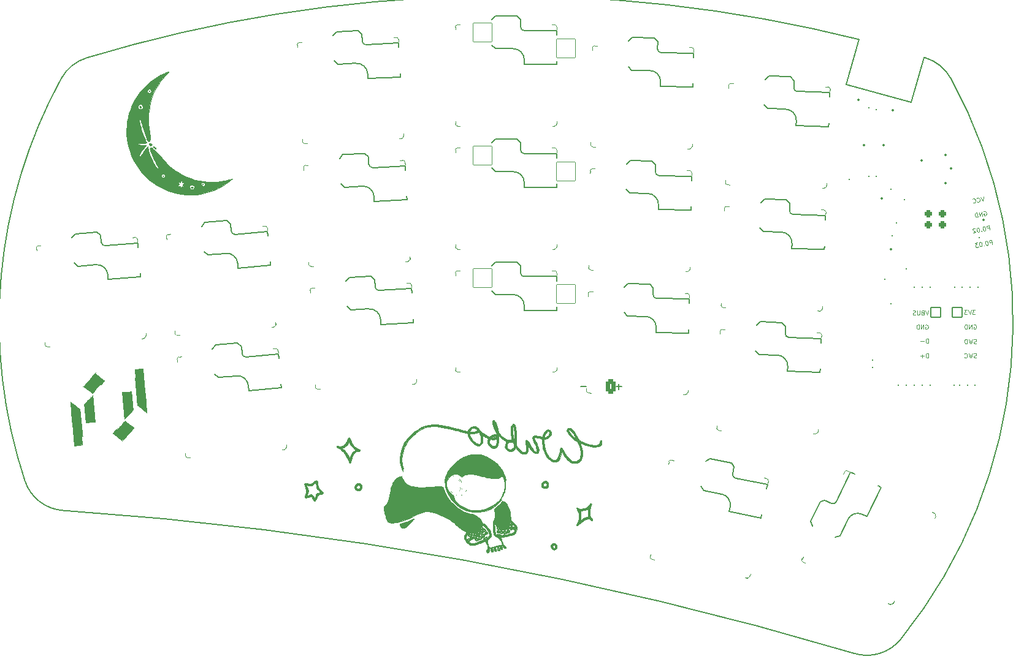
<source format=gbo>
%TF.GenerationSoftware,KiCad,Pcbnew,6.0.4-6f826c9f35~116~ubuntu20.04.1*%
%TF.CreationDate,2022-05-20T17:44:35+02:00*%
%TF.ProjectId,Wubbo,57756262-6f2e-46b6-9963-61645f706362,v0.3*%
%TF.SameCoordinates,Original*%
%TF.FileFunction,Legend,Bot*%
%TF.FilePolarity,Positive*%
%FSLAX46Y46*%
G04 Gerber Fmt 4.6, Leading zero omitted, Abs format (unit mm)*
G04 Created by KiCad (PCBNEW 6.0.4-6f826c9f35~116~ubuntu20.04.1) date 2022-05-20 17:44:35*
%MOMM*%
%LPD*%
G01*
G04 APERTURE LIST*
G04 Aperture macros list*
%AMRoundRect*
0 Rectangle with rounded corners*
0 $1 Rounding radius*
0 $2 $3 $4 $5 $6 $7 $8 $9 X,Y pos of 4 corners*
0 Add a 4 corners polygon primitive as box body*
4,1,4,$2,$3,$4,$5,$6,$7,$8,$9,$2,$3,0*
0 Add four circle primitives for the rounded corners*
1,1,$1+$1,$2,$3*
1,1,$1+$1,$4,$5*
1,1,$1+$1,$6,$7*
1,1,$1+$1,$8,$9*
0 Add four rect primitives between the rounded corners*
20,1,$1+$1,$2,$3,$4,$5,0*
20,1,$1+$1,$4,$5,$6,$7,0*
20,1,$1+$1,$6,$7,$8,$9,0*
20,1,$1+$1,$8,$9,$2,$3,0*%
%AMHorizOval*
0 Thick line with rounded ends*
0 $1 width*
0 $2 $3 position (X,Y) of the first rounded end (center of the circle)*
0 $4 $5 position (X,Y) of the second rounded end (center of the circle)*
0 Add line between two ends*
20,1,$1,$2,$3,$4,$5,0*
0 Add two circle primitives to create the rounded ends*
1,1,$1,$2,$3*
1,1,$1,$4,$5*%
G04 Aperture macros list end*
%TA.AperFunction,Profile*%
%ADD10C,0.150000*%
%TD*%
%ADD11C,0.100000*%
%ADD12C,0.150000*%
%ADD13C,0.120000*%
%ADD14C,0.010000*%
%ADD15C,0.350000*%
%ADD16C,0.200000*%
%ADD17HorizOval,0.635000X-0.317065X-0.016617X0.317065X0.016617X0*%
%ADD18O,1.270000X0.635000*%
%ADD19HorizOval,0.635000X-0.139183X-0.285367X0.139183X0.285367X0*%
%ADD20HorizOval,0.635000X-0.317452X0.005541X0.317452X-0.005541X0*%
%ADD21HorizOval,0.635000X-0.316292X-0.027672X0.316292X0.027672X0*%
%ADD22C,0.300000*%
%ADD23HorizOval,0.635000X-0.317307X0.011081X0.317307X-0.011081X0*%
%ADD24HorizOval,0.600000X-0.160343X-0.578178X0.160343X0.578178X0*%
%ADD25HorizOval,0.600000X-0.106895X-0.385452X0.106895X0.385452X0*%
%ADD26HorizOval,0.635000X-0.311667X0.060582X0.311667X-0.060582X0*%
%ADD27C,3.100000*%
%ADD28C,1.801800*%
%ADD29C,3.529000*%
%ADD30HorizOval,1.200000X-0.449383X-0.023551X0.449383X0.023551X0*%
%ADD31RoundRect,0.050000X1.230182X1.366255X-1.366255X1.230182X-1.230182X-1.366255X1.366255X-1.230182X0*%
%ADD32RoundRect,0.050000X1.300000X1.300000X-1.300000X1.300000X-1.300000X-1.300000X1.300000X-1.300000X0*%
%ADD33O,2.100000X1.200000*%
%ADD34RoundRect,0.268750X0.256250X-0.218750X0.256250X0.218750X-0.256250X0.218750X-0.256250X-0.218750X0*%
%ADD35RoundRect,0.050000X-0.675000X-0.675000X0.675000X-0.675000X0.675000X0.675000X-0.675000X0.675000X0*%
%ADD36O,1.450000X1.450000*%
%ADD37RoundRect,0.050000X-0.598550X1.738315X-1.738315X-0.598550X0.598550X-1.738315X1.738315X0.598550X0*%
%ADD38HorizOval,1.200000X-0.197267X-0.404457X0.197267X0.404457X0*%
%ADD39RoundRect,0.320833X0.379167X0.654167X-0.379167X0.654167X-0.379167X-0.654167X0.379167X-0.654167X0*%
%ADD40O,1.400000X1.950000*%
%ADD41HorizOval,1.200000X-0.449931X0.007854X0.449931X-0.007854X0*%
%ADD42RoundRect,0.050000X1.322490X1.277114X-1.277114X1.322490X-1.322490X-1.277114X1.277114X-1.322490X0*%
%ADD43C,0.800000*%
%ADD44C,4.500000*%
%ADD45RoundRect,0.050000X1.181751X1.408356X-1.408356X1.181751X-1.181751X-1.408356X1.408356X-1.181751X0*%
%ADD46HorizOval,1.200000X-0.448288X-0.039220X0.448288X0.039220X0*%
%ADD47RoundRect,0.550000X0.612372X0.353553X-0.353553X0.612372X-0.612372X-0.353553X0.353553X-0.612372X0*%
%ADD48C,1.000000*%
%ADD49HorizOval,1.200000X-0.449726X0.015705X0.449726X-0.015705X0*%
%ADD50RoundRect,0.050000X1.344577X1.253839X-1.253839X1.344577X-1.344577X-1.253839X1.253839X-1.344577X0*%
%ADD51HorizOval,1.100000X-0.160343X-0.578178X0.160343X0.578178X0*%
%ADD52HorizOval,1.100000X-0.106895X-0.385452X0.106895X0.385452X0*%
%ADD53RoundRect,0.050000X-0.533802X-0.791394X0.791394X-0.533802X0.533802X0.791394X-0.791394X0.533802X0*%
%ADD54HorizOval,1.450000X0.000000X0.000000X0.000000X0.000000X0*%
%ADD55RoundRect,0.050000X1.524167X1.028064X-1.028064X1.524167X-1.524167X-1.028064X1.028064X-1.524167X0*%
%ADD56HorizOval,1.200000X-0.441732X0.085864X0.441732X-0.085864X0*%
%ADD57RoundRect,0.050000X-0.552616X0.323443X-0.194248X-0.610137X0.552616X-0.323443X0.194248X0.610137X0*%
%ADD58RoundRect,0.050000X-0.825614X0.057977X-0.574757X-0.595529X0.825614X-0.057977X0.574757X0.595529X0*%
G04 APERTURE END LIST*
D10*
X104544530Y51844171D02*
G75*
G03*
X-2083172Y49308466I-48731160J-193972341D01*
G01*
X-5611244Y46442888D02*
G75*
G03*
X-10622661Y-9179340I61424614J-33571068D01*
G01*
X104544530Y51844172D02*
X102813372Y45601818D01*
X110309220Y-31062252D02*
G75*
G03*
X117237987Y46442886I-54495848J43934070D01*
G01*
X111755862Y43121846D02*
X113489973Y49374846D01*
X117237963Y46442874D02*
G75*
G03*
X113709916Y49308466I-5264963J-2877474D01*
G01*
X-2083173Y49308466D02*
G75*
G03*
X-5611244Y46442886I1736897J-5743100D01*
G01*
X103920858Y-33045467D02*
G75*
G03*
X-5334370Y-13275473I-143107476J-479082651D01*
G01*
X102813372Y45601818D02*
X111755862Y43121846D01*
X113709916Y49308466D02*
G75*
G03*
X113489972Y49374846I-59168016J-195650166D01*
G01*
X103920840Y-33045522D02*
G75*
G03*
X110309219Y-31062252I1717260J5749022D01*
G01*
X-10622661Y-9179341D02*
G75*
G03*
X-5334370Y-13275474I5694518J1890101D01*
G01*
D11*
X122967673Y23534351D02*
X122853188Y24123327D01*
X122628816Y24079714D01*
X122578175Y24040764D01*
X122555580Y24007266D01*
X122538437Y23945721D01*
X122554792Y23861582D01*
X122593742Y23810940D01*
X122627240Y23788346D01*
X122688785Y23771203D01*
X122913157Y23814816D01*
X122152026Y23987035D02*
X122095933Y23976132D01*
X122045291Y23937182D01*
X122022697Y23903684D01*
X122005554Y23842139D01*
X121999314Y23724502D01*
X122026572Y23584269D01*
X122076425Y23477535D01*
X122115375Y23426894D01*
X122148873Y23404299D01*
X122210418Y23387156D01*
X122266511Y23398059D01*
X122317152Y23437009D01*
X122339747Y23470507D01*
X122356890Y23532052D01*
X122363130Y23649689D01*
X122335872Y23789922D01*
X122286018Y23896656D01*
X122247069Y23947297D01*
X122213570Y23969892D01*
X122152026Y23987035D01*
X121806864Y23366925D02*
X121784269Y23333427D01*
X121817767Y23310832D01*
X121840362Y23344330D01*
X121806864Y23366925D01*
X121817767Y23310832D01*
X121310631Y23823485D02*
X121254538Y23812581D01*
X121203897Y23773631D01*
X121181302Y23740133D01*
X121164159Y23678589D01*
X121157919Y23560951D01*
X121185177Y23420719D01*
X121235031Y23313984D01*
X121273981Y23263343D01*
X121307479Y23240748D01*
X121369023Y23223605D01*
X121425116Y23234508D01*
X121475758Y23273458D01*
X121498352Y23306956D01*
X121515496Y23368501D01*
X121521735Y23486139D01*
X121494477Y23626371D01*
X121444624Y23733105D01*
X121405674Y23783747D01*
X121372176Y23806342D01*
X121310631Y23823485D01*
X120917980Y23747161D02*
X120553376Y23676289D01*
X120793315Y23490079D01*
X120709175Y23473724D01*
X120658534Y23434774D01*
X120635939Y23401276D01*
X120618796Y23339731D01*
X120646054Y23199499D01*
X120685004Y23148858D01*
X120718502Y23126263D01*
X120780047Y23109120D01*
X120948326Y23141830D01*
X120998967Y23180780D01*
X121021562Y23214278D01*
X120754285Y7877142D02*
X120668571Y7848571D01*
X120525714Y7848571D01*
X120468571Y7877142D01*
X120440000Y7905714D01*
X120411428Y7962857D01*
X120411428Y8020000D01*
X120440000Y8077142D01*
X120468571Y8105714D01*
X120525714Y8134285D01*
X120640000Y8162857D01*
X120697142Y8191428D01*
X120725714Y8220000D01*
X120754285Y8277142D01*
X120754285Y8334285D01*
X120725714Y8391428D01*
X120697142Y8420000D01*
X120640000Y8448571D01*
X120497142Y8448571D01*
X120411428Y8420000D01*
X120211428Y8448571D02*
X120068571Y7848571D01*
X119954285Y8277142D01*
X119840000Y7848571D01*
X119697142Y8448571D01*
X119125714Y7905714D02*
X119154285Y7877142D01*
X119240000Y7848571D01*
X119297142Y7848571D01*
X119382857Y7877142D01*
X119440000Y7934285D01*
X119468571Y7991428D01*
X119497142Y8105714D01*
X119497142Y8191428D01*
X119468571Y8305714D01*
X119440000Y8362857D01*
X119382857Y8420000D01*
X119297142Y8448571D01*
X119240000Y8448571D01*
X119154285Y8420000D01*
X119125714Y8391428D01*
X113737142Y12380000D02*
X113794285Y12408571D01*
X113880000Y12408571D01*
X113965714Y12380000D01*
X114022857Y12322857D01*
X114051428Y12265714D01*
X114080000Y12151428D01*
X114080000Y12065714D01*
X114051428Y11951428D01*
X114022857Y11894285D01*
X113965714Y11837142D01*
X113880000Y11808571D01*
X113822857Y11808571D01*
X113737142Y11837142D01*
X113708571Y11865714D01*
X113708571Y12065714D01*
X113822857Y12065714D01*
X113451428Y11808571D02*
X113451428Y12408571D01*
X113108571Y11808571D01*
X113108571Y12408571D01*
X112822857Y11808571D02*
X112822857Y12408571D01*
X112680000Y12408571D01*
X112594285Y12380000D01*
X112537142Y12322857D01*
X112508571Y12265714D01*
X112480000Y12151428D01*
X112480000Y12065714D01*
X112508571Y11951428D01*
X112537142Y11894285D01*
X112594285Y11837142D01*
X112680000Y11808571D01*
X112822857Y11808571D01*
X122617673Y25544351D02*
X122503188Y26133327D01*
X122278816Y26089714D01*
X122228175Y26050764D01*
X122205580Y26017266D01*
X122188437Y25955721D01*
X122204792Y25871582D01*
X122243742Y25820940D01*
X122277240Y25798346D01*
X122338785Y25781203D01*
X122563157Y25824816D01*
X121802026Y25997035D02*
X121745933Y25986132D01*
X121695291Y25947182D01*
X121672697Y25913684D01*
X121655554Y25852139D01*
X121649314Y25734502D01*
X121676572Y25594269D01*
X121726425Y25487535D01*
X121765375Y25436894D01*
X121798873Y25414299D01*
X121860418Y25397156D01*
X121916511Y25408059D01*
X121967152Y25447009D01*
X121989747Y25480507D01*
X122006890Y25542052D01*
X122013130Y25659689D01*
X121985872Y25799922D01*
X121936018Y25906656D01*
X121897069Y25957297D01*
X121863570Y25979892D01*
X121802026Y25997035D01*
X121456864Y25376925D02*
X121434269Y25343427D01*
X121467767Y25320832D01*
X121490362Y25354330D01*
X121456864Y25376925D01*
X121467767Y25320832D01*
X120960631Y25833485D02*
X120904538Y25822581D01*
X120853897Y25783631D01*
X120831302Y25750133D01*
X120814159Y25688589D01*
X120807919Y25570951D01*
X120835177Y25430719D01*
X120885031Y25323984D01*
X120923981Y25273343D01*
X120957479Y25250748D01*
X121019023Y25233605D01*
X121075116Y25244508D01*
X121125758Y25283458D01*
X121148352Y25316956D01*
X121165496Y25378501D01*
X121171735Y25496139D01*
X121144477Y25636371D01*
X121094624Y25743105D01*
X121055674Y25793747D01*
X121022176Y25816342D01*
X120960631Y25833485D01*
X120550837Y25695616D02*
X120517339Y25718211D01*
X120455794Y25735354D01*
X120315562Y25708096D01*
X120264920Y25669146D01*
X120242326Y25635648D01*
X120225182Y25574103D01*
X120236086Y25518010D01*
X120280487Y25439322D01*
X120682466Y25168185D01*
X120317861Y25097313D01*
X114098571Y9868571D02*
X114098571Y10468571D01*
X113955714Y10468571D01*
X113870000Y10440000D01*
X113812857Y10382857D01*
X113784285Y10325714D01*
X113755714Y10211428D01*
X113755714Y10125714D01*
X113784285Y10011428D01*
X113812857Y9954285D01*
X113870000Y9897142D01*
X113955714Y9868571D01*
X114098571Y9868571D01*
X113498571Y10097142D02*
X113041428Y10097142D01*
X121741501Y28051715D02*
X121792142Y28090664D01*
X121876281Y28107020D01*
X121965873Y28095328D01*
X122032869Y28050138D01*
X122071819Y27999497D01*
X122121672Y27892763D01*
X122138027Y27808623D01*
X122131787Y27690986D01*
X122114644Y27629441D01*
X122069455Y27562445D01*
X121990767Y27518043D01*
X121934674Y27507140D01*
X121845083Y27518831D01*
X121811585Y27541426D01*
X121773423Y27737752D01*
X121885609Y27759558D01*
X121570069Y27436268D02*
X121455584Y28025244D01*
X121233512Y27370848D01*
X121119026Y27959824D01*
X120953047Y27316331D02*
X120838561Y27905307D01*
X120698329Y27878049D01*
X120619641Y27833647D01*
X120574451Y27766651D01*
X120557308Y27705106D01*
X120551069Y27587469D01*
X120567424Y27503329D01*
X120617277Y27396595D01*
X120656227Y27345953D01*
X120723223Y27300764D01*
X120812814Y27289072D01*
X120953047Y27316331D01*
X120754285Y9837142D02*
X120668571Y9808571D01*
X120525714Y9808571D01*
X120468571Y9837142D01*
X120440000Y9865714D01*
X120411428Y9922857D01*
X120411428Y9980000D01*
X120440000Y10037142D01*
X120468571Y10065714D01*
X120525714Y10094285D01*
X120640000Y10122857D01*
X120697142Y10151428D01*
X120725714Y10180000D01*
X120754285Y10237142D01*
X120754285Y10294285D01*
X120725714Y10351428D01*
X120697142Y10380000D01*
X120640000Y10408571D01*
X120497142Y10408571D01*
X120411428Y10380000D01*
X120211428Y10408571D02*
X120068571Y9808571D01*
X119954285Y10237142D01*
X119840000Y9808571D01*
X119697142Y10408571D01*
X119468571Y9808571D02*
X119468571Y10408571D01*
X119325714Y10408571D01*
X119240000Y10380000D01*
X119182857Y10322857D01*
X119154285Y10265714D01*
X119125714Y10151428D01*
X119125714Y10065714D01*
X119154285Y9951428D01*
X119182857Y9894285D01*
X119240000Y9837142D01*
X119325714Y9808571D01*
X119468571Y9808571D01*
X114110000Y14378571D02*
X113910000Y13778571D01*
X113710000Y14378571D01*
X113310000Y14092857D02*
X113224285Y14064285D01*
X113195714Y14035714D01*
X113167142Y13978571D01*
X113167142Y13892857D01*
X113195714Y13835714D01*
X113224285Y13807142D01*
X113281428Y13778571D01*
X113510000Y13778571D01*
X113510000Y14378571D01*
X113310000Y14378571D01*
X113252857Y14350000D01*
X113224285Y14321428D01*
X113195714Y14264285D01*
X113195714Y14207142D01*
X113224285Y14150000D01*
X113252857Y14121428D01*
X113310000Y14092857D01*
X113510000Y14092857D01*
X112910000Y14378571D02*
X112910000Y13892857D01*
X112881428Y13835714D01*
X112852857Y13807142D01*
X112795714Y13778571D01*
X112681428Y13778571D01*
X112624285Y13807142D01*
X112595714Y13835714D01*
X112567142Y13892857D01*
X112567142Y14378571D01*
X112310000Y13807142D02*
X112224285Y13778571D01*
X112081428Y13778571D01*
X112024285Y13807142D01*
X111995714Y13835714D01*
X111967142Y13892857D01*
X111967142Y13950000D01*
X111995714Y14007142D01*
X112024285Y14035714D01*
X112081428Y14064285D01*
X112195714Y14092857D01*
X112252857Y14121428D01*
X112281428Y14150000D01*
X112310000Y14207142D01*
X112310000Y14264285D01*
X112281428Y14321428D01*
X112252857Y14350000D01*
X112195714Y14378571D01*
X112052857Y14378571D01*
X111967142Y14350000D01*
X121702607Y30115181D02*
X121620767Y29488043D01*
X121309956Y30038858D01*
X120880655Y29402392D02*
X120914153Y29379798D01*
X121003744Y29368106D01*
X121059837Y29379010D01*
X121138525Y29423411D01*
X121183714Y29490407D01*
X121200858Y29551952D01*
X121207097Y29669590D01*
X121190742Y29753729D01*
X121140889Y29860463D01*
X121101939Y29911105D01*
X121034943Y29956294D01*
X120945352Y29967986D01*
X120889259Y29957082D01*
X120810571Y29912681D01*
X120787976Y29879183D01*
X120291678Y29287907D02*
X120325177Y29265312D01*
X120414768Y29253621D01*
X120470861Y29264524D01*
X120549548Y29308926D01*
X120594738Y29375922D01*
X120611881Y29437467D01*
X120618121Y29555104D01*
X120601766Y29639244D01*
X120551913Y29745978D01*
X120512963Y29796619D01*
X120445966Y29841809D01*
X120356375Y29853500D01*
X120300282Y29842597D01*
X120221595Y29798196D01*
X120199000Y29764697D01*
X120582857Y14438571D02*
X120211428Y14438571D01*
X120411428Y14210000D01*
X120325714Y14210000D01*
X120268571Y14181428D01*
X120240000Y14152857D01*
X120211428Y14095714D01*
X120211428Y13952857D01*
X120240000Y13895714D01*
X120268571Y13867142D01*
X120325714Y13838571D01*
X120497142Y13838571D01*
X120554285Y13867142D01*
X120582857Y13895714D01*
X120040000Y14438571D02*
X119840000Y13838571D01*
X119640000Y14438571D01*
X119497142Y14438571D02*
X119125714Y14438571D01*
X119325714Y14210000D01*
X119240000Y14210000D01*
X119182857Y14181428D01*
X119154285Y14152857D01*
X119125714Y14095714D01*
X119125714Y13952857D01*
X119154285Y13895714D01*
X119182857Y13867142D01*
X119240000Y13838571D01*
X119411428Y13838571D01*
X119468571Y13867142D01*
X119497142Y13895714D01*
X120377142Y12390000D02*
X120434285Y12418571D01*
X120520000Y12418571D01*
X120605714Y12390000D01*
X120662857Y12332857D01*
X120691428Y12275714D01*
X120720000Y12161428D01*
X120720000Y12075714D01*
X120691428Y11961428D01*
X120662857Y11904285D01*
X120605714Y11847142D01*
X120520000Y11818571D01*
X120462857Y11818571D01*
X120377142Y11847142D01*
X120348571Y11875714D01*
X120348571Y12075714D01*
X120462857Y12075714D01*
X120091428Y11818571D02*
X120091428Y12418571D01*
X119748571Y11818571D01*
X119748571Y12418571D01*
X119462857Y11818571D02*
X119462857Y12418571D01*
X119320000Y12418571D01*
X119234285Y12390000D01*
X119177142Y12332857D01*
X119148571Y12275714D01*
X119120000Y12161428D01*
X119120000Y12075714D01*
X119148571Y11961428D01*
X119177142Y11904285D01*
X119234285Y11847142D01*
X119320000Y11818571D01*
X119462857Y11818571D01*
X114088571Y7838571D02*
X114088571Y8438571D01*
X113945714Y8438571D01*
X113860000Y8410000D01*
X113802857Y8352857D01*
X113774285Y8295714D01*
X113745714Y8181428D01*
X113745714Y8095714D01*
X113774285Y7981428D01*
X113802857Y7924285D01*
X113860000Y7867142D01*
X113945714Y7838571D01*
X114088571Y7838571D01*
X113488571Y8067142D02*
X113031428Y8067142D01*
X113260000Y7838571D02*
X113260000Y8295714D01*
D12*
%TO.C,J4*%
X66149047Y3881428D02*
X66910952Y3881428D01*
X71780952Y3871428D02*
X71019047Y3871428D01*
X71400000Y4252380D02*
X71400000Y3490476D01*
%TO.C,GR2*%
%TO.C,SW12*%
X38510913Y12465720D02*
X43004746Y12701232D01*
D13*
X42732599Y17894106D02*
X42749869Y17564559D01*
X29793343Y3497187D02*
X30122889Y3514457D01*
D12*
X43004746Y12701232D02*
X42978578Y13200547D01*
X38474278Y13164761D02*
X38510913Y12465720D01*
X42758767Y17394791D02*
X38264934Y17159279D01*
X34165744Y18947194D02*
X37161632Y19104202D01*
X42790168Y16795613D02*
X42758767Y17394791D01*
X37161632Y19104202D02*
X37687115Y18631055D01*
X33875773Y14926508D02*
X34401256Y14453361D01*
D13*
X42392342Y18176686D02*
X42062796Y18159416D01*
X29035673Y17476692D02*
X29365220Y17493962D01*
D12*
X33692597Y18421712D02*
X34165744Y18947194D01*
X37739451Y17632426D02*
X37687115Y18631055D01*
D13*
X29453086Y3779767D02*
X29435816Y4109314D01*
X43432593Y4537437D02*
X43415323Y4866983D01*
X43150013Y4197180D02*
X42820466Y4179910D01*
D12*
X34401256Y14453361D02*
X36897829Y14584201D01*
D13*
X28753093Y17136435D02*
X28770363Y16806889D01*
X29035673Y17476694D02*
G75*
G03*
X28752830Y17141427I26211J-309054D01*
G01*
X29453086Y3779767D02*
G75*
G03*
X29788350Y3496924I309053J26210D01*
G01*
X42732600Y17894106D02*
G75*
G03*
X42397334Y18176949I-309053J-26209D01*
G01*
D12*
X38474277Y13164761D02*
G75*
G03*
X36897829Y14584201I-1497945J-78505D01*
G01*
D13*
X43150013Y4197179D02*
G75*
G03*
X43432856Y4532445I-26209J309053D01*
G01*
D12*
X37739451Y17632426D02*
G75*
G03*
X38264934Y17159279I499316J26169D01*
G01*
D13*
%TO.C,SW8*%
X62488371Y36871819D02*
X62158372Y36871820D01*
D12*
X62813372Y31371818D02*
X62813372Y31871818D01*
D13*
X49113372Y36871818D02*
X49443371Y36871817D01*
D12*
X53813372Y37571818D02*
X54313372Y38071818D01*
D13*
X48813371Y23171819D02*
X48813372Y23501818D01*
D12*
X53813372Y34071818D02*
X54313372Y33571818D01*
X57313372Y38071818D02*
X57813372Y37571818D01*
X54313372Y38071818D02*
X57313372Y38071818D01*
D13*
X62813372Y36571818D02*
X62813371Y36241819D01*
D12*
X62813372Y35471818D02*
X62813372Y36071818D01*
X58313372Y31371818D02*
X62813372Y31371818D01*
D13*
X48813371Y36546817D02*
X48813370Y36216818D01*
D12*
X54313372Y33571818D02*
X56813372Y33571818D01*
D13*
X62813373Y23196819D02*
X62813374Y23526818D01*
X49138372Y22871818D02*
X49468371Y22871817D01*
D12*
X57813372Y36571818D02*
X57813372Y37571818D01*
D13*
X62513372Y22871818D02*
X62183373Y22871819D01*
D12*
X58313372Y32071818D02*
X58313372Y31371818D01*
X62813372Y36071818D02*
X58313372Y36071818D01*
X58313372Y32071818D02*
G75*
G03*
X56813372Y33571818I-1500001J-1D01*
G01*
D13*
X62813372Y36571818D02*
G75*
G03*
X62493370Y36871820I-310000J-9998D01*
G01*
X48813371Y23171819D02*
G75*
G03*
X49133373Y22871817I310001J9999D01*
G01*
D12*
X57813372Y36571818D02*
G75*
G03*
X58313372Y36071818I500001J1D01*
G01*
D13*
X62513372Y22871818D02*
G75*
G03*
X62813374Y23191820I-9998J310000D01*
G01*
X49113372Y36871820D02*
G75*
G03*
X48813370Y36551816I10000J-310002D01*
G01*
%TO.C,SW17*%
X102941087Y-7790856D02*
X103237688Y-7935519D01*
D12*
X107614816Y-10070386D02*
X107165419Y-9851200D01*
D13*
X108847730Y-26248146D02*
X108551129Y-26103484D01*
D12*
X99181855Y-12076667D02*
X99850437Y-11846455D01*
D13*
X96826361Y-20384933D02*
X97122962Y-20529596D01*
X109259840Y-26087549D02*
X109404503Y-25790949D01*
D12*
X98096953Y-15441631D02*
X97866741Y-14773049D01*
X97866741Y-14773049D02*
X99181855Y-12076667D01*
X100749231Y-12284826D02*
X99850437Y-11846455D01*
X101911314Y-16745719D02*
X103007242Y-14498734D01*
X105642146Y-14114959D02*
X107614816Y-10070386D01*
D13*
X115123054Y-14066179D02*
X114978391Y-14362780D01*
X102528977Y-7951453D02*
X102384314Y-8248054D01*
X96665764Y-19972823D02*
X96810427Y-19676222D01*
D12*
X103929760Y-8273064D02*
X103390484Y-8010042D01*
X101242732Y-16975930D02*
X101911314Y-16745719D01*
D13*
X114962457Y-13654069D02*
X114665856Y-13509406D01*
D12*
X105012990Y-13808099D02*
X105642146Y-14114959D01*
X103390484Y-8010042D02*
X101417814Y-12054615D01*
D13*
X108847730Y-26248146D02*
G75*
G03*
X109257649Y-26092043I126908J283010D01*
G01*
D12*
X105012990Y-13808099D02*
G75*
G03*
X103007242Y-14498734I-657556J-1348193D01*
G01*
D13*
X96665762Y-19972822D02*
G75*
G03*
X96821868Y-20382743I283012J-126908D01*
G01*
X102941087Y-7790856D02*
G75*
G03*
X102531167Y-7946960I-126909J-283009D01*
G01*
X115123054Y-14066179D02*
G75*
G03*
X114966950Y-13656259I-283009J126909D01*
G01*
D12*
X100749230Y-12284827D02*
G75*
G03*
X101417814Y-12054615I219186J449399D01*
G01*
%TO.C,SW9*%
X72874865Y30594844D02*
X75374485Y30551213D01*
D13*
X81106212Y33751669D02*
X80776264Y33757429D01*
D12*
X72383668Y31103494D02*
X72874865Y30594844D01*
D13*
X67733250Y33985094D02*
X68063199Y33979334D01*
X67513913Y19986790D02*
X67843862Y19981030D01*
X81192503Y20073080D02*
X81198263Y20403028D01*
D12*
X72953401Y35094159D02*
X75952944Y35041801D01*
X81406730Y32346209D02*
X81417202Y32946118D01*
D13*
X80886876Y19753364D02*
X80556927Y19759124D01*
X67194197Y20292417D02*
X67199957Y20622366D01*
X67427623Y33665378D02*
X67421863Y33335430D01*
D12*
X72444751Y34602961D02*
X72953401Y35094159D01*
X75952944Y35041801D02*
X76444142Y34533151D01*
D13*
X81425928Y33446042D02*
X81420168Y33116093D01*
D12*
X76848078Y29025263D02*
X76835861Y28325370D01*
X76835861Y28325370D02*
X81335175Y28246834D01*
X81335175Y28246834D02*
X81343902Y28746758D01*
X81417202Y32946118D02*
X76917887Y33024654D01*
X76426690Y33533304D02*
X76444142Y34533151D01*
D13*
X67733250Y33985097D02*
G75*
G03*
X67427709Y33670376I4589J-310130D01*
G01*
X81425929Y33446042D02*
G75*
G03*
X81111210Y33751583I-310128J-4587D01*
G01*
X67194196Y20292417D02*
G75*
G03*
X67508915Y19986876I310129J4588D01*
G01*
D12*
X76426689Y33533304D02*
G75*
G03*
X76917887Y33024654I499925J-8725D01*
G01*
D13*
X80886876Y19753363D02*
G75*
G03*
X81192417Y20068082I-4587J310128D01*
G01*
D12*
X76848077Y29025263D02*
G75*
G03*
X75374485Y30551213I-1499772J26178D01*
G01*
%TO.C,GR5*%
G36*
X60764199Y-9439343D02*
G01*
X60850372Y-9321221D01*
X60965961Y-9230817D01*
X60996384Y-9214442D01*
X61124007Y-9168604D01*
X61244730Y-9163122D01*
X61349099Y-9191426D01*
X61435719Y-9238148D01*
X61504235Y-9302416D01*
X61564233Y-9394314D01*
X61589599Y-9444416D01*
X61625047Y-9528413D01*
X61643635Y-9604750D01*
X61650058Y-9695178D01*
X61650316Y-9725718D01*
X61635072Y-9875983D01*
X61589412Y-9997034D01*
X61513500Y-10088640D01*
X61407499Y-10150571D01*
X61332409Y-10172780D01*
X61245579Y-10188536D01*
X61174378Y-10192102D01*
X61096752Y-10183552D01*
X61043408Y-10173727D01*
X60907073Y-10131093D01*
X60804621Y-10063217D01*
X60735193Y-9969049D01*
X60697936Y-9847539D01*
X60690561Y-9740750D01*
X60693122Y-9719717D01*
X60929973Y-9719717D01*
X60936495Y-9805221D01*
X60979243Y-9872146D01*
X61056225Y-9917818D01*
X61165447Y-9939562D01*
X61202169Y-9941004D01*
X61272855Y-9934353D01*
X61326162Y-9906648D01*
X61355628Y-9879961D01*
X61394595Y-9833411D01*
X61412863Y-9784211D01*
X61417497Y-9713022D01*
X61417500Y-9710628D01*
X61410636Y-9628565D01*
X61388598Y-9578548D01*
X61380458Y-9570081D01*
X61326850Y-9525169D01*
X61267081Y-9479426D01*
X61212031Y-9440666D01*
X61172578Y-9416706D01*
X61161326Y-9412666D01*
X61127580Y-9428357D01*
X61080051Y-9468427D01*
X61028941Y-9522369D01*
X60984449Y-9579677D01*
X60961672Y-9618308D01*
X60929973Y-9719717D01*
X60693122Y-9719717D01*
X60710058Y-9580685D01*
X60764199Y-9439343D01*
G37*
D14*
X60764199Y-9439343D02*
X60850372Y-9321221D01*
X60965961Y-9230817D01*
X60996384Y-9214442D01*
X61124007Y-9168604D01*
X61244730Y-9163122D01*
X61349099Y-9191426D01*
X61435719Y-9238148D01*
X61504235Y-9302416D01*
X61564233Y-9394314D01*
X61589599Y-9444416D01*
X61625047Y-9528413D01*
X61643635Y-9604750D01*
X61650058Y-9695178D01*
X61650316Y-9725718D01*
X61635072Y-9875983D01*
X61589412Y-9997034D01*
X61513500Y-10088640D01*
X61407499Y-10150571D01*
X61332409Y-10172780D01*
X61245579Y-10188536D01*
X61174378Y-10192102D01*
X61096752Y-10183552D01*
X61043408Y-10173727D01*
X60907073Y-10131093D01*
X60804621Y-10063217D01*
X60735193Y-9969049D01*
X60697936Y-9847539D01*
X60690561Y-9740750D01*
X60693122Y-9719717D01*
X60929973Y-9719717D01*
X60936495Y-9805221D01*
X60979243Y-9872146D01*
X61056225Y-9917818D01*
X61165447Y-9939562D01*
X61202169Y-9941004D01*
X61272855Y-9934353D01*
X61326162Y-9906648D01*
X61355628Y-9879961D01*
X61394595Y-9833411D01*
X61412863Y-9784211D01*
X61417497Y-9713022D01*
X61417500Y-9710628D01*
X61410636Y-9628565D01*
X61388598Y-9578548D01*
X61380458Y-9570081D01*
X61326850Y-9525169D01*
X61267081Y-9479426D01*
X61212031Y-9440666D01*
X61172578Y-9416706D01*
X61161326Y-9412666D01*
X61127580Y-9428357D01*
X61080051Y-9468427D01*
X61028941Y-9522369D01*
X60984449Y-9579677D01*
X60961672Y-9618308D01*
X60929973Y-9719717D01*
X60693122Y-9719717D01*
X60710058Y-9580685D01*
X60764199Y-9439343D01*
G36*
X51521187Y-17165181D02*
G01*
X51572144Y-17117634D01*
X51637545Y-17072741D01*
X51705158Y-17037140D01*
X51762750Y-17017474D01*
X51793108Y-17017565D01*
X51828484Y-17045811D01*
X51872403Y-17100219D01*
X51916809Y-17168006D01*
X51953646Y-17236393D01*
X51974856Y-17292596D01*
X51977166Y-17309561D01*
X51964109Y-17363605D01*
X51921133Y-17411797D01*
X51842529Y-17460354D01*
X51835342Y-17464030D01*
X51744734Y-17496382D01*
X51669083Y-17491154D01*
X51601854Y-17447236D01*
X51577215Y-17420245D01*
X51516138Y-17336423D01*
X51488168Y-17269870D01*
X51488746Y-17260790D01*
X51617333Y-17260790D01*
X51631687Y-17298275D01*
X51664698Y-17339548D01*
X51701290Y-17367577D01*
X51715175Y-17371333D01*
X51759622Y-17361689D01*
X51788058Y-17349421D01*
X51820290Y-17312249D01*
X51825475Y-17260627D01*
X51807774Y-17208707D01*
X51771351Y-17170640D01*
X51732238Y-17159666D01*
X51697378Y-17173631D01*
X51656028Y-17205880D01*
X51624625Y-17241948D01*
X51617333Y-17260790D01*
X51488746Y-17260790D01*
X51491758Y-17213541D01*
X51521187Y-17165181D01*
G37*
X51521187Y-17165181D02*
X51572144Y-17117634D01*
X51637545Y-17072741D01*
X51705158Y-17037140D01*
X51762750Y-17017474D01*
X51793108Y-17017565D01*
X51828484Y-17045811D01*
X51872403Y-17100219D01*
X51916809Y-17168006D01*
X51953646Y-17236393D01*
X51974856Y-17292596D01*
X51977166Y-17309561D01*
X51964109Y-17363605D01*
X51921133Y-17411797D01*
X51842529Y-17460354D01*
X51835342Y-17464030D01*
X51744734Y-17496382D01*
X51669083Y-17491154D01*
X51601854Y-17447236D01*
X51577215Y-17420245D01*
X51516138Y-17336423D01*
X51488168Y-17269870D01*
X51488746Y-17260790D01*
X51617333Y-17260790D01*
X51631687Y-17298275D01*
X51664698Y-17339548D01*
X51701290Y-17367577D01*
X51715175Y-17371333D01*
X51759622Y-17361689D01*
X51788058Y-17349421D01*
X51820290Y-17312249D01*
X51825475Y-17260627D01*
X51807774Y-17208707D01*
X51771351Y-17170640D01*
X51732238Y-17159666D01*
X51697378Y-17173631D01*
X51656028Y-17205880D01*
X51624625Y-17241948D01*
X51617333Y-17260790D01*
X51488746Y-17260790D01*
X51491758Y-17213541D01*
X51521187Y-17165181D01*
G36*
X56467341Y-1893864D02*
G01*
X56499218Y-1710491D01*
X56544784Y-1554344D01*
X56603653Y-1429595D01*
X56675437Y-1340415D01*
X56689013Y-1329000D01*
X56766884Y-1287795D01*
X56841717Y-1287530D01*
X56912290Y-1326852D01*
X56977383Y-1404408D01*
X57035774Y-1518843D01*
X57086241Y-1668804D01*
X57118353Y-1804750D01*
X57139231Y-1917660D01*
X57157103Y-2036415D01*
X57172280Y-2165655D01*
X57185069Y-2310016D01*
X57195779Y-2474135D01*
X57204721Y-2662650D01*
X57212202Y-2880198D01*
X57218531Y-3131415D01*
X57223328Y-3380166D01*
X57237720Y-4216250D01*
X57307311Y-4364416D01*
X57337624Y-4423868D01*
X57372562Y-4479674D01*
X57417534Y-4538387D01*
X57477950Y-4606560D01*
X57559219Y-4690743D01*
X57656837Y-4787750D01*
X57819085Y-4940811D01*
X57960471Y-5059825D01*
X58083400Y-5146109D01*
X58190280Y-5200980D01*
X58283516Y-5225757D01*
X58365513Y-5221756D01*
X58415809Y-5203407D01*
X58469644Y-5170868D01*
X58509618Y-5130994D01*
X58537636Y-5077435D01*
X58555605Y-5003838D01*
X58565428Y-4903851D01*
X58569013Y-4771121D01*
X58569071Y-4692500D01*
X58566521Y-4535420D01*
X58559438Y-4403758D01*
X58546242Y-4280700D01*
X58525359Y-4149433D01*
X58510863Y-4071965D01*
X58489932Y-3958091D01*
X58472489Y-3851920D01*
X58460111Y-3763922D01*
X58454379Y-3704565D01*
X58454166Y-3696257D01*
X58469971Y-3613595D01*
X58513680Y-3555788D01*
X58579735Y-3529365D01*
X58597041Y-3528412D01*
X58651419Y-3535804D01*
X58705179Y-3559968D01*
X58760903Y-3604108D01*
X58821177Y-3671431D01*
X58888583Y-3765142D01*
X58965705Y-3888446D01*
X59055126Y-4044550D01*
X59142866Y-4205666D01*
X59271489Y-4438367D01*
X59388211Y-4633535D01*
X59494845Y-4793692D01*
X59593202Y-4921356D01*
X59685094Y-5019047D01*
X59772335Y-5089283D01*
X59783870Y-5096809D01*
X59870468Y-5142730D01*
X59936214Y-5155383D01*
X59986215Y-5134938D01*
X60012426Y-5104390D01*
X60037850Y-5029915D01*
X60038991Y-4922579D01*
X60016239Y-4783919D01*
X59969985Y-4615475D01*
X59900620Y-4418783D01*
X59808535Y-4195381D01*
X59746409Y-4057500D01*
X59671956Y-3895118D01*
X59613567Y-3763507D01*
X59568409Y-3655556D01*
X59533650Y-3564151D01*
X59506457Y-3482182D01*
X59483999Y-3402538D01*
X59481180Y-3391594D01*
X59457378Y-3281417D01*
X59450854Y-3196684D01*
X59461520Y-3124230D01*
X59474838Y-3086118D01*
X61100000Y-3086118D01*
X61101974Y-3127385D01*
X61115653Y-3144450D01*
X61152669Y-3144082D01*
X61189958Y-3138462D01*
X61262575Y-3120804D01*
X61347480Y-3091705D01*
X61390733Y-3073568D01*
X61517810Y-3005723D01*
X61611952Y-2930846D01*
X61682551Y-2840965D01*
X61699932Y-2811008D01*
X61748878Y-2696699D01*
X61770061Y-2591373D01*
X61766649Y-2499313D01*
X61741809Y-2424803D01*
X61698707Y-2372123D01*
X61640511Y-2345559D01*
X61570387Y-2349391D01*
X61491502Y-2387904D01*
X61427738Y-2442901D01*
X61355668Y-2528998D01*
X61283889Y-2635421D01*
X61217474Y-2752207D01*
X61161501Y-2869393D01*
X61121046Y-2977018D01*
X61101184Y-3065119D01*
X61100000Y-3086118D01*
X59474838Y-3086118D01*
X59479082Y-3073975D01*
X59520875Y-3009716D01*
X59586641Y-2963124D01*
X59678628Y-2934088D01*
X59799084Y-2922498D01*
X59950257Y-2928240D01*
X60134395Y-2951204D01*
X60353746Y-2991279D01*
X60501976Y-3023215D01*
X60606273Y-3045505D01*
X60696127Y-3062422D01*
X60763322Y-3072588D01*
X60799641Y-3074624D01*
X60802958Y-3073687D01*
X60818558Y-3048443D01*
X60840803Y-2993491D01*
X60865257Y-2919982D01*
X60868749Y-2908356D01*
X60940893Y-2707335D01*
X61030242Y-2528663D01*
X61133714Y-2375732D01*
X61248229Y-2251935D01*
X61370707Y-2160663D01*
X61498067Y-2105309D01*
X61612835Y-2089000D01*
X61739819Y-2104643D01*
X61846731Y-2154309D01*
X61919853Y-2216527D01*
X61998623Y-2325860D01*
X62041769Y-2451339D01*
X62050140Y-2587618D01*
X62024582Y-2729347D01*
X61965943Y-2871179D01*
X61875071Y-3007767D01*
X61778099Y-3111180D01*
X61641632Y-3221820D01*
X61500443Y-3302059D01*
X61339377Y-3359845D01*
X61270503Y-3377409D01*
X61185454Y-3400255D01*
X61113732Y-3425047D01*
X61067594Y-3447373D01*
X61060558Y-3452948D01*
X61039619Y-3499024D01*
X61029380Y-3580343D01*
X61029014Y-3691413D01*
X61037693Y-3826744D01*
X61054588Y-3980844D01*
X61078872Y-4148221D01*
X61109717Y-4323386D01*
X61146295Y-4500847D01*
X61187778Y-4675113D01*
X61233338Y-4840692D01*
X61282148Y-4992095D01*
X61300011Y-5041157D01*
X61405008Y-5288014D01*
X61526203Y-5517478D01*
X61660232Y-5725119D01*
X61803729Y-5906506D01*
X61953329Y-6057208D01*
X62105668Y-6172796D01*
X62198501Y-6224168D01*
X62343539Y-6275127D01*
X62486362Y-6292300D01*
X62618738Y-6275362D01*
X62699034Y-6243959D01*
X62820398Y-6159580D01*
X62926197Y-6041702D01*
X63017061Y-5888981D01*
X63093620Y-5700078D01*
X63156501Y-5473651D01*
X63206334Y-5208359D01*
X63216013Y-5141728D01*
X63244722Y-4951538D01*
X63272665Y-4802685D01*
X63300090Y-4694183D01*
X63327250Y-4625047D01*
X63354394Y-4594293D01*
X63355445Y-4593862D01*
X63396880Y-4585691D01*
X63439498Y-4595179D01*
X63485918Y-4625305D01*
X63538758Y-4679049D01*
X63600638Y-4759389D01*
X63674175Y-4869305D01*
X63761990Y-5011776D01*
X63842176Y-5147583D01*
X64014047Y-5433207D01*
X64174446Y-5680223D01*
X64324786Y-5890350D01*
X64466476Y-6065307D01*
X64600928Y-6206811D01*
X64729554Y-6316580D01*
X64853763Y-6396334D01*
X64877804Y-6408640D01*
X64945549Y-6440699D01*
X65000363Y-6461576D01*
X65054814Y-6473659D01*
X65121471Y-6479339D01*
X65212903Y-6481005D01*
X65258804Y-6481083D01*
X65362726Y-6480443D01*
X65436219Y-6476964D01*
X65491189Y-6468304D01*
X65539537Y-6452125D01*
X65593166Y-6426086D01*
X65624763Y-6409135D01*
X65775006Y-6305634D01*
X65896493Y-6173285D01*
X65989575Y-6011328D01*
X66054599Y-5819002D01*
X66091916Y-5595548D01*
X66102108Y-5369833D01*
X66095744Y-5188031D01*
X66076277Y-5009983D01*
X66041819Y-4825786D01*
X65990479Y-4625537D01*
X65920369Y-4399334D01*
X65912284Y-4375000D01*
X65833582Y-4156952D01*
X65757186Y-3981053D01*
X65683037Y-3847180D01*
X65611075Y-3755216D01*
X65602311Y-3746736D01*
X65550725Y-3704506D01*
X65477293Y-3651551D01*
X65396760Y-3598439D01*
X65386250Y-3591895D01*
X65178620Y-3453659D01*
X64985191Y-3305346D01*
X64808066Y-3149982D01*
X64649346Y-2990591D01*
X64511137Y-2830198D01*
X64395540Y-2671830D01*
X64304659Y-2518510D01*
X64240598Y-2373265D01*
X64205459Y-2239120D01*
X64204672Y-2216149D01*
X64448836Y-2216149D01*
X64453146Y-2244190D01*
X64486166Y-2338216D01*
X64551451Y-2448603D01*
X64650172Y-2576974D01*
X64783499Y-2724951D01*
X64846500Y-2789711D01*
X64929790Y-2871520D01*
X65021529Y-2957874D01*
X65116031Y-3043839D01*
X65207609Y-3124485D01*
X65290578Y-3194878D01*
X65359252Y-3250085D01*
X65407946Y-3285174D01*
X65429516Y-3295500D01*
X65428286Y-3278816D01*
X65413199Y-3238553D01*
X65412646Y-3237291D01*
X65381847Y-3174508D01*
X65333998Y-3085411D01*
X65274596Y-2979517D01*
X65209139Y-2866342D01*
X65143125Y-2755400D01*
X65082053Y-2656208D01*
X65034617Y-2583005D01*
X64949052Y-2464754D01*
X64858434Y-2354476D01*
X64769419Y-2259289D01*
X64688661Y-2186309D01*
X64622890Y-2142690D01*
X64571363Y-2120997D01*
X64537299Y-2119331D01*
X64500896Y-2137629D01*
X64493721Y-2142282D01*
X64456476Y-2175237D01*
X64448836Y-2216149D01*
X64204672Y-2216149D01*
X64201345Y-2119099D01*
X64230360Y-2016229D01*
X64259142Y-1970641D01*
X64336113Y-1905161D01*
X64436561Y-1867137D01*
X64550435Y-1858174D01*
X64667687Y-1879881D01*
X64714103Y-1897882D01*
X64819297Y-1957023D01*
X64925286Y-2040352D01*
X65033955Y-2150298D01*
X65147186Y-2289291D01*
X65266864Y-2459757D01*
X65394874Y-2664125D01*
X65533099Y-2904823D01*
X65621602Y-3067469D01*
X65702882Y-3217510D01*
X65769305Y-3334829D01*
X65824602Y-3424741D01*
X65872506Y-3492559D01*
X65916746Y-3543597D01*
X65961055Y-3583167D01*
X66005659Y-3614374D01*
X66080278Y-3655873D01*
X66187909Y-3707720D01*
X66321375Y-3766956D01*
X66473502Y-3830621D01*
X66637112Y-3895755D01*
X66805032Y-3959398D01*
X66970084Y-4018590D01*
X67058416Y-4048633D01*
X67370008Y-4143315D01*
X67650241Y-4209659D01*
X67899221Y-4247648D01*
X68117055Y-4257261D01*
X68303853Y-4238479D01*
X68459720Y-4191285D01*
X68584766Y-4115657D01*
X68679096Y-4011578D01*
X68742819Y-3879028D01*
X68773001Y-3743948D01*
X68796112Y-3644025D01*
X68831810Y-3575247D01*
X68875131Y-3539398D01*
X68921107Y-3538262D01*
X68964773Y-3573624D01*
X69001162Y-3647270D01*
X69005312Y-3660462D01*
X69035152Y-3822383D01*
X69025459Y-3970640D01*
X68977277Y-4103631D01*
X68891654Y-4219753D01*
X68769633Y-4317401D01*
X68612261Y-4394974D01*
X68502916Y-4430770D01*
X68435108Y-4444552D01*
X68339256Y-4457628D01*
X68229633Y-4468272D01*
X68148500Y-4473549D01*
X67866961Y-4471495D01*
X67566309Y-4438062D01*
X67244990Y-4372888D01*
X66901453Y-4275613D01*
X66534145Y-4145875D01*
X66259784Y-4034585D01*
X66183473Y-4004463D01*
X66122284Y-3984687D01*
X66086173Y-3978310D01*
X66081288Y-3979822D01*
X66082306Y-4004069D01*
X66094868Y-4061203D01*
X66117083Y-4143968D01*
X66147063Y-4245104D01*
X66166374Y-4306551D01*
X66232667Y-4523562D01*
X66282569Y-4712876D01*
X66317948Y-4884988D01*
X66340675Y-5050393D01*
X66352617Y-5219589D01*
X66355676Y-5369833D01*
X66351928Y-5563125D01*
X66338310Y-5725493D01*
X66312725Y-5867625D01*
X66273081Y-6000208D01*
X66217283Y-6133931D01*
X66198179Y-6173643D01*
X66086967Y-6357486D01*
X65952211Y-6506180D01*
X65794449Y-6619396D01*
X65614216Y-6696801D01*
X65412051Y-6738065D01*
X65270677Y-6745353D01*
X65087375Y-6732732D01*
X64913234Y-6694392D01*
X64746110Y-6628508D01*
X64583858Y-6533256D01*
X64424335Y-6406812D01*
X64265397Y-6247351D01*
X64104898Y-6053049D01*
X63940697Y-5822081D01*
X63770647Y-5552624D01*
X63673047Y-5385951D01*
X63619548Y-5293833D01*
X63572538Y-5215495D01*
X63536410Y-5158072D01*
X63515556Y-5128695D01*
X63513295Y-5126599D01*
X63501764Y-5140335D01*
X63487393Y-5186604D01*
X63472993Y-5255985D01*
X63470772Y-5269230D01*
X63413505Y-5555434D01*
X63340081Y-5810045D01*
X63251351Y-6031415D01*
X63148164Y-6217894D01*
X63031368Y-6367834D01*
X62901813Y-6479585D01*
X62824085Y-6524832D01*
X62690654Y-6568630D01*
X62539055Y-6581923D01*
X62380706Y-6564480D01*
X62277515Y-6535833D01*
X62123289Y-6465472D01*
X61960359Y-6362128D01*
X61795925Y-6232049D01*
X61637186Y-6081485D01*
X61491340Y-5916684D01*
X61366114Y-5744707D01*
X61215467Y-5488418D01*
X61089474Y-5219721D01*
X60986725Y-4933748D01*
X60905811Y-4625633D01*
X60845325Y-4290508D01*
X60803855Y-3923505D01*
X60791927Y-3761166D01*
X60777973Y-3612937D01*
X60755944Y-3501025D01*
X60723726Y-3419833D01*
X60679203Y-3363766D01*
X60629444Y-3331370D01*
X60555289Y-3303118D01*
X60455324Y-3274731D01*
X60338067Y-3247607D01*
X60212033Y-3223145D01*
X60085737Y-3202743D01*
X59967697Y-3187799D01*
X59866427Y-3179711D01*
X59790444Y-3179879D01*
X59752492Y-3187375D01*
X59725006Y-3205349D01*
X59708522Y-3231976D01*
X59704156Y-3270891D01*
X59713022Y-3325733D01*
X59736237Y-3400137D01*
X59774916Y-3497741D01*
X59830174Y-3622181D01*
X59903129Y-3777094D01*
X59985464Y-3946854D01*
X60061799Y-4105482D01*
X60132026Y-4256377D01*
X60193404Y-4393309D01*
X60243190Y-4510047D01*
X60278639Y-4600362D01*
X60294927Y-4649741D01*
X60330855Y-4825206D01*
X60335417Y-4976303D01*
X60308171Y-5107575D01*
X60248672Y-5223568D01*
X60237375Y-5239343D01*
X60148514Y-5328795D01*
X60045256Y-5379865D01*
X59930138Y-5392969D01*
X59805697Y-5368523D01*
X59674471Y-5306943D01*
X59538998Y-5208646D01*
X59432582Y-5107353D01*
X59345912Y-5012207D01*
X59267989Y-4916999D01*
X59193433Y-4813874D01*
X59116864Y-4694974D01*
X59032899Y-4552442D01*
X58947236Y-4398700D01*
X58886054Y-4288795D01*
X58842266Y-4214784D01*
X58814476Y-4174628D01*
X58801290Y-4166284D01*
X58800788Y-4184500D01*
X58827837Y-4377986D01*
X58844251Y-4538163D01*
X58850454Y-4672583D01*
X58846869Y-4788799D01*
X58838877Y-4862570D01*
X58798865Y-5050987D01*
X58736869Y-5203843D01*
X58652333Y-5322088D01*
X58544701Y-5406671D01*
X58509560Y-5424820D01*
X58370896Y-5466615D01*
X58221510Y-5469515D01*
X58063899Y-5434844D01*
X57900557Y-5363926D01*
X57733979Y-5258084D01*
X57566661Y-5118641D01*
X57401098Y-4946921D01*
X57248376Y-4756000D01*
X57193445Y-4681371D01*
X57148410Y-4620496D01*
X57118760Y-4580775D01*
X57109904Y-4569300D01*
X57097816Y-4583083D01*
X57071832Y-4625727D01*
X57037299Y-4688388D01*
X57033115Y-4696300D01*
X56951907Y-4825572D01*
X56855073Y-4939598D01*
X56750555Y-5030692D01*
X56646295Y-5091170D01*
X56612399Y-5103368D01*
X56534649Y-5122730D01*
X56461693Y-5134887D01*
X56430794Y-5137000D01*
X56343421Y-5126066D01*
X56236228Y-5096761D01*
X56124529Y-5054324D01*
X56023639Y-5003997D01*
X55999989Y-4989575D01*
X55854804Y-4875703D01*
X55748684Y-4745640D01*
X55681692Y-4599659D01*
X55653894Y-4438032D01*
X55660715Y-4332666D01*
X55914838Y-4332666D01*
X55933099Y-4472232D01*
X55983491Y-4594968D01*
X56060398Y-4696967D01*
X56158206Y-4774323D01*
X56271303Y-4823130D01*
X56394072Y-4839481D01*
X56520902Y-4819469D01*
X56580898Y-4796119D01*
X56697236Y-4719202D01*
X56791758Y-4612568D01*
X56858574Y-4485726D01*
X56891792Y-4348181D01*
X56894322Y-4290333D01*
X56883962Y-4200754D01*
X56858701Y-4102543D01*
X56823055Y-4006869D01*
X56781538Y-3924900D01*
X56738664Y-3867805D01*
X56716912Y-3851437D01*
X56667549Y-3838189D01*
X56588867Y-3829568D01*
X56493644Y-3825729D01*
X56394657Y-3826831D01*
X56304683Y-3833030D01*
X56236500Y-3844484D01*
X56232899Y-3845479D01*
X56137413Y-3893228D01*
X56051800Y-3973825D01*
X55982141Y-4077958D01*
X55934517Y-4196310D01*
X55915007Y-4319569D01*
X55914838Y-4332666D01*
X55660715Y-4332666D01*
X55665353Y-4261032D01*
X55716133Y-4068933D01*
X55758396Y-3962490D01*
X55793282Y-3882998D01*
X55822126Y-3817091D01*
X55840307Y-3775337D01*
X55843462Y-3767993D01*
X55831014Y-3746579D01*
X55787253Y-3710792D01*
X55718557Y-3665539D01*
X55682919Y-3644381D01*
X55581931Y-3582107D01*
X55468865Y-3505672D01*
X55349417Y-3419635D01*
X55229282Y-3328558D01*
X55114155Y-3237002D01*
X55009732Y-3149529D01*
X54921709Y-3070699D01*
X54855779Y-3005073D01*
X54817640Y-2957214D01*
X54812626Y-2947398D01*
X54801322Y-2927722D01*
X54795200Y-2943030D01*
X54792597Y-2988583D01*
X54783291Y-3267051D01*
X54771958Y-3507059D01*
X54757858Y-3712462D01*
X54740246Y-3887114D01*
X54718379Y-4034870D01*
X54691514Y-4159584D01*
X54658909Y-4265110D01*
X54619819Y-4355303D01*
X54573503Y-4434017D01*
X54519216Y-4505106D01*
X54494948Y-4532439D01*
X54387382Y-4621826D01*
X54267013Y-4671439D01*
X54134971Y-4681480D01*
X53992386Y-4652148D01*
X53840389Y-4583645D01*
X53680110Y-4476171D01*
X53549095Y-4364511D01*
X53417953Y-4228306D01*
X53325469Y-4095867D01*
X53269411Y-3960011D01*
X53247546Y-3813553D01*
X53249461Y-3782379D01*
X53503721Y-3782379D01*
X53529867Y-3897852D01*
X53593378Y-4019641D01*
X53665027Y-4117101D01*
X53766614Y-4220214D01*
X53880658Y-4298699D01*
X53999950Y-4350106D01*
X54117279Y-4371987D01*
X54225437Y-4361896D01*
X54296689Y-4331571D01*
X54359005Y-4273275D01*
X54417174Y-4182280D01*
X54466064Y-4068211D01*
X54497767Y-3954364D01*
X54507799Y-3888708D01*
X54515796Y-3802093D01*
X54521501Y-3704326D01*
X54524658Y-3605217D01*
X54525010Y-3514572D01*
X54522301Y-3442201D01*
X54516274Y-3397911D01*
X54512535Y-3389878D01*
X54486408Y-3388394D01*
X54431583Y-3398791D01*
X54359282Y-3418860D01*
X54349704Y-3421898D01*
X54278748Y-3442859D01*
X54215197Y-3455801D01*
X54146432Y-3461888D01*
X54059834Y-3462283D01*
X53952168Y-3458561D01*
X53849781Y-3453683D01*
X53759921Y-3448570D01*
X53692792Y-3443855D01*
X53659916Y-3440421D01*
X53630585Y-3445125D01*
X53601215Y-3474814D01*
X53565271Y-3536483D01*
X53559375Y-3548003D01*
X53513904Y-3667627D01*
X53503721Y-3782379D01*
X53249461Y-3782379D01*
X53257639Y-3649308D01*
X53284260Y-3512554D01*
X53304784Y-3416683D01*
X53311909Y-3355653D01*
X53306120Y-3324313D01*
X53302367Y-3320243D01*
X53273304Y-3302882D01*
X53217035Y-3272626D01*
X53144354Y-3235240D01*
X53123929Y-3224977D01*
X53059792Y-3191202D01*
X53818666Y-3191202D01*
X53837873Y-3203029D01*
X53888472Y-3209216D01*
X53959933Y-3210007D01*
X54041725Y-3205642D01*
X54123319Y-3196362D01*
X54193370Y-3182620D01*
X54293544Y-3150185D01*
X54360907Y-3115404D01*
X54394193Y-3081673D01*
X54392138Y-3052387D01*
X54353477Y-3030942D01*
X54276945Y-3020734D01*
X54253833Y-3020333D01*
X54157844Y-3028012D01*
X54059321Y-3048709D01*
X53967203Y-3078914D01*
X53890429Y-3115117D01*
X53837937Y-3153808D01*
X53818666Y-3191202D01*
X53059792Y-3191202D01*
X53038722Y-3180107D01*
X52933559Y-3121412D01*
X52824191Y-3057807D01*
X52757892Y-3017797D01*
X52674692Y-2967768D01*
X52605439Y-2928200D01*
X52557502Y-2903161D01*
X52538340Y-2896603D01*
X52537227Y-2920574D01*
X52544784Y-2970118D01*
X52548822Y-2989177D01*
X52574955Y-3158086D01*
X52584211Y-3348933D01*
X52575995Y-3544579D01*
X52570113Y-3600990D01*
X52536777Y-3807801D01*
X52490087Y-3976088D01*
X52428432Y-4108000D01*
X52350200Y-4205684D01*
X52253778Y-4271289D01*
X52137555Y-4306964D01*
X52034115Y-4315386D01*
X51869554Y-4301151D01*
X51706315Y-4255113D01*
X51538438Y-4174970D01*
X51359963Y-4058421D01*
X51350272Y-4051315D01*
X51138822Y-3871750D01*
X50950798Y-3664169D01*
X50790720Y-3435199D01*
X50663109Y-3191467D01*
X50572485Y-2939600D01*
X50560304Y-2893322D01*
X50532165Y-2783189D01*
X50512625Y-2718087D01*
X50794885Y-2718087D01*
X50802590Y-2782413D01*
X50824907Y-2867768D01*
X50859449Y-2965850D01*
X50903830Y-3068358D01*
X50930043Y-3120732D01*
X51063580Y-3342734D01*
X51218585Y-3545771D01*
X51389767Y-3724589D01*
X51571836Y-3873936D01*
X51759503Y-3988559D01*
X51842413Y-4026610D01*
X51949599Y-4064026D01*
X52034123Y-4076526D01*
X52106791Y-4065117D01*
X52135440Y-4053865D01*
X52201840Y-4001479D01*
X52255901Y-3913818D01*
X52296597Y-3796401D01*
X52322897Y-3654746D01*
X52333774Y-3494374D01*
X52328200Y-3320803D01*
X52305466Y-3141383D01*
X52273194Y-2990808D01*
X52231115Y-2846304D01*
X52182066Y-2714145D01*
X52128880Y-2600604D01*
X52074395Y-2511952D01*
X52021445Y-2454464D01*
X51986629Y-2436077D01*
X51932909Y-2439628D01*
X51866952Y-2477323D01*
X51862599Y-2480607D01*
X51786088Y-2528663D01*
X51692642Y-2567013D01*
X51576514Y-2597010D01*
X51431958Y-2620004D01*
X51253229Y-2637348D01*
X51172833Y-2642885D01*
X51054870Y-2651266D01*
X50951529Y-2660481D01*
X50870298Y-2669712D01*
X50818663Y-2678144D01*
X50804181Y-2683092D01*
X50794885Y-2718087D01*
X50512625Y-2718087D01*
X50509328Y-2707104D01*
X50487735Y-2657830D01*
X50463329Y-2628129D01*
X50432053Y-2610764D01*
X50395899Y-2600007D01*
X50359034Y-2590437D01*
X50285825Y-2571212D01*
X50180843Y-2543539D01*
X50048657Y-2508627D01*
X49893840Y-2467682D01*
X49720962Y-2421913D01*
X49534594Y-2372528D01*
X49455890Y-2351657D01*
X50793688Y-2351657D01*
X50805935Y-2384894D01*
X50818291Y-2392481D01*
X50863155Y-2400474D01*
X50940149Y-2403992D01*
X51039323Y-2403189D01*
X51150727Y-2398222D01*
X51264412Y-2389245D01*
X51305656Y-2384871D01*
X51448450Y-2362009D01*
X51575722Y-2329127D01*
X51678481Y-2289064D01*
X51746708Y-2245600D01*
X51783104Y-2189820D01*
X51780630Y-2127402D01*
X51741425Y-2062217D01*
X51667626Y-1998135D01*
X51582943Y-1949197D01*
X51441022Y-1901435D01*
X51297716Y-1892605D01*
X51159732Y-1920387D01*
X51033775Y-1982462D01*
X50926553Y-2076510D01*
X50844773Y-2200209D01*
X50842279Y-2205416D01*
X50805615Y-2293301D01*
X50793688Y-2351657D01*
X49455890Y-2351657D01*
X49394833Y-2335466D01*
X49096499Y-2256475D01*
X48834871Y-2187563D01*
X48605809Y-2127697D01*
X48405167Y-2075849D01*
X48228804Y-2030986D01*
X48072577Y-1992079D01*
X47932343Y-1958096D01*
X47803959Y-1928009D01*
X47683283Y-1900785D01*
X47566170Y-1875395D01*
X47448480Y-1850807D01*
X47436916Y-1848435D01*
X46995656Y-1765087D01*
X46587583Y-1703537D01*
X46209256Y-1664356D01*
X45857235Y-1648119D01*
X45528078Y-1655397D01*
X45218344Y-1686764D01*
X44924593Y-1742791D01*
X44643383Y-1824051D01*
X44371274Y-1931118D01*
X44104825Y-2064563D01*
X43840594Y-2224959D01*
X43575141Y-2412880D01*
X43447000Y-2512452D01*
X43354013Y-2590602D01*
X43241105Y-2691803D01*
X43113599Y-2810726D01*
X42976815Y-2942042D01*
X42836077Y-3080422D01*
X42696705Y-3220536D01*
X42564022Y-3357054D01*
X42443349Y-3484647D01*
X42340010Y-3597986D01*
X42259325Y-3691741D01*
X42221654Y-3739516D01*
X42031632Y-4018397D01*
X41869338Y-4309030D01*
X41732825Y-4616542D01*
X41620145Y-4946059D01*
X41529349Y-5302709D01*
X41458489Y-5691619D01*
X41445304Y-5782583D01*
X41427710Y-5956140D01*
X41420542Y-6140837D01*
X41422982Y-6331681D01*
X41434211Y-6523681D01*
X41453412Y-6711844D01*
X41479767Y-6891177D01*
X41512457Y-7056690D01*
X41550665Y-7203390D01*
X41593573Y-7326284D01*
X41640362Y-7420380D01*
X41690215Y-7480687D01*
X41726748Y-7500187D01*
X41776779Y-7527119D01*
X41805894Y-7580966D01*
X41816893Y-7667549D01*
X41817166Y-7688284D01*
X41798741Y-7813027D01*
X41746082Y-7921288D01*
X41701698Y-7972441D01*
X41652116Y-8019022D01*
X41552818Y-7810969D01*
X41410378Y-7490244D01*
X41299870Y-7189579D01*
X41219986Y-6902813D01*
X41169420Y-6623788D01*
X41146865Y-6346344D01*
X41151017Y-6064322D01*
X41159265Y-5955331D01*
X41192024Y-5689174D01*
X41241779Y-5409640D01*
X41306022Y-5125799D01*
X41382247Y-4846720D01*
X41467945Y-4581474D01*
X41560609Y-4339129D01*
X41657734Y-4128754D01*
X41671467Y-4102515D01*
X41857723Y-3789275D01*
X42080535Y-3477345D01*
X42334674Y-3171414D01*
X42614912Y-2876171D01*
X42916020Y-2596305D01*
X43232771Y-2336507D01*
X43559936Y-2101464D01*
X43892287Y-1895867D01*
X44224597Y-1724405D01*
X44413393Y-1643184D01*
X44544990Y-1596903D01*
X44706313Y-1549569D01*
X44884959Y-1504257D01*
X45068521Y-1464046D01*
X45244595Y-1432012D01*
X45296862Y-1424058D01*
X45545938Y-1393642D01*
X45773837Y-1378389D01*
X45998646Y-1377631D01*
X46226542Y-1389785D01*
X46388212Y-1403885D01*
X46553599Y-1422168D01*
X46725734Y-1445282D01*
X46907650Y-1473878D01*
X47102379Y-1508608D01*
X47312954Y-1550120D01*
X47542406Y-1599066D01*
X47793768Y-1656095D01*
X48070074Y-1721858D01*
X48374353Y-1797006D01*
X48709640Y-1882187D01*
X49078967Y-1978054D01*
X49485365Y-2085255D01*
X49551509Y-2102832D01*
X49727978Y-2149182D01*
X49895078Y-2191962D01*
X50047553Y-2229908D01*
X50180148Y-2261758D01*
X50287608Y-2286249D01*
X50364678Y-2302119D01*
X50405864Y-2308098D01*
X50452466Y-2308942D01*
X50485095Y-2303144D01*
X50510447Y-2283802D01*
X50535220Y-2244012D01*
X50566110Y-2176872D01*
X50592429Y-2115790D01*
X50676748Y-1971605D01*
X50793544Y-1849945D01*
X50937741Y-1753792D01*
X51104265Y-1686123D01*
X51288041Y-1649920D01*
X51395083Y-1644500D01*
X51571260Y-1658036D01*
X51720167Y-1700799D01*
X51847947Y-1776016D01*
X51960739Y-1886917D01*
X52026977Y-1976726D01*
X52102379Y-2084522D01*
X52178235Y-2179048D01*
X52263594Y-2270098D01*
X52367503Y-2367466D01*
X52470704Y-2457030D01*
X52602476Y-2563610D01*
X52743123Y-2668182D01*
X52886973Y-2767316D01*
X53028354Y-2857585D01*
X53161593Y-2935559D01*
X53281018Y-2997810D01*
X53380955Y-3040909D01*
X53455734Y-3061426D01*
X53472652Y-3062666D01*
X53533961Y-3046511D01*
X53614861Y-3000175D01*
X53649902Y-2974935D01*
X53774307Y-2888900D01*
X53889528Y-2830051D01*
X54010381Y-2792993D01*
X54151681Y-2772327D01*
X54219924Y-2767283D01*
X54314866Y-2760350D01*
X54395150Y-2752012D01*
X54450638Y-2743463D01*
X54469612Y-2737809D01*
X54486895Y-2707619D01*
X54495710Y-2654067D01*
X54496000Y-2642169D01*
X54489795Y-2596741D01*
X54469343Y-2537521D01*
X54431882Y-2458276D01*
X54374654Y-2352774D01*
X54344247Y-2299460D01*
X54192306Y-2018598D01*
X54074038Y-1761555D01*
X54004711Y-1570416D01*
X54284333Y-1570416D01*
X54294916Y-1581000D01*
X54305500Y-1570416D01*
X54294916Y-1559833D01*
X54284333Y-1570416D01*
X54004711Y-1570416D01*
X53988996Y-1527089D01*
X53986645Y-1517500D01*
X54263166Y-1517500D01*
X54270911Y-1534922D01*
X54277277Y-1531611D01*
X54279811Y-1506491D01*
X54277277Y-1503388D01*
X54264694Y-1506294D01*
X54263166Y-1517500D01*
X53986645Y-1517500D01*
X53971074Y-1454000D01*
X54242000Y-1454000D01*
X54249744Y-1471422D01*
X54256111Y-1468111D01*
X54258644Y-1442991D01*
X54256111Y-1439888D01*
X54243527Y-1442794D01*
X54242000Y-1454000D01*
X53971074Y-1454000D01*
X53958097Y-1401083D01*
X54220833Y-1401083D01*
X54231416Y-1411666D01*
X54242000Y-1401083D01*
X54231416Y-1390500D01*
X54220833Y-1401083D01*
X53958097Y-1401083D01*
X53936733Y-1313962D01*
X53916800Y-1120932D01*
X53916681Y-1114493D01*
X53920392Y-993008D01*
X53937508Y-906725D01*
X53970536Y-849941D01*
X54021981Y-816952D01*
X54051114Y-808501D01*
X54135906Y-810718D01*
X54218591Y-854641D01*
X54298863Y-939682D01*
X54376416Y-1065251D01*
X54450944Y-1230761D01*
X54522142Y-1435622D01*
X54589705Y-1679246D01*
X54653326Y-1961044D01*
X54655679Y-1972583D01*
X54682830Y-2100789D01*
X54710198Y-2220420D01*
X54735664Y-2322901D01*
X54757113Y-2399657D01*
X54770597Y-2438250D01*
X54805822Y-2499273D01*
X54864905Y-2581908D01*
X54941246Y-2678362D01*
X55028249Y-2780844D01*
X55119313Y-2881560D01*
X55207842Y-2972720D01*
X55281437Y-3041500D01*
X55408515Y-3144669D01*
X55547759Y-3244453D01*
X55689029Y-3334452D01*
X55822185Y-3408266D01*
X55937087Y-3459495D01*
X55952179Y-3464855D01*
X56033964Y-3491099D01*
X56094584Y-3503811D01*
X56152419Y-3504560D01*
X56225854Y-3494916D01*
X56252262Y-3490473D01*
X56336354Y-3477463D01*
X56411692Y-3468236D01*
X56460847Y-3464833D01*
X56518682Y-3455421D01*
X56556331Y-3438200D01*
X56569407Y-3425821D01*
X56576904Y-3407367D01*
X56578305Y-3376436D01*
X56573093Y-3326625D01*
X56560752Y-3251530D01*
X56540767Y-3144748D01*
X56526891Y-3073075D01*
X56484497Y-2816161D01*
X56457734Y-2565611D01*
X56446212Y-2325596D01*
X56448454Y-2173968D01*
X56705524Y-2173968D01*
X56711206Y-2354500D01*
X56725185Y-2545739D01*
X56741166Y-2692250D01*
X56760515Y-2827711D01*
X56785019Y-2969694D01*
X56813174Y-3112102D01*
X56843478Y-3248837D01*
X56874426Y-3373804D01*
X56904516Y-3480905D01*
X56932244Y-3564043D01*
X56956107Y-3617123D01*
X56973420Y-3634166D01*
X56985779Y-3615313D01*
X56992926Y-3567900D01*
X56993634Y-3544208D01*
X56992271Y-3469390D01*
X56988519Y-3360773D01*
X56982821Y-3226798D01*
X56975623Y-3075904D01*
X56967370Y-2916531D01*
X56958506Y-2757119D01*
X56949477Y-2606108D01*
X56940727Y-2471937D01*
X56932702Y-2363048D01*
X56929201Y-2321833D01*
X56913139Y-2167585D01*
X56894152Y-2022727D01*
X56873428Y-1893972D01*
X56852152Y-1788033D01*
X56831514Y-1711623D01*
X56814592Y-1673822D01*
X56792609Y-1649840D01*
X56775888Y-1660302D01*
X56763071Y-1682650D01*
X56736912Y-1758485D01*
X56718511Y-1869774D01*
X56708004Y-2010331D01*
X56705524Y-2173968D01*
X56448454Y-2173968D01*
X56449544Y-2100290D01*
X56467341Y-1893864D01*
G37*
X56467341Y-1893864D02*
X56499218Y-1710491D01*
X56544784Y-1554344D01*
X56603653Y-1429595D01*
X56675437Y-1340415D01*
X56689013Y-1329000D01*
X56766884Y-1287795D01*
X56841717Y-1287530D01*
X56912290Y-1326852D01*
X56977383Y-1404408D01*
X57035774Y-1518843D01*
X57086241Y-1668804D01*
X57118353Y-1804750D01*
X57139231Y-1917660D01*
X57157103Y-2036415D01*
X57172280Y-2165655D01*
X57185069Y-2310016D01*
X57195779Y-2474135D01*
X57204721Y-2662650D01*
X57212202Y-2880198D01*
X57218531Y-3131415D01*
X57223328Y-3380166D01*
X57237720Y-4216250D01*
X57307311Y-4364416D01*
X57337624Y-4423868D01*
X57372562Y-4479674D01*
X57417534Y-4538387D01*
X57477950Y-4606560D01*
X57559219Y-4690743D01*
X57656837Y-4787750D01*
X57819085Y-4940811D01*
X57960471Y-5059825D01*
X58083400Y-5146109D01*
X58190280Y-5200980D01*
X58283516Y-5225757D01*
X58365513Y-5221756D01*
X58415809Y-5203407D01*
X58469644Y-5170868D01*
X58509618Y-5130994D01*
X58537636Y-5077435D01*
X58555605Y-5003838D01*
X58565428Y-4903851D01*
X58569013Y-4771121D01*
X58569071Y-4692500D01*
X58566521Y-4535420D01*
X58559438Y-4403758D01*
X58546242Y-4280700D01*
X58525359Y-4149433D01*
X58510863Y-4071965D01*
X58489932Y-3958091D01*
X58472489Y-3851920D01*
X58460111Y-3763922D01*
X58454379Y-3704565D01*
X58454166Y-3696257D01*
X58469971Y-3613595D01*
X58513680Y-3555788D01*
X58579735Y-3529365D01*
X58597041Y-3528412D01*
X58651419Y-3535804D01*
X58705179Y-3559968D01*
X58760903Y-3604108D01*
X58821177Y-3671431D01*
X58888583Y-3765142D01*
X58965705Y-3888446D01*
X59055126Y-4044550D01*
X59142866Y-4205666D01*
X59271489Y-4438367D01*
X59388211Y-4633535D01*
X59494845Y-4793692D01*
X59593202Y-4921356D01*
X59685094Y-5019047D01*
X59772335Y-5089283D01*
X59783870Y-5096809D01*
X59870468Y-5142730D01*
X59936214Y-5155383D01*
X59986215Y-5134938D01*
X60012426Y-5104390D01*
X60037850Y-5029915D01*
X60038991Y-4922579D01*
X60016239Y-4783919D01*
X59969985Y-4615475D01*
X59900620Y-4418783D01*
X59808535Y-4195381D01*
X59746409Y-4057500D01*
X59671956Y-3895118D01*
X59613567Y-3763507D01*
X59568409Y-3655556D01*
X59533650Y-3564151D01*
X59506457Y-3482182D01*
X59483999Y-3402538D01*
X59481180Y-3391594D01*
X59457378Y-3281417D01*
X59450854Y-3196684D01*
X59461520Y-3124230D01*
X59474838Y-3086118D01*
X61100000Y-3086118D01*
X61101974Y-3127385D01*
X61115653Y-3144450D01*
X61152669Y-3144082D01*
X61189958Y-3138462D01*
X61262575Y-3120804D01*
X61347480Y-3091705D01*
X61390733Y-3073568D01*
X61517810Y-3005723D01*
X61611952Y-2930846D01*
X61682551Y-2840965D01*
X61699932Y-2811008D01*
X61748878Y-2696699D01*
X61770061Y-2591373D01*
X61766649Y-2499313D01*
X61741809Y-2424803D01*
X61698707Y-2372123D01*
X61640511Y-2345559D01*
X61570387Y-2349391D01*
X61491502Y-2387904D01*
X61427738Y-2442901D01*
X61355668Y-2528998D01*
X61283889Y-2635421D01*
X61217474Y-2752207D01*
X61161501Y-2869393D01*
X61121046Y-2977018D01*
X61101184Y-3065119D01*
X61100000Y-3086118D01*
X59474838Y-3086118D01*
X59479082Y-3073975D01*
X59520875Y-3009716D01*
X59586641Y-2963124D01*
X59678628Y-2934088D01*
X59799084Y-2922498D01*
X59950257Y-2928240D01*
X60134395Y-2951204D01*
X60353746Y-2991279D01*
X60501976Y-3023215D01*
X60606273Y-3045505D01*
X60696127Y-3062422D01*
X60763322Y-3072588D01*
X60799641Y-3074624D01*
X60802958Y-3073687D01*
X60818558Y-3048443D01*
X60840803Y-2993491D01*
X60865257Y-2919982D01*
X60868749Y-2908356D01*
X60940893Y-2707335D01*
X61030242Y-2528663D01*
X61133714Y-2375732D01*
X61248229Y-2251935D01*
X61370707Y-2160663D01*
X61498067Y-2105309D01*
X61612835Y-2089000D01*
X61739819Y-2104643D01*
X61846731Y-2154309D01*
X61919853Y-2216527D01*
X61998623Y-2325860D01*
X62041769Y-2451339D01*
X62050140Y-2587618D01*
X62024582Y-2729347D01*
X61965943Y-2871179D01*
X61875071Y-3007767D01*
X61778099Y-3111180D01*
X61641632Y-3221820D01*
X61500443Y-3302059D01*
X61339377Y-3359845D01*
X61270503Y-3377409D01*
X61185454Y-3400255D01*
X61113732Y-3425047D01*
X61067594Y-3447373D01*
X61060558Y-3452948D01*
X61039619Y-3499024D01*
X61029380Y-3580343D01*
X61029014Y-3691413D01*
X61037693Y-3826744D01*
X61054588Y-3980844D01*
X61078872Y-4148221D01*
X61109717Y-4323386D01*
X61146295Y-4500847D01*
X61187778Y-4675113D01*
X61233338Y-4840692D01*
X61282148Y-4992095D01*
X61300011Y-5041157D01*
X61405008Y-5288014D01*
X61526203Y-5517478D01*
X61660232Y-5725119D01*
X61803729Y-5906506D01*
X61953329Y-6057208D01*
X62105668Y-6172796D01*
X62198501Y-6224168D01*
X62343539Y-6275127D01*
X62486362Y-6292300D01*
X62618738Y-6275362D01*
X62699034Y-6243959D01*
X62820398Y-6159580D01*
X62926197Y-6041702D01*
X63017061Y-5888981D01*
X63093620Y-5700078D01*
X63156501Y-5473651D01*
X63206334Y-5208359D01*
X63216013Y-5141728D01*
X63244722Y-4951538D01*
X63272665Y-4802685D01*
X63300090Y-4694183D01*
X63327250Y-4625047D01*
X63354394Y-4594293D01*
X63355445Y-4593862D01*
X63396880Y-4585691D01*
X63439498Y-4595179D01*
X63485918Y-4625305D01*
X63538758Y-4679049D01*
X63600638Y-4759389D01*
X63674175Y-4869305D01*
X63761990Y-5011776D01*
X63842176Y-5147583D01*
X64014047Y-5433207D01*
X64174446Y-5680223D01*
X64324786Y-5890350D01*
X64466476Y-6065307D01*
X64600928Y-6206811D01*
X64729554Y-6316580D01*
X64853763Y-6396334D01*
X64877804Y-6408640D01*
X64945549Y-6440699D01*
X65000363Y-6461576D01*
X65054814Y-6473659D01*
X65121471Y-6479339D01*
X65212903Y-6481005D01*
X65258804Y-6481083D01*
X65362726Y-6480443D01*
X65436219Y-6476964D01*
X65491189Y-6468304D01*
X65539537Y-6452125D01*
X65593166Y-6426086D01*
X65624763Y-6409135D01*
X65775006Y-6305634D01*
X65896493Y-6173285D01*
X65989575Y-6011328D01*
X66054599Y-5819002D01*
X66091916Y-5595548D01*
X66102108Y-5369833D01*
X66095744Y-5188031D01*
X66076277Y-5009983D01*
X66041819Y-4825786D01*
X65990479Y-4625537D01*
X65920369Y-4399334D01*
X65912284Y-4375000D01*
X65833582Y-4156952D01*
X65757186Y-3981053D01*
X65683037Y-3847180D01*
X65611075Y-3755216D01*
X65602311Y-3746736D01*
X65550725Y-3704506D01*
X65477293Y-3651551D01*
X65396760Y-3598439D01*
X65386250Y-3591895D01*
X65178620Y-3453659D01*
X64985191Y-3305346D01*
X64808066Y-3149982D01*
X64649346Y-2990591D01*
X64511137Y-2830198D01*
X64395540Y-2671830D01*
X64304659Y-2518510D01*
X64240598Y-2373265D01*
X64205459Y-2239120D01*
X64204672Y-2216149D01*
X64448836Y-2216149D01*
X64453146Y-2244190D01*
X64486166Y-2338216D01*
X64551451Y-2448603D01*
X64650172Y-2576974D01*
X64783499Y-2724951D01*
X64846500Y-2789711D01*
X64929790Y-2871520D01*
X65021529Y-2957874D01*
X65116031Y-3043839D01*
X65207609Y-3124485D01*
X65290578Y-3194878D01*
X65359252Y-3250085D01*
X65407946Y-3285174D01*
X65429516Y-3295500D01*
X65428286Y-3278816D01*
X65413199Y-3238553D01*
X65412646Y-3237291D01*
X65381847Y-3174508D01*
X65333998Y-3085411D01*
X65274596Y-2979517D01*
X65209139Y-2866342D01*
X65143125Y-2755400D01*
X65082053Y-2656208D01*
X65034617Y-2583005D01*
X64949052Y-2464754D01*
X64858434Y-2354476D01*
X64769419Y-2259289D01*
X64688661Y-2186309D01*
X64622890Y-2142690D01*
X64571363Y-2120997D01*
X64537299Y-2119331D01*
X64500896Y-2137629D01*
X64493721Y-2142282D01*
X64456476Y-2175237D01*
X64448836Y-2216149D01*
X64204672Y-2216149D01*
X64201345Y-2119099D01*
X64230360Y-2016229D01*
X64259142Y-1970641D01*
X64336113Y-1905161D01*
X64436561Y-1867137D01*
X64550435Y-1858174D01*
X64667687Y-1879881D01*
X64714103Y-1897882D01*
X64819297Y-1957023D01*
X64925286Y-2040352D01*
X65033955Y-2150298D01*
X65147186Y-2289291D01*
X65266864Y-2459757D01*
X65394874Y-2664125D01*
X65533099Y-2904823D01*
X65621602Y-3067469D01*
X65702882Y-3217510D01*
X65769305Y-3334829D01*
X65824602Y-3424741D01*
X65872506Y-3492559D01*
X65916746Y-3543597D01*
X65961055Y-3583167D01*
X66005659Y-3614374D01*
X66080278Y-3655873D01*
X66187909Y-3707720D01*
X66321375Y-3766956D01*
X66473502Y-3830621D01*
X66637112Y-3895755D01*
X66805032Y-3959398D01*
X66970084Y-4018590D01*
X67058416Y-4048633D01*
X67370008Y-4143315D01*
X67650241Y-4209659D01*
X67899221Y-4247648D01*
X68117055Y-4257261D01*
X68303853Y-4238479D01*
X68459720Y-4191285D01*
X68584766Y-4115657D01*
X68679096Y-4011578D01*
X68742819Y-3879028D01*
X68773001Y-3743948D01*
X68796112Y-3644025D01*
X68831810Y-3575247D01*
X68875131Y-3539398D01*
X68921107Y-3538262D01*
X68964773Y-3573624D01*
X69001162Y-3647270D01*
X69005312Y-3660462D01*
X69035152Y-3822383D01*
X69025459Y-3970640D01*
X68977277Y-4103631D01*
X68891654Y-4219753D01*
X68769633Y-4317401D01*
X68612261Y-4394974D01*
X68502916Y-4430770D01*
X68435108Y-4444552D01*
X68339256Y-4457628D01*
X68229633Y-4468272D01*
X68148500Y-4473549D01*
X67866961Y-4471495D01*
X67566309Y-4438062D01*
X67244990Y-4372888D01*
X66901453Y-4275613D01*
X66534145Y-4145875D01*
X66259784Y-4034585D01*
X66183473Y-4004463D01*
X66122284Y-3984687D01*
X66086173Y-3978310D01*
X66081288Y-3979822D01*
X66082306Y-4004069D01*
X66094868Y-4061203D01*
X66117083Y-4143968D01*
X66147063Y-4245104D01*
X66166374Y-4306551D01*
X66232667Y-4523562D01*
X66282569Y-4712876D01*
X66317948Y-4884988D01*
X66340675Y-5050393D01*
X66352617Y-5219589D01*
X66355676Y-5369833D01*
X66351928Y-5563125D01*
X66338310Y-5725493D01*
X66312725Y-5867625D01*
X66273081Y-6000208D01*
X66217283Y-6133931D01*
X66198179Y-6173643D01*
X66086967Y-6357486D01*
X65952211Y-6506180D01*
X65794449Y-6619396D01*
X65614216Y-6696801D01*
X65412051Y-6738065D01*
X65270677Y-6745353D01*
X65087375Y-6732732D01*
X64913234Y-6694392D01*
X64746110Y-6628508D01*
X64583858Y-6533256D01*
X64424335Y-6406812D01*
X64265397Y-6247351D01*
X64104898Y-6053049D01*
X63940697Y-5822081D01*
X63770647Y-5552624D01*
X63673047Y-5385951D01*
X63619548Y-5293833D01*
X63572538Y-5215495D01*
X63536410Y-5158072D01*
X63515556Y-5128695D01*
X63513295Y-5126599D01*
X63501764Y-5140335D01*
X63487393Y-5186604D01*
X63472993Y-5255985D01*
X63470772Y-5269230D01*
X63413505Y-5555434D01*
X63340081Y-5810045D01*
X63251351Y-6031415D01*
X63148164Y-6217894D01*
X63031368Y-6367834D01*
X62901813Y-6479585D01*
X62824085Y-6524832D01*
X62690654Y-6568630D01*
X62539055Y-6581923D01*
X62380706Y-6564480D01*
X62277515Y-6535833D01*
X62123289Y-6465472D01*
X61960359Y-6362128D01*
X61795925Y-6232049D01*
X61637186Y-6081485D01*
X61491340Y-5916684D01*
X61366114Y-5744707D01*
X61215467Y-5488418D01*
X61089474Y-5219721D01*
X60986725Y-4933748D01*
X60905811Y-4625633D01*
X60845325Y-4290508D01*
X60803855Y-3923505D01*
X60791927Y-3761166D01*
X60777973Y-3612937D01*
X60755944Y-3501025D01*
X60723726Y-3419833D01*
X60679203Y-3363766D01*
X60629444Y-3331370D01*
X60555289Y-3303118D01*
X60455324Y-3274731D01*
X60338067Y-3247607D01*
X60212033Y-3223145D01*
X60085737Y-3202743D01*
X59967697Y-3187799D01*
X59866427Y-3179711D01*
X59790444Y-3179879D01*
X59752492Y-3187375D01*
X59725006Y-3205349D01*
X59708522Y-3231976D01*
X59704156Y-3270891D01*
X59713022Y-3325733D01*
X59736237Y-3400137D01*
X59774916Y-3497741D01*
X59830174Y-3622181D01*
X59903129Y-3777094D01*
X59985464Y-3946854D01*
X60061799Y-4105482D01*
X60132026Y-4256377D01*
X60193404Y-4393309D01*
X60243190Y-4510047D01*
X60278639Y-4600362D01*
X60294927Y-4649741D01*
X60330855Y-4825206D01*
X60335417Y-4976303D01*
X60308171Y-5107575D01*
X60248672Y-5223568D01*
X60237375Y-5239343D01*
X60148514Y-5328795D01*
X60045256Y-5379865D01*
X59930138Y-5392969D01*
X59805697Y-5368523D01*
X59674471Y-5306943D01*
X59538998Y-5208646D01*
X59432582Y-5107353D01*
X59345912Y-5012207D01*
X59267989Y-4916999D01*
X59193433Y-4813874D01*
X59116864Y-4694974D01*
X59032899Y-4552442D01*
X58947236Y-4398700D01*
X58886054Y-4288795D01*
X58842266Y-4214784D01*
X58814476Y-4174628D01*
X58801290Y-4166284D01*
X58800788Y-4184500D01*
X58827837Y-4377986D01*
X58844251Y-4538163D01*
X58850454Y-4672583D01*
X58846869Y-4788799D01*
X58838877Y-4862570D01*
X58798865Y-5050987D01*
X58736869Y-5203843D01*
X58652333Y-5322088D01*
X58544701Y-5406671D01*
X58509560Y-5424820D01*
X58370896Y-5466615D01*
X58221510Y-5469515D01*
X58063899Y-5434844D01*
X57900557Y-5363926D01*
X57733979Y-5258084D01*
X57566661Y-5118641D01*
X57401098Y-4946921D01*
X57248376Y-4756000D01*
X57193445Y-4681371D01*
X57148410Y-4620496D01*
X57118760Y-4580775D01*
X57109904Y-4569300D01*
X57097816Y-4583083D01*
X57071832Y-4625727D01*
X57037299Y-4688388D01*
X57033115Y-4696300D01*
X56951907Y-4825572D01*
X56855073Y-4939598D01*
X56750555Y-5030692D01*
X56646295Y-5091170D01*
X56612399Y-5103368D01*
X56534649Y-5122730D01*
X56461693Y-5134887D01*
X56430794Y-5137000D01*
X56343421Y-5126066D01*
X56236228Y-5096761D01*
X56124529Y-5054324D01*
X56023639Y-5003997D01*
X55999989Y-4989575D01*
X55854804Y-4875703D01*
X55748684Y-4745640D01*
X55681692Y-4599659D01*
X55653894Y-4438032D01*
X55660715Y-4332666D01*
X55914838Y-4332666D01*
X55933099Y-4472232D01*
X55983491Y-4594968D01*
X56060398Y-4696967D01*
X56158206Y-4774323D01*
X56271303Y-4823130D01*
X56394072Y-4839481D01*
X56520902Y-4819469D01*
X56580898Y-4796119D01*
X56697236Y-4719202D01*
X56791758Y-4612568D01*
X56858574Y-4485726D01*
X56891792Y-4348181D01*
X56894322Y-4290333D01*
X56883962Y-4200754D01*
X56858701Y-4102543D01*
X56823055Y-4006869D01*
X56781538Y-3924900D01*
X56738664Y-3867805D01*
X56716912Y-3851437D01*
X56667549Y-3838189D01*
X56588867Y-3829568D01*
X56493644Y-3825729D01*
X56394657Y-3826831D01*
X56304683Y-3833030D01*
X56236500Y-3844484D01*
X56232899Y-3845479D01*
X56137413Y-3893228D01*
X56051800Y-3973825D01*
X55982141Y-4077958D01*
X55934517Y-4196310D01*
X55915007Y-4319569D01*
X55914838Y-4332666D01*
X55660715Y-4332666D01*
X55665353Y-4261032D01*
X55716133Y-4068933D01*
X55758396Y-3962490D01*
X55793282Y-3882998D01*
X55822126Y-3817091D01*
X55840307Y-3775337D01*
X55843462Y-3767993D01*
X55831014Y-3746579D01*
X55787253Y-3710792D01*
X55718557Y-3665539D01*
X55682919Y-3644381D01*
X55581931Y-3582107D01*
X55468865Y-3505672D01*
X55349417Y-3419635D01*
X55229282Y-3328558D01*
X55114155Y-3237002D01*
X55009732Y-3149529D01*
X54921709Y-3070699D01*
X54855779Y-3005073D01*
X54817640Y-2957214D01*
X54812626Y-2947398D01*
X54801322Y-2927722D01*
X54795200Y-2943030D01*
X54792597Y-2988583D01*
X54783291Y-3267051D01*
X54771958Y-3507059D01*
X54757858Y-3712462D01*
X54740246Y-3887114D01*
X54718379Y-4034870D01*
X54691514Y-4159584D01*
X54658909Y-4265110D01*
X54619819Y-4355303D01*
X54573503Y-4434017D01*
X54519216Y-4505106D01*
X54494948Y-4532439D01*
X54387382Y-4621826D01*
X54267013Y-4671439D01*
X54134971Y-4681480D01*
X53992386Y-4652148D01*
X53840389Y-4583645D01*
X53680110Y-4476171D01*
X53549095Y-4364511D01*
X53417953Y-4228306D01*
X53325469Y-4095867D01*
X53269411Y-3960011D01*
X53247546Y-3813553D01*
X53249461Y-3782379D01*
X53503721Y-3782379D01*
X53529867Y-3897852D01*
X53593378Y-4019641D01*
X53665027Y-4117101D01*
X53766614Y-4220214D01*
X53880658Y-4298699D01*
X53999950Y-4350106D01*
X54117279Y-4371987D01*
X54225437Y-4361896D01*
X54296689Y-4331571D01*
X54359005Y-4273275D01*
X54417174Y-4182280D01*
X54466064Y-4068211D01*
X54497767Y-3954364D01*
X54507799Y-3888708D01*
X54515796Y-3802093D01*
X54521501Y-3704326D01*
X54524658Y-3605217D01*
X54525010Y-3514572D01*
X54522301Y-3442201D01*
X54516274Y-3397911D01*
X54512535Y-3389878D01*
X54486408Y-3388394D01*
X54431583Y-3398791D01*
X54359282Y-3418860D01*
X54349704Y-3421898D01*
X54278748Y-3442859D01*
X54215197Y-3455801D01*
X54146432Y-3461888D01*
X54059834Y-3462283D01*
X53952168Y-3458561D01*
X53849781Y-3453683D01*
X53759921Y-3448570D01*
X53692792Y-3443855D01*
X53659916Y-3440421D01*
X53630585Y-3445125D01*
X53601215Y-3474814D01*
X53565271Y-3536483D01*
X53559375Y-3548003D01*
X53513904Y-3667627D01*
X53503721Y-3782379D01*
X53249461Y-3782379D01*
X53257639Y-3649308D01*
X53284260Y-3512554D01*
X53304784Y-3416683D01*
X53311909Y-3355653D01*
X53306120Y-3324313D01*
X53302367Y-3320243D01*
X53273304Y-3302882D01*
X53217035Y-3272626D01*
X53144354Y-3235240D01*
X53123929Y-3224977D01*
X53059792Y-3191202D01*
X53818666Y-3191202D01*
X53837873Y-3203029D01*
X53888472Y-3209216D01*
X53959933Y-3210007D01*
X54041725Y-3205642D01*
X54123319Y-3196362D01*
X54193370Y-3182620D01*
X54293544Y-3150185D01*
X54360907Y-3115404D01*
X54394193Y-3081673D01*
X54392138Y-3052387D01*
X54353477Y-3030942D01*
X54276945Y-3020734D01*
X54253833Y-3020333D01*
X54157844Y-3028012D01*
X54059321Y-3048709D01*
X53967203Y-3078914D01*
X53890429Y-3115117D01*
X53837937Y-3153808D01*
X53818666Y-3191202D01*
X53059792Y-3191202D01*
X53038722Y-3180107D01*
X52933559Y-3121412D01*
X52824191Y-3057807D01*
X52757892Y-3017797D01*
X52674692Y-2967768D01*
X52605439Y-2928200D01*
X52557502Y-2903161D01*
X52538340Y-2896603D01*
X52537227Y-2920574D01*
X52544784Y-2970118D01*
X52548822Y-2989177D01*
X52574955Y-3158086D01*
X52584211Y-3348933D01*
X52575995Y-3544579D01*
X52570113Y-3600990D01*
X52536777Y-3807801D01*
X52490087Y-3976088D01*
X52428432Y-4108000D01*
X52350200Y-4205684D01*
X52253778Y-4271289D01*
X52137555Y-4306964D01*
X52034115Y-4315386D01*
X51869554Y-4301151D01*
X51706315Y-4255113D01*
X51538438Y-4174970D01*
X51359963Y-4058421D01*
X51350272Y-4051315D01*
X51138822Y-3871750D01*
X50950798Y-3664169D01*
X50790720Y-3435199D01*
X50663109Y-3191467D01*
X50572485Y-2939600D01*
X50560304Y-2893322D01*
X50532165Y-2783189D01*
X50512625Y-2718087D01*
X50794885Y-2718087D01*
X50802590Y-2782413D01*
X50824907Y-2867768D01*
X50859449Y-2965850D01*
X50903830Y-3068358D01*
X50930043Y-3120732D01*
X51063580Y-3342734D01*
X51218585Y-3545771D01*
X51389767Y-3724589D01*
X51571836Y-3873936D01*
X51759503Y-3988559D01*
X51842413Y-4026610D01*
X51949599Y-4064026D01*
X52034123Y-4076526D01*
X52106791Y-4065117D01*
X52135440Y-4053865D01*
X52201840Y-4001479D01*
X52255901Y-3913818D01*
X52296597Y-3796401D01*
X52322897Y-3654746D01*
X52333774Y-3494374D01*
X52328200Y-3320803D01*
X52305466Y-3141383D01*
X52273194Y-2990808D01*
X52231115Y-2846304D01*
X52182066Y-2714145D01*
X52128880Y-2600604D01*
X52074395Y-2511952D01*
X52021445Y-2454464D01*
X51986629Y-2436077D01*
X51932909Y-2439628D01*
X51866952Y-2477323D01*
X51862599Y-2480607D01*
X51786088Y-2528663D01*
X51692642Y-2567013D01*
X51576514Y-2597010D01*
X51431958Y-2620004D01*
X51253229Y-2637348D01*
X51172833Y-2642885D01*
X51054870Y-2651266D01*
X50951529Y-2660481D01*
X50870298Y-2669712D01*
X50818663Y-2678144D01*
X50804181Y-2683092D01*
X50794885Y-2718087D01*
X50512625Y-2718087D01*
X50509328Y-2707104D01*
X50487735Y-2657830D01*
X50463329Y-2628129D01*
X50432053Y-2610764D01*
X50395899Y-2600007D01*
X50359034Y-2590437D01*
X50285825Y-2571212D01*
X50180843Y-2543539D01*
X50048657Y-2508627D01*
X49893840Y-2467682D01*
X49720962Y-2421913D01*
X49534594Y-2372528D01*
X49455890Y-2351657D01*
X50793688Y-2351657D01*
X50805935Y-2384894D01*
X50818291Y-2392481D01*
X50863155Y-2400474D01*
X50940149Y-2403992D01*
X51039323Y-2403189D01*
X51150727Y-2398222D01*
X51264412Y-2389245D01*
X51305656Y-2384871D01*
X51448450Y-2362009D01*
X51575722Y-2329127D01*
X51678481Y-2289064D01*
X51746708Y-2245600D01*
X51783104Y-2189820D01*
X51780630Y-2127402D01*
X51741425Y-2062217D01*
X51667626Y-1998135D01*
X51582943Y-1949197D01*
X51441022Y-1901435D01*
X51297716Y-1892605D01*
X51159732Y-1920387D01*
X51033775Y-1982462D01*
X50926553Y-2076510D01*
X50844773Y-2200209D01*
X50842279Y-2205416D01*
X50805615Y-2293301D01*
X50793688Y-2351657D01*
X49455890Y-2351657D01*
X49394833Y-2335466D01*
X49096499Y-2256475D01*
X48834871Y-2187563D01*
X48605809Y-2127697D01*
X48405167Y-2075849D01*
X48228804Y-2030986D01*
X48072577Y-1992079D01*
X47932343Y-1958096D01*
X47803959Y-1928009D01*
X47683283Y-1900785D01*
X47566170Y-1875395D01*
X47448480Y-1850807D01*
X47436916Y-1848435D01*
X46995656Y-1765087D01*
X46587583Y-1703537D01*
X46209256Y-1664356D01*
X45857235Y-1648119D01*
X45528078Y-1655397D01*
X45218344Y-1686764D01*
X44924593Y-1742791D01*
X44643383Y-1824051D01*
X44371274Y-1931118D01*
X44104825Y-2064563D01*
X43840594Y-2224959D01*
X43575141Y-2412880D01*
X43447000Y-2512452D01*
X43354013Y-2590602D01*
X43241105Y-2691803D01*
X43113599Y-2810726D01*
X42976815Y-2942042D01*
X42836077Y-3080422D01*
X42696705Y-3220536D01*
X42564022Y-3357054D01*
X42443349Y-3484647D01*
X42340010Y-3597986D01*
X42259325Y-3691741D01*
X42221654Y-3739516D01*
X42031632Y-4018397D01*
X41869338Y-4309030D01*
X41732825Y-4616542D01*
X41620145Y-4946059D01*
X41529349Y-5302709D01*
X41458489Y-5691619D01*
X41445304Y-5782583D01*
X41427710Y-5956140D01*
X41420542Y-6140837D01*
X41422982Y-6331681D01*
X41434211Y-6523681D01*
X41453412Y-6711844D01*
X41479767Y-6891177D01*
X41512457Y-7056690D01*
X41550665Y-7203390D01*
X41593573Y-7326284D01*
X41640362Y-7420380D01*
X41690215Y-7480687D01*
X41726748Y-7500187D01*
X41776779Y-7527119D01*
X41805894Y-7580966D01*
X41816893Y-7667549D01*
X41817166Y-7688284D01*
X41798741Y-7813027D01*
X41746082Y-7921288D01*
X41701698Y-7972441D01*
X41652116Y-8019022D01*
X41552818Y-7810969D01*
X41410378Y-7490244D01*
X41299870Y-7189579D01*
X41219986Y-6902813D01*
X41169420Y-6623788D01*
X41146865Y-6346344D01*
X41151017Y-6064322D01*
X41159265Y-5955331D01*
X41192024Y-5689174D01*
X41241779Y-5409640D01*
X41306022Y-5125799D01*
X41382247Y-4846720D01*
X41467945Y-4581474D01*
X41560609Y-4339129D01*
X41657734Y-4128754D01*
X41671467Y-4102515D01*
X41857723Y-3789275D01*
X42080535Y-3477345D01*
X42334674Y-3171414D01*
X42614912Y-2876171D01*
X42916020Y-2596305D01*
X43232771Y-2336507D01*
X43559936Y-2101464D01*
X43892287Y-1895867D01*
X44224597Y-1724405D01*
X44413393Y-1643184D01*
X44544990Y-1596903D01*
X44706313Y-1549569D01*
X44884959Y-1504257D01*
X45068521Y-1464046D01*
X45244595Y-1432012D01*
X45296862Y-1424058D01*
X45545938Y-1393642D01*
X45773837Y-1378389D01*
X45998646Y-1377631D01*
X46226542Y-1389785D01*
X46388212Y-1403885D01*
X46553599Y-1422168D01*
X46725734Y-1445282D01*
X46907650Y-1473878D01*
X47102379Y-1508608D01*
X47312954Y-1550120D01*
X47542406Y-1599066D01*
X47793768Y-1656095D01*
X48070074Y-1721858D01*
X48374353Y-1797006D01*
X48709640Y-1882187D01*
X49078967Y-1978054D01*
X49485365Y-2085255D01*
X49551509Y-2102832D01*
X49727978Y-2149182D01*
X49895078Y-2191962D01*
X50047553Y-2229908D01*
X50180148Y-2261758D01*
X50287608Y-2286249D01*
X50364678Y-2302119D01*
X50405864Y-2308098D01*
X50452466Y-2308942D01*
X50485095Y-2303144D01*
X50510447Y-2283802D01*
X50535220Y-2244012D01*
X50566110Y-2176872D01*
X50592429Y-2115790D01*
X50676748Y-1971605D01*
X50793544Y-1849945D01*
X50937741Y-1753792D01*
X51104265Y-1686123D01*
X51288041Y-1649920D01*
X51395083Y-1644500D01*
X51571260Y-1658036D01*
X51720167Y-1700799D01*
X51847947Y-1776016D01*
X51960739Y-1886917D01*
X52026977Y-1976726D01*
X52102379Y-2084522D01*
X52178235Y-2179048D01*
X52263594Y-2270098D01*
X52367503Y-2367466D01*
X52470704Y-2457030D01*
X52602476Y-2563610D01*
X52743123Y-2668182D01*
X52886973Y-2767316D01*
X53028354Y-2857585D01*
X53161593Y-2935559D01*
X53281018Y-2997810D01*
X53380955Y-3040909D01*
X53455734Y-3061426D01*
X53472652Y-3062666D01*
X53533961Y-3046511D01*
X53614861Y-3000175D01*
X53649902Y-2974935D01*
X53774307Y-2888900D01*
X53889528Y-2830051D01*
X54010381Y-2792993D01*
X54151681Y-2772327D01*
X54219924Y-2767283D01*
X54314866Y-2760350D01*
X54395150Y-2752012D01*
X54450638Y-2743463D01*
X54469612Y-2737809D01*
X54486895Y-2707619D01*
X54495710Y-2654067D01*
X54496000Y-2642169D01*
X54489795Y-2596741D01*
X54469343Y-2537521D01*
X54431882Y-2458276D01*
X54374654Y-2352774D01*
X54344247Y-2299460D01*
X54192306Y-2018598D01*
X54074038Y-1761555D01*
X54004711Y-1570416D01*
X54284333Y-1570416D01*
X54294916Y-1581000D01*
X54305500Y-1570416D01*
X54294916Y-1559833D01*
X54284333Y-1570416D01*
X54004711Y-1570416D01*
X53988996Y-1527089D01*
X53986645Y-1517500D01*
X54263166Y-1517500D01*
X54270911Y-1534922D01*
X54277277Y-1531611D01*
X54279811Y-1506491D01*
X54277277Y-1503388D01*
X54264694Y-1506294D01*
X54263166Y-1517500D01*
X53986645Y-1517500D01*
X53971074Y-1454000D01*
X54242000Y-1454000D01*
X54249744Y-1471422D01*
X54256111Y-1468111D01*
X54258644Y-1442991D01*
X54256111Y-1439888D01*
X54243527Y-1442794D01*
X54242000Y-1454000D01*
X53971074Y-1454000D01*
X53958097Y-1401083D01*
X54220833Y-1401083D01*
X54231416Y-1411666D01*
X54242000Y-1401083D01*
X54231416Y-1390500D01*
X54220833Y-1401083D01*
X53958097Y-1401083D01*
X53936733Y-1313962D01*
X53916800Y-1120932D01*
X53916681Y-1114493D01*
X53920392Y-993008D01*
X53937508Y-906725D01*
X53970536Y-849941D01*
X54021981Y-816952D01*
X54051114Y-808501D01*
X54135906Y-810718D01*
X54218591Y-854641D01*
X54298863Y-939682D01*
X54376416Y-1065251D01*
X54450944Y-1230761D01*
X54522142Y-1435622D01*
X54589705Y-1679246D01*
X54653326Y-1961044D01*
X54655679Y-1972583D01*
X54682830Y-2100789D01*
X54710198Y-2220420D01*
X54735664Y-2322901D01*
X54757113Y-2399657D01*
X54770597Y-2438250D01*
X54805822Y-2499273D01*
X54864905Y-2581908D01*
X54941246Y-2678362D01*
X55028249Y-2780844D01*
X55119313Y-2881560D01*
X55207842Y-2972720D01*
X55281437Y-3041500D01*
X55408515Y-3144669D01*
X55547759Y-3244453D01*
X55689029Y-3334452D01*
X55822185Y-3408266D01*
X55937087Y-3459495D01*
X55952179Y-3464855D01*
X56033964Y-3491099D01*
X56094584Y-3503811D01*
X56152419Y-3504560D01*
X56225854Y-3494916D01*
X56252262Y-3490473D01*
X56336354Y-3477463D01*
X56411692Y-3468236D01*
X56460847Y-3464833D01*
X56518682Y-3455421D01*
X56556331Y-3438200D01*
X56569407Y-3425821D01*
X56576904Y-3407367D01*
X56578305Y-3376436D01*
X56573093Y-3326625D01*
X56560752Y-3251530D01*
X56540767Y-3144748D01*
X56526891Y-3073075D01*
X56484497Y-2816161D01*
X56457734Y-2565611D01*
X56446212Y-2325596D01*
X56448454Y-2173968D01*
X56705524Y-2173968D01*
X56711206Y-2354500D01*
X56725185Y-2545739D01*
X56741166Y-2692250D01*
X56760515Y-2827711D01*
X56785019Y-2969694D01*
X56813174Y-3112102D01*
X56843478Y-3248837D01*
X56874426Y-3373804D01*
X56904516Y-3480905D01*
X56932244Y-3564043D01*
X56956107Y-3617123D01*
X56973420Y-3634166D01*
X56985779Y-3615313D01*
X56992926Y-3567900D01*
X56993634Y-3544208D01*
X56992271Y-3469390D01*
X56988519Y-3360773D01*
X56982821Y-3226798D01*
X56975623Y-3075904D01*
X56967370Y-2916531D01*
X56958506Y-2757119D01*
X56949477Y-2606108D01*
X56940727Y-2471937D01*
X56932702Y-2363048D01*
X56929201Y-2321833D01*
X56913139Y-2167585D01*
X56894152Y-2022727D01*
X56873428Y-1893972D01*
X56852152Y-1788033D01*
X56831514Y-1711623D01*
X56814592Y-1673822D01*
X56792609Y-1649840D01*
X56775888Y-1660302D01*
X56763071Y-1682650D01*
X56736912Y-1758485D01*
X56718511Y-1869774D01*
X56708004Y-2010331D01*
X56705524Y-2173968D01*
X56448454Y-2173968D01*
X56449544Y-2100290D01*
X56467341Y-1893864D01*
G36*
X51659666Y-16608449D02*
G01*
X51677604Y-16567548D01*
X51724239Y-16518486D01*
X51788808Y-16468423D01*
X51860545Y-16424521D01*
X51928684Y-16393940D01*
X51982462Y-16383841D01*
X51994245Y-16385895D01*
X52027637Y-16410902D01*
X52070661Y-16460832D01*
X52114269Y-16522620D01*
X52149411Y-16583200D01*
X52167037Y-16629509D01*
X52167666Y-16636272D01*
X52151118Y-16666149D01*
X52108313Y-16709599D01*
X52049509Y-16758774D01*
X51984964Y-16805829D01*
X51924936Y-16842918D01*
X51879684Y-16862195D01*
X51870805Y-16863333D01*
X51838624Y-16847666D01*
X51792268Y-16806771D01*
X51746133Y-16754735D01*
X51701337Y-16692984D01*
X51670914Y-16640836D01*
X51829000Y-16640836D01*
X51840348Y-16695687D01*
X51872747Y-16714945D01*
X51923725Y-16698214D01*
X51970694Y-16663532D01*
X52008642Y-16624723D01*
X52016060Y-16595004D01*
X52006647Y-16573574D01*
X51970999Y-16538553D01*
X51946864Y-16528103D01*
X51899537Y-16537557D01*
X51856053Y-16574192D01*
X51830847Y-16624199D01*
X51829000Y-16640836D01*
X51670914Y-16640836D01*
X51670089Y-16639423D01*
X51659666Y-16608449D01*
G37*
X51659666Y-16608449D02*
X51677604Y-16567548D01*
X51724239Y-16518486D01*
X51788808Y-16468423D01*
X51860545Y-16424521D01*
X51928684Y-16393940D01*
X51982462Y-16383841D01*
X51994245Y-16385895D01*
X52027637Y-16410902D01*
X52070661Y-16460832D01*
X52114269Y-16522620D01*
X52149411Y-16583200D01*
X52167037Y-16629509D01*
X52167666Y-16636272D01*
X52151118Y-16666149D01*
X52108313Y-16709599D01*
X52049509Y-16758774D01*
X51984964Y-16805829D01*
X51924936Y-16842918D01*
X51879684Y-16862195D01*
X51870805Y-16863333D01*
X51838624Y-16847666D01*
X51792268Y-16806771D01*
X51746133Y-16754735D01*
X51701337Y-16692984D01*
X51670914Y-16640836D01*
X51829000Y-16640836D01*
X51840348Y-16695687D01*
X51872747Y-16714945D01*
X51923725Y-16698214D01*
X51970694Y-16663532D01*
X52008642Y-16624723D01*
X52016060Y-16595004D01*
X52006647Y-16573574D01*
X51970999Y-16538553D01*
X51946864Y-16528103D01*
X51899537Y-16537557D01*
X51856053Y-16574192D01*
X51830847Y-16624199D01*
X51829000Y-16640836D01*
X51670914Y-16640836D01*
X51670089Y-16639423D01*
X51659666Y-16608449D01*
G36*
X27959009Y-9671732D02*
G01*
X27956236Y-9605025D01*
X27967658Y-9555048D01*
X27983104Y-9527837D01*
X28026700Y-9499363D01*
X28102914Y-9489744D01*
X28213132Y-9499064D01*
X28358740Y-9527408D01*
X28482166Y-9558534D01*
X28581928Y-9584470D01*
X28670233Y-9605587D01*
X28737089Y-9619613D01*
X28771288Y-9624301D01*
X28806942Y-9615142D01*
X28862561Y-9586484D01*
X28940724Y-9536609D01*
X29044009Y-9463797D01*
X29174996Y-9366332D01*
X29285964Y-9281425D01*
X29409183Y-9191295D01*
X29507670Y-9131777D01*
X29585327Y-9102301D01*
X29646054Y-9102299D01*
X29693752Y-9131201D01*
X29732322Y-9188438D01*
X29744169Y-9214536D01*
X29756492Y-9258233D01*
X29772166Y-9334929D01*
X29789573Y-9435583D01*
X29807096Y-9551151D01*
X29815940Y-9615837D01*
X29834885Y-9745967D01*
X29855549Y-9864108D01*
X29876135Y-9961164D01*
X29894844Y-10028038D01*
X29900026Y-10041318D01*
X29931410Y-10092597D01*
X29989403Y-10167704D01*
X30069731Y-10261512D01*
X30168123Y-10368890D01*
X30206317Y-10409021D01*
X30333395Y-10543389D01*
X30429477Y-10652438D01*
X30494279Y-10739980D01*
X30527519Y-10809831D01*
X30528913Y-10865804D01*
X30498177Y-10911713D01*
X30435030Y-10951373D01*
X30339188Y-10988598D01*
X30210367Y-11027201D01*
X30159388Y-11041214D01*
X30060974Y-11069129D01*
X29974763Y-11095774D01*
X29910728Y-11117930D01*
X29880526Y-11131229D01*
X29837712Y-11172867D01*
X29790548Y-11248269D01*
X29737412Y-11360324D01*
X29698484Y-11455250D01*
X29625615Y-11628002D01*
X29554935Y-11770498D01*
X29488050Y-11880237D01*
X29426566Y-11954717D01*
X29372089Y-11991438D01*
X29351823Y-11995000D01*
X29308443Y-11983346D01*
X29271324Y-11962947D01*
X29245064Y-11932205D01*
X29206356Y-11871375D01*
X29160195Y-11788942D01*
X29111574Y-11693392D01*
X29106310Y-11682489D01*
X29042188Y-11553265D01*
X28989897Y-11459008D01*
X28946079Y-11395172D01*
X28907375Y-11357211D01*
X28870427Y-11340577D01*
X28852449Y-11338833D01*
X28814981Y-11345737D01*
X28747702Y-11364488D01*
X28660465Y-11392144D01*
X28572116Y-11422541D01*
X28467094Y-11457906D01*
X28364892Y-11488684D01*
X28278654Y-11511109D01*
X28230265Y-11520469D01*
X28135763Y-11522565D01*
X28068550Y-11499071D01*
X28028183Y-11448411D01*
X28014219Y-11369012D01*
X28026214Y-11259297D01*
X28063725Y-11117692D01*
X28092814Y-11031916D01*
X28129208Y-10927940D01*
X28164186Y-10823642D01*
X28192532Y-10734764D01*
X28203296Y-10698541D01*
X28215501Y-10652116D01*
X28222689Y-10609710D01*
X28223625Y-10565485D01*
X28217072Y-10513601D01*
X28201794Y-10448220D01*
X28176552Y-10363502D01*
X28140112Y-10253609D01*
X28091235Y-10112700D01*
X28061000Y-10026667D01*
X28010541Y-9877110D01*
X27984225Y-9786174D01*
X28249333Y-9786174D01*
X28256564Y-9816228D01*
X28276512Y-9878136D01*
X28306560Y-9964294D01*
X28344090Y-10067100D01*
X28367251Y-10128717D01*
X28422031Y-10275982D01*
X28461190Y-10392858D01*
X28485338Y-10488055D01*
X28495084Y-10570283D01*
X28491036Y-10648252D01*
X28473805Y-10730672D01*
X28443998Y-10826253D01*
X28420670Y-10892597D01*
X28376897Y-11018824D01*
X28349036Y-11110014D01*
X28336252Y-11170010D01*
X28337707Y-11202653D01*
X28351153Y-11211833D01*
X28376751Y-11205220D01*
X28433843Y-11187208D01*
X28514021Y-11160534D01*
X28608878Y-11127937D01*
X28610444Y-11127391D01*
X28711555Y-11094049D01*
X28804427Y-11066876D01*
X28878329Y-11048801D01*
X28920638Y-11042724D01*
X28986592Y-11055777D01*
X29050381Y-11097588D01*
X29115024Y-11171460D01*
X29183541Y-11280695D01*
X29242945Y-11395299D01*
X29293251Y-11495256D01*
X29329732Y-11559473D01*
X29354650Y-11591366D01*
X29370267Y-11594355D01*
X29372715Y-11591417D01*
X29388178Y-11559951D01*
X29414777Y-11498634D01*
X29448418Y-11417111D01*
X29476046Y-11347906D01*
X29512716Y-11249879D01*
X29544249Y-11156653D01*
X29566450Y-11081117D01*
X29573944Y-11047254D01*
X29591569Y-10983378D01*
X29617858Y-10934010D01*
X29625022Y-10926213D01*
X29662052Y-10908114D01*
X29731524Y-10887430D01*
X29823863Y-10866753D01*
X29887170Y-10855276D01*
X30001762Y-10834605D01*
X30079719Y-10815577D01*
X30126522Y-10795549D01*
X30147651Y-10771877D01*
X30148588Y-10741918D01*
X30145547Y-10730662D01*
X30125726Y-10700974D01*
X30081639Y-10650057D01*
X30020452Y-10585039D01*
X29949329Y-10513051D01*
X29875435Y-10441222D01*
X29805936Y-10376680D01*
X29747997Y-10326556D01*
X29713570Y-10300850D01*
X29695831Y-10286708D01*
X29681292Y-10265375D01*
X29668492Y-10230836D01*
X29655974Y-10177074D01*
X29642278Y-10098076D01*
X29625943Y-9987825D01*
X29610260Y-9875002D01*
X29592339Y-9749195D01*
X29575098Y-9637019D01*
X29559728Y-9545564D01*
X29547420Y-9481916D01*
X29539367Y-9453166D01*
X29511409Y-9445812D01*
X29457155Y-9470194D01*
X29377574Y-9525670D01*
X29273639Y-9611594D01*
X29195752Y-9681380D01*
X29120915Y-9746246D01*
X29048378Y-9802600D01*
X28989400Y-9841952D01*
X28969069Y-9852368D01*
X28878796Y-9871819D01*
X28755075Y-9869586D01*
X28600673Y-9845911D01*
X28434541Y-9805578D01*
X28345838Y-9781934D01*
X28290308Y-9770291D01*
X28260758Y-9769894D01*
X28249994Y-9779991D01*
X28249333Y-9786174D01*
X27984225Y-9786174D01*
X27976827Y-9760613D01*
X27959009Y-9671732D01*
G37*
X27959009Y-9671732D02*
X27956236Y-9605025D01*
X27967658Y-9555048D01*
X27983104Y-9527837D01*
X28026700Y-9499363D01*
X28102914Y-9489744D01*
X28213132Y-9499064D01*
X28358740Y-9527408D01*
X28482166Y-9558534D01*
X28581928Y-9584470D01*
X28670233Y-9605587D01*
X28737089Y-9619613D01*
X28771288Y-9624301D01*
X28806942Y-9615142D01*
X28862561Y-9586484D01*
X28940724Y-9536609D01*
X29044009Y-9463797D01*
X29174996Y-9366332D01*
X29285964Y-9281425D01*
X29409183Y-9191295D01*
X29507670Y-9131777D01*
X29585327Y-9102301D01*
X29646054Y-9102299D01*
X29693752Y-9131201D01*
X29732322Y-9188438D01*
X29744169Y-9214536D01*
X29756492Y-9258233D01*
X29772166Y-9334929D01*
X29789573Y-9435583D01*
X29807096Y-9551151D01*
X29815940Y-9615837D01*
X29834885Y-9745967D01*
X29855549Y-9864108D01*
X29876135Y-9961164D01*
X29894844Y-10028038D01*
X29900026Y-10041318D01*
X29931410Y-10092597D01*
X29989403Y-10167704D01*
X30069731Y-10261512D01*
X30168123Y-10368890D01*
X30206317Y-10409021D01*
X30333395Y-10543389D01*
X30429477Y-10652438D01*
X30494279Y-10739980D01*
X30527519Y-10809831D01*
X30528913Y-10865804D01*
X30498177Y-10911713D01*
X30435030Y-10951373D01*
X30339188Y-10988598D01*
X30210367Y-11027201D01*
X30159388Y-11041214D01*
X30060974Y-11069129D01*
X29974763Y-11095774D01*
X29910728Y-11117930D01*
X29880526Y-11131229D01*
X29837712Y-11172867D01*
X29790548Y-11248269D01*
X29737412Y-11360324D01*
X29698484Y-11455250D01*
X29625615Y-11628002D01*
X29554935Y-11770498D01*
X29488050Y-11880237D01*
X29426566Y-11954717D01*
X29372089Y-11991438D01*
X29351823Y-11995000D01*
X29308443Y-11983346D01*
X29271324Y-11962947D01*
X29245064Y-11932205D01*
X29206356Y-11871375D01*
X29160195Y-11788942D01*
X29111574Y-11693392D01*
X29106310Y-11682489D01*
X29042188Y-11553265D01*
X28989897Y-11459008D01*
X28946079Y-11395172D01*
X28907375Y-11357211D01*
X28870427Y-11340577D01*
X28852449Y-11338833D01*
X28814981Y-11345737D01*
X28747702Y-11364488D01*
X28660465Y-11392144D01*
X28572116Y-11422541D01*
X28467094Y-11457906D01*
X28364892Y-11488684D01*
X28278654Y-11511109D01*
X28230265Y-11520469D01*
X28135763Y-11522565D01*
X28068550Y-11499071D01*
X28028183Y-11448411D01*
X28014219Y-11369012D01*
X28026214Y-11259297D01*
X28063725Y-11117692D01*
X28092814Y-11031916D01*
X28129208Y-10927940D01*
X28164186Y-10823642D01*
X28192532Y-10734764D01*
X28203296Y-10698541D01*
X28215501Y-10652116D01*
X28222689Y-10609710D01*
X28223625Y-10565485D01*
X28217072Y-10513601D01*
X28201794Y-10448220D01*
X28176552Y-10363502D01*
X28140112Y-10253609D01*
X28091235Y-10112700D01*
X28061000Y-10026667D01*
X28010541Y-9877110D01*
X27984225Y-9786174D01*
X28249333Y-9786174D01*
X28256564Y-9816228D01*
X28276512Y-9878136D01*
X28306560Y-9964294D01*
X28344090Y-10067100D01*
X28367251Y-10128717D01*
X28422031Y-10275982D01*
X28461190Y-10392858D01*
X28485338Y-10488055D01*
X28495084Y-10570283D01*
X28491036Y-10648252D01*
X28473805Y-10730672D01*
X28443998Y-10826253D01*
X28420670Y-10892597D01*
X28376897Y-11018824D01*
X28349036Y-11110014D01*
X28336252Y-11170010D01*
X28337707Y-11202653D01*
X28351153Y-11211833D01*
X28376751Y-11205220D01*
X28433843Y-11187208D01*
X28514021Y-11160534D01*
X28608878Y-11127937D01*
X28610444Y-11127391D01*
X28711555Y-11094049D01*
X28804427Y-11066876D01*
X28878329Y-11048801D01*
X28920638Y-11042724D01*
X28986592Y-11055777D01*
X29050381Y-11097588D01*
X29115024Y-11171460D01*
X29183541Y-11280695D01*
X29242945Y-11395299D01*
X29293251Y-11495256D01*
X29329732Y-11559473D01*
X29354650Y-11591366D01*
X29370267Y-11594355D01*
X29372715Y-11591417D01*
X29388178Y-11559951D01*
X29414777Y-11498634D01*
X29448418Y-11417111D01*
X29476046Y-11347906D01*
X29512716Y-11249879D01*
X29544249Y-11156653D01*
X29566450Y-11081117D01*
X29573944Y-11047254D01*
X29591569Y-10983378D01*
X29617858Y-10934010D01*
X29625022Y-10926213D01*
X29662052Y-10908114D01*
X29731524Y-10887430D01*
X29823863Y-10866753D01*
X29887170Y-10855276D01*
X30001762Y-10834605D01*
X30079719Y-10815577D01*
X30126522Y-10795549D01*
X30147651Y-10771877D01*
X30148588Y-10741918D01*
X30145547Y-10730662D01*
X30125726Y-10700974D01*
X30081639Y-10650057D01*
X30020452Y-10585039D01*
X29949329Y-10513051D01*
X29875435Y-10441222D01*
X29805936Y-10376680D01*
X29747997Y-10326556D01*
X29713570Y-10300850D01*
X29695831Y-10286708D01*
X29681292Y-10265375D01*
X29668492Y-10230836D01*
X29655974Y-10177074D01*
X29642278Y-10098076D01*
X29625943Y-9987825D01*
X29610260Y-9875002D01*
X29592339Y-9749195D01*
X29575098Y-9637019D01*
X29559728Y-9545564D01*
X29547420Y-9481916D01*
X29539367Y-9453166D01*
X29511409Y-9445812D01*
X29457155Y-9470194D01*
X29377574Y-9525670D01*
X29273639Y-9611594D01*
X29195752Y-9681380D01*
X29120915Y-9746246D01*
X29048378Y-9802600D01*
X28989400Y-9841952D01*
X28969069Y-9852368D01*
X28878796Y-9871819D01*
X28755075Y-9869586D01*
X28600673Y-9845911D01*
X28434541Y-9805578D01*
X28345838Y-9781934D01*
X28290308Y-9770291D01*
X28260758Y-9769894D01*
X28249994Y-9779991D01*
X28249333Y-9786174D01*
X27984225Y-9786174D01*
X27976827Y-9760613D01*
X27959009Y-9671732D01*
G36*
X55274343Y-18145547D02*
G01*
X55215403Y-18133333D01*
X55160561Y-18141485D01*
X55141423Y-18163398D01*
X55160976Y-18195256D01*
X55164530Y-18198310D01*
X55208614Y-18252576D01*
X55249889Y-18333368D01*
X55281311Y-18425093D01*
X55293075Y-18482902D01*
X55297536Y-18551888D01*
X55285291Y-18597286D01*
X55268232Y-18620553D01*
X55213103Y-18656321D01*
X55151354Y-18655849D01*
X55088140Y-18623559D01*
X55028615Y-18563876D01*
X54977933Y-18481222D01*
X54941248Y-18380020D01*
X54930922Y-18331077D01*
X54922718Y-18297226D01*
X55046688Y-18297226D01*
X55049884Y-18337491D01*
X55070423Y-18391918D01*
X55105005Y-18450135D01*
X55126417Y-18477291D01*
X55161218Y-18507200D01*
X55187528Y-18513720D01*
X55194500Y-18501322D01*
X55184552Y-18471995D01*
X55159726Y-18423137D01*
X55127545Y-18367436D01*
X55095533Y-18317579D01*
X55071215Y-18286254D01*
X55064136Y-18281500D01*
X55046688Y-18297226D01*
X54922718Y-18297226D01*
X54915131Y-18265924D01*
X54894235Y-18214119D01*
X54888890Y-18205625D01*
X54864906Y-18181977D01*
X54833935Y-18181571D01*
X54795171Y-18195657D01*
X54750232Y-18221243D01*
X54729072Y-18247013D01*
X54728833Y-18249337D01*
X54741940Y-18278474D01*
X54775823Y-18326598D01*
X54810395Y-18368478D01*
X54896100Y-18478598D01*
X54945434Y-18574575D01*
X54959734Y-18661503D01*
X54940337Y-18744476D01*
X54919565Y-18784208D01*
X54868137Y-18839913D01*
X54808506Y-18854750D01*
X54743359Y-18828760D01*
X54690933Y-18780732D01*
X54637629Y-18706950D01*
X54600380Y-18620846D01*
X54575126Y-18511106D01*
X54563686Y-18426001D01*
X54558255Y-18376750D01*
X54660395Y-18376750D01*
X54675997Y-18450833D01*
X54709339Y-18555690D01*
X54759480Y-18651407D01*
X54788305Y-18689756D01*
X54815360Y-18714691D01*
X54832633Y-18706568D01*
X54839687Y-18695109D01*
X54843031Y-18649914D01*
X54820122Y-18578776D01*
X54817392Y-18572602D01*
X54778628Y-18503744D01*
X54731760Y-18442752D01*
X54718656Y-18429666D01*
X54660395Y-18376750D01*
X54558255Y-18376750D01*
X54548916Y-18292083D01*
X54453666Y-18285860D01*
X54374518Y-18289257D01*
X54318737Y-18308709D01*
X54317144Y-18309836D01*
X54289858Y-18334116D01*
X54290951Y-18358016D01*
X54312102Y-18390142D01*
X54376701Y-18481241D01*
X54420030Y-18548367D01*
X54446809Y-18600959D01*
X54461757Y-18648460D01*
X54469597Y-18700310D01*
X54470192Y-18706316D01*
X54473321Y-18775885D01*
X54463094Y-18821509D01*
X54435267Y-18860586D01*
X54431595Y-18864545D01*
X54369216Y-18908024D01*
X54304803Y-18914038D01*
X54243041Y-18886922D01*
X54188618Y-18831008D01*
X54146220Y-18750629D01*
X54120532Y-18650118D01*
X54115000Y-18571817D01*
X54111070Y-18503750D01*
X54238877Y-18503750D01*
X54247983Y-18600398D01*
X54259145Y-18661477D01*
X54278394Y-18719800D01*
X54301231Y-18766941D01*
X54323158Y-18794473D01*
X54339676Y-18793971D01*
X54344415Y-18781033D01*
X54345706Y-18733276D01*
X54338748Y-18676261D01*
X54314889Y-18609624D01*
X54282311Y-18556666D01*
X54238877Y-18503750D01*
X54111070Y-18503750D01*
X54110596Y-18495548D01*
X54092717Y-18452353D01*
X54054357Y-18433472D01*
X54001610Y-18429990D01*
X53938369Y-18434779D01*
X53890303Y-18446273D01*
X53882674Y-18450071D01*
X53865775Y-18468198D01*
X53872725Y-18495261D01*
X53899234Y-18534483D01*
X53966087Y-18627232D01*
X54010369Y-18696009D01*
X54036415Y-18749528D01*
X54048555Y-18796504D01*
X54051175Y-18840078D01*
X54046344Y-18912502D01*
X54027784Y-18957579D01*
X53988381Y-18989777D01*
X53973516Y-18997997D01*
X53917663Y-19018978D01*
X53868262Y-19013001D01*
X53811829Y-18977077D01*
X53787881Y-18956841D01*
X53726868Y-18881025D01*
X53679663Y-18779848D01*
X53652934Y-18669679D01*
X53652559Y-18664162D01*
X53776906Y-18664162D01*
X53786297Y-18701849D01*
X53810478Y-18757475D01*
X53842685Y-18818762D01*
X53876152Y-18873430D01*
X53904114Y-18909197D01*
X53915911Y-18916500D01*
X53921582Y-18897858D01*
X53924423Y-18852005D01*
X53924500Y-18842105D01*
X53913851Y-18779476D01*
X53876939Y-18718437D01*
X53850989Y-18688647D01*
X53807838Y-18643257D01*
X53786022Y-18626526D01*
X53778155Y-18636012D01*
X53776906Y-18664162D01*
X53652559Y-18664162D01*
X53649333Y-18616812D01*
X53632831Y-18562966D01*
X53592421Y-18519772D01*
X53541750Y-18498430D01*
X53509215Y-18501793D01*
X53492188Y-18514490D01*
X53483067Y-18542013D01*
X53480710Y-18593101D01*
X53483974Y-18676493D01*
X53484704Y-18689329D01*
X53487891Y-18812905D01*
X53479186Y-18904769D01*
X53455993Y-18974509D01*
X53415713Y-19031713D01*
X53383499Y-19062925D01*
X53316638Y-19111435D01*
X53260432Y-19125675D01*
X53204404Y-19108061D01*
X53199541Y-19105304D01*
X53148187Y-19052453D01*
X53113695Y-18967842D01*
X53103076Y-18888433D01*
X53209149Y-18888433D01*
X53222530Y-18952165D01*
X53224195Y-18955461D01*
X53254595Y-18994885D01*
X53285628Y-18993482D01*
X53309929Y-18970305D01*
X53328390Y-18929415D01*
X53345751Y-18860230D01*
X53359917Y-18776779D01*
X53368796Y-18693087D01*
X53370294Y-18623183D01*
X53366380Y-18592026D01*
X53348054Y-18546986D01*
X53324280Y-18541503D01*
X53293203Y-18576132D01*
X53267594Y-18621614D01*
X53233543Y-18708835D01*
X53213441Y-18802549D01*
X53209149Y-18888433D01*
X53103076Y-18888433D01*
X53099243Y-18859772D01*
X53099000Y-18842787D01*
X53109162Y-18727083D01*
X53143618Y-18626638D01*
X53208318Y-18525494D01*
X53225433Y-18503750D01*
X53266192Y-18448501D01*
X53284009Y-18403253D01*
X53284927Y-18347152D01*
X53281247Y-18311162D01*
X53253720Y-18169015D01*
X53208468Y-18052027D01*
X53148448Y-17967625D01*
X53141923Y-17961423D01*
X53101872Y-17912063D01*
X53064862Y-17837001D01*
X53027085Y-17728383D01*
X53023855Y-17717807D01*
X52998056Y-17634035D01*
X52976354Y-17566104D01*
X52961939Y-17523889D01*
X52958447Y-17515485D01*
X52940251Y-17510612D01*
X52896822Y-17518209D01*
X52825876Y-17539062D01*
X52725131Y-17573958D01*
X52592305Y-17623683D01*
X52425114Y-17689025D01*
X52241750Y-17762492D01*
X52042575Y-17842603D01*
X51877294Y-17907905D01*
X51740739Y-17959911D01*
X51627744Y-18000136D01*
X51533142Y-18030093D01*
X51451766Y-18051296D01*
X51378450Y-18065259D01*
X51308028Y-18073496D01*
X51235332Y-18077521D01*
X51162250Y-18078803D01*
X51055996Y-18078622D01*
X50980262Y-18075079D01*
X50923259Y-18066282D01*
X50873199Y-18050339D01*
X50818294Y-18025357D01*
X50813000Y-18022743D01*
X50682381Y-17943279D01*
X50544232Y-17833724D01*
X50407221Y-17703095D01*
X50280017Y-17560412D01*
X50171287Y-17414694D01*
X50091671Y-17278331D01*
X50561193Y-17278331D01*
X50568431Y-17322008D01*
X50581010Y-17340600D01*
X50627819Y-17368336D01*
X50686045Y-17357810D01*
X50716043Y-17339246D01*
X50743326Y-17314923D01*
X50741056Y-17293451D01*
X50717147Y-17264834D01*
X50670312Y-17232958D01*
X50622079Y-17228271D01*
X50582391Y-17245240D01*
X50561193Y-17278331D01*
X50091671Y-17278331D01*
X50089702Y-17274960D01*
X50085168Y-17265500D01*
X50049990Y-17183833D01*
X50030124Y-17113387D01*
X50021434Y-17034767D01*
X50021252Y-17026435D01*
X50269805Y-17026435D01*
X50285866Y-17107637D01*
X50314049Y-17173851D01*
X50350329Y-17212272D01*
X50355175Y-17214460D01*
X50387595Y-17209364D01*
X50441436Y-17184307D01*
X50497898Y-17149418D01*
X50576364Y-17102331D01*
X50639712Y-17085385D01*
X50699013Y-17099910D01*
X50765339Y-17147235D01*
X50807708Y-17186639D01*
X50870976Y-17258997D01*
X50895874Y-17317210D01*
X50882700Y-17364363D01*
X50831754Y-17403540D01*
X50828875Y-17405015D01*
X50749499Y-17453705D01*
X50692504Y-17505796D01*
X50665840Y-17553630D01*
X50664833Y-17563059D01*
X50682625Y-17605144D01*
X50729786Y-17656806D01*
X50796989Y-17710451D01*
X50874907Y-17758484D01*
X50942522Y-17789199D01*
X51010876Y-17814599D01*
X51065979Y-17835440D01*
X51088166Y-17844108D01*
X51148093Y-17851788D01*
X51240947Y-17841337D01*
X51361822Y-17813616D01*
X51497251Y-17772365D01*
X51611438Y-17731509D01*
X51739785Y-17681569D01*
X51858362Y-17631933D01*
X51881916Y-17621465D01*
X51978179Y-17579566D01*
X52098626Y-17529357D01*
X52227733Y-17477208D01*
X52347583Y-17430402D01*
X52474761Y-17380789D01*
X52566931Y-17341545D01*
X52629111Y-17309264D01*
X52666323Y-17280541D01*
X52683587Y-17251968D01*
X52685923Y-17220141D01*
X52683211Y-17202681D01*
X52684150Y-17194305D01*
X52813409Y-17194305D01*
X52816316Y-17206961D01*
X52847012Y-17219521D01*
X52902728Y-17210795D01*
X52973542Y-17183393D01*
X53034888Y-17149469D01*
X53097475Y-17101780D01*
X53121452Y-17065972D01*
X53109792Y-17045968D01*
X53065463Y-17045695D01*
X52991437Y-17069076D01*
X52978308Y-17074710D01*
X52891209Y-17118928D01*
X52834888Y-17159900D01*
X52813409Y-17194305D01*
X52684150Y-17194305D01*
X52690418Y-17138461D01*
X52731153Y-17072037D01*
X52797427Y-17009503D01*
X52881256Y-16956950D01*
X52974652Y-16920469D01*
X53069630Y-16906153D01*
X53071998Y-16906131D01*
X53132009Y-16909930D01*
X53167136Y-16928106D01*
X53194479Y-16969612D01*
X53194930Y-16970482D01*
X53228030Y-17015888D01*
X53264877Y-17025172D01*
X53309758Y-16997386D01*
X53366244Y-16932516D01*
X53436371Y-16807200D01*
X53470716Y-16667361D01*
X53466821Y-16524184D01*
X53461709Y-16498208D01*
X53429196Y-16392833D01*
X53376178Y-16265144D01*
X53308259Y-16126149D01*
X53231042Y-15986858D01*
X53150130Y-15858281D01*
X53100805Y-15789088D01*
X53010408Y-15678752D01*
X52913220Y-15576049D01*
X52814031Y-15484458D01*
X52717630Y-15407457D01*
X52628809Y-15348526D01*
X52552355Y-15311142D01*
X52493060Y-15298784D01*
X52455712Y-15314932D01*
X52453097Y-15318683D01*
X52445851Y-15367760D01*
X52467501Y-15434485D01*
X52514077Y-15509823D01*
X52561192Y-15564711D01*
X52610272Y-15621045D01*
X52644071Y-15670990D01*
X52654500Y-15699467D01*
X52639427Y-15732191D01*
X52599878Y-15780986D01*
X52544358Y-15835385D01*
X52543375Y-15836254D01*
X52475908Y-15891488D01*
X52426326Y-15920054D01*
X52384719Y-15927215D01*
X52374041Y-15926228D01*
X52331864Y-15925905D01*
X52316845Y-15948624D01*
X52315362Y-15972707D01*
X52293742Y-16047550D01*
X52230883Y-16118697D01*
X52167666Y-16162771D01*
X52078051Y-16199619D01*
X51995313Y-16202299D01*
X51928102Y-16170546D01*
X51927619Y-16170125D01*
X51897915Y-16145717D01*
X51893088Y-16151024D01*
X51901895Y-16175416D01*
X51924813Y-16243133D01*
X51926553Y-16289121D01*
X51905151Y-16329373D01*
X51879413Y-16358445D01*
X51792322Y-16436140D01*
X51713659Y-16474076D01*
X51638638Y-16472715D01*
X51562476Y-16432515D01*
X51517592Y-16393259D01*
X51464339Y-16345230D01*
X51433937Y-16326274D01*
X51428932Y-16336162D01*
X51451871Y-16374659D01*
X51469166Y-16397666D01*
X51501883Y-16451213D01*
X51507943Y-16499318D01*
X51484440Y-16546068D01*
X51428472Y-16595550D01*
X51337135Y-16651850D01*
X51259245Y-16693109D01*
X51196030Y-16721194D01*
X51151931Y-16727641D01*
X51115848Y-16717164D01*
X51069699Y-16698045D01*
X51050138Y-16699830D01*
X51045746Y-16724778D01*
X51045688Y-16731041D01*
X51026826Y-16771198D01*
X50978165Y-16814842D01*
X50911169Y-16856000D01*
X50837304Y-16888696D01*
X50768032Y-16906957D01*
X50714819Y-16904807D01*
X50713314Y-16904260D01*
X50671734Y-16875182D01*
X50623265Y-16823321D01*
X50578121Y-16762163D01*
X50554901Y-16720308D01*
X50685643Y-16720308D01*
X50698109Y-16762384D01*
X50700111Y-16764555D01*
X50738902Y-16778097D01*
X50793950Y-16772310D01*
X50845027Y-16749331D01*
X50845158Y-16749235D01*
X50871749Y-16721953D01*
X50869996Y-16688343D01*
X50859970Y-16663974D01*
X50840702Y-16636567D01*
X51006911Y-16636567D01*
X51012062Y-16648396D01*
X51033374Y-16671119D01*
X51045627Y-16666458D01*
X51045833Y-16663499D01*
X51030799Y-16645596D01*
X51021396Y-16639062D01*
X51006911Y-16636567D01*
X50840702Y-16636567D01*
X50821466Y-16609206D01*
X50775818Y-16595097D01*
X50727544Y-16620630D01*
X50696675Y-16666654D01*
X50685643Y-16720308D01*
X50554901Y-16720308D01*
X50546516Y-16705195D01*
X50537833Y-16672554D01*
X50553597Y-16637303D01*
X50593953Y-16587851D01*
X50648500Y-16533816D01*
X50706836Y-16484819D01*
X50758558Y-16450480D01*
X50789298Y-16440000D01*
X50829897Y-16454285D01*
X50879873Y-16489876D01*
X50893900Y-16502990D01*
X50956891Y-16565981D01*
X50933564Y-16489974D01*
X50930972Y-16479064D01*
X51067000Y-16479064D01*
X51084702Y-16527150D01*
X51126541Y-16569029D01*
X51175614Y-16588108D01*
X51178138Y-16588166D01*
X51222219Y-16576531D01*
X51277186Y-16547944D01*
X51285982Y-16542104D01*
X51331268Y-16510662D01*
X51359240Y-16490870D01*
X51361790Y-16488967D01*
X51357853Y-16469699D01*
X51329594Y-16437054D01*
X51288196Y-16400707D01*
X51244844Y-16370330D01*
X51210723Y-16355596D01*
X51207279Y-16355333D01*
X51160124Y-16370496D01*
X51111103Y-16406947D01*
X51075590Y-16451124D01*
X51067000Y-16479064D01*
X50930972Y-16479064D01*
X50920914Y-16436733D01*
X50927451Y-16405893D01*
X50948426Y-16386042D01*
X50968089Y-16367670D01*
X50960243Y-16354384D01*
X50918906Y-16340000D01*
X50898430Y-16334372D01*
X50820200Y-16322168D01*
X50747247Y-16332720D01*
X50672001Y-16369408D01*
X50586893Y-16435613D01*
X50511571Y-16507135D01*
X50404475Y-16626231D01*
X50331335Y-16738089D01*
X50287076Y-16851864D01*
X50269890Y-16943052D01*
X50269805Y-17026435D01*
X50021252Y-17026435D01*
X50019766Y-16958583D01*
X50028301Y-16831127D01*
X50057592Y-16716961D01*
X50111909Y-16606720D01*
X50195523Y-16491043D01*
X50273708Y-16401888D01*
X50365089Y-16303188D01*
X51601862Y-16303188D01*
X51606750Y-16334166D01*
X51640994Y-16354363D01*
X51692126Y-16348781D01*
X51745850Y-16320274D01*
X51765421Y-16302500D01*
X51798892Y-16259604D01*
X51797386Y-16237941D01*
X51759775Y-16236506D01*
X51705030Y-16248684D01*
X51633353Y-16274452D01*
X51601862Y-16303188D01*
X50365089Y-16303188D01*
X50410494Y-16254147D01*
X50331288Y-16239520D01*
X50223687Y-16207143D01*
X50090914Y-16146339D01*
X49942078Y-16062689D01*
X52019500Y-16062689D01*
X52032399Y-16079836D01*
X52068774Y-16065774D01*
X52125136Y-16021934D01*
X52130291Y-16017287D01*
X52170129Y-15978515D01*
X52179749Y-15959562D01*
X52162051Y-15953884D01*
X52158447Y-15953787D01*
X52118252Y-15966522D01*
X52071292Y-15997507D01*
X52033222Y-16034469D01*
X52019500Y-16062689D01*
X49942078Y-16062689D01*
X49936663Y-16059646D01*
X49764630Y-15949601D01*
X49578511Y-15818743D01*
X49440224Y-15713795D01*
X52320510Y-15713795D01*
X52338338Y-15751986D01*
X52346889Y-15761899D01*
X52392238Y-15788107D01*
X52439745Y-15774763D01*
X52483205Y-15723816D01*
X52486354Y-15718113D01*
X52497681Y-15678536D01*
X52474287Y-15647755D01*
X52470964Y-15645188D01*
X52411664Y-15617505D01*
X52362522Y-15629021D01*
X52333187Y-15667330D01*
X52320510Y-15713795D01*
X49440224Y-15713795D01*
X49382000Y-15669609D01*
X49178793Y-15504735D01*
X48972585Y-15326660D01*
X48879481Y-15242605D01*
X48653997Y-15041150D01*
X48445547Y-14866629D01*
X48244931Y-14712750D01*
X48042955Y-14573216D01*
X47830421Y-14441736D01*
X47598132Y-14312014D01*
X47336893Y-14177757D01*
X47288750Y-14153935D01*
X46890322Y-13965021D01*
X46521203Y-13805246D01*
X46180337Y-13674249D01*
X45866672Y-13571670D01*
X45579150Y-13497147D01*
X45316719Y-13450321D01*
X45191033Y-13436894D01*
X44942528Y-13426781D01*
X44700228Y-13437955D01*
X44459434Y-13471825D01*
X44215448Y-13529801D01*
X43963569Y-13613293D01*
X43699101Y-13723711D01*
X43417344Y-13862464D01*
X43113600Y-14030962D01*
X43012371Y-14090570D01*
X42573298Y-14328063D01*
X42106808Y-14533335D01*
X41612975Y-14706360D01*
X41091874Y-14847111D01*
X40748250Y-14919458D01*
X40626216Y-14940231D01*
X40509915Y-14954434D01*
X40386120Y-14963117D01*
X40241608Y-14967329D01*
X40134416Y-14968158D01*
X39954606Y-14966227D01*
X39810971Y-14957756D01*
X39697523Y-14939997D01*
X39608272Y-14910200D01*
X39537231Y-14865615D01*
X39478411Y-14803491D01*
X39425823Y-14721080D01*
X39375300Y-14619581D01*
X39300279Y-14443601D01*
X39229132Y-14251021D01*
X39163067Y-14047444D01*
X39103289Y-13838472D01*
X39051006Y-13629707D01*
X39007423Y-13426753D01*
X38973749Y-13235211D01*
X38951188Y-13060684D01*
X38940948Y-12908775D01*
X38944235Y-12785085D01*
X38961387Y-12697661D01*
X39003780Y-12633222D01*
X39073241Y-12579868D01*
X39206687Y-12478340D01*
X39327884Y-12338362D01*
X39435044Y-12162501D01*
X39526379Y-11953328D01*
X39544305Y-11902701D01*
X39561900Y-11841912D01*
X39585506Y-11746961D01*
X39613449Y-11625315D01*
X39644056Y-11484442D01*
X39675651Y-11331808D01*
X39700912Y-11204201D01*
X39769443Y-10860579D01*
X39834777Y-10555813D01*
X39898134Y-10286655D01*
X39960736Y-10049859D01*
X40023800Y-9842176D01*
X40088548Y-9660361D01*
X40156200Y-9501165D01*
X40227975Y-9361343D01*
X40305094Y-9237647D01*
X40388776Y-9126830D01*
X40480242Y-9025645D01*
X40541932Y-8965826D01*
X40660918Y-8865421D01*
X40793862Y-8769578D01*
X40932069Y-8683305D01*
X41066847Y-8611612D01*
X41189500Y-8559507D01*
X41291335Y-8531999D01*
X41296139Y-8531303D01*
X41353506Y-8525120D01*
X41382249Y-8532515D01*
X41395657Y-8561110D01*
X41401936Y-8591975D01*
X41430082Y-8684419D01*
X41481924Y-8800318D01*
X41552547Y-8931925D01*
X41637037Y-9071496D01*
X41730477Y-9211284D01*
X41827952Y-9343544D01*
X41924546Y-9460532D01*
X42009027Y-9548595D01*
X42178788Y-9681757D01*
X42386011Y-9796612D01*
X42629825Y-9892819D01*
X42909358Y-9970036D01*
X43223741Y-10027922D01*
X43235333Y-10029589D01*
X43342534Y-10040711D01*
X43485749Y-10049278D01*
X43658740Y-10055346D01*
X43855267Y-10058969D01*
X44069091Y-10060200D01*
X44293975Y-10059093D01*
X44523678Y-10055704D01*
X44751962Y-10050086D01*
X44972588Y-10042293D01*
X45179317Y-10032379D01*
X45365911Y-10020399D01*
X45489583Y-10010024D01*
X45767813Y-9984224D01*
X46007554Y-9963471D01*
X46212342Y-9947704D01*
X46385712Y-9936863D01*
X46531198Y-9930888D01*
X46652337Y-9929720D01*
X46752664Y-9933298D01*
X46835714Y-9941562D01*
X46905023Y-9954453D01*
X46964125Y-9971909D01*
X46995923Y-9984448D01*
X47050995Y-10012634D01*
X47093108Y-10047886D01*
X47127190Y-10098148D01*
X47158171Y-10171363D01*
X47190981Y-10275477D01*
X47203180Y-10318432D01*
X47319993Y-10664447D01*
X47476737Y-11011934D01*
X47671320Y-11357232D01*
X47901651Y-11696681D01*
X48165641Y-12026619D01*
X48203584Y-12070052D01*
X48269176Y-12139329D01*
X48361252Y-12229562D01*
X48473418Y-12335042D01*
X48599277Y-12450058D01*
X48732436Y-12568902D01*
X48866498Y-12685863D01*
X48995070Y-12795231D01*
X49111755Y-12891299D01*
X49207392Y-12966266D01*
X49489650Y-13165930D01*
X49765135Y-13331252D01*
X50043810Y-13466776D01*
X50335641Y-13577047D01*
X50650590Y-13666606D01*
X50834166Y-13708035D01*
X51134299Y-13779865D01*
X51397557Y-13863607D01*
X51628239Y-13961334D01*
X51830643Y-14075119D01*
X52009068Y-14207033D01*
X52153979Y-14344324D01*
X52250722Y-14454360D01*
X52322348Y-14556499D01*
X52378662Y-14666776D01*
X52424568Y-14786849D01*
X52456160Y-14871464D01*
X52488474Y-14932829D01*
X52530536Y-14980797D01*
X52591376Y-15025216D01*
X52680019Y-15075939D01*
X52698752Y-15086031D01*
X52866861Y-15193861D01*
X53036400Y-15335114D01*
X53199987Y-15501801D01*
X53350242Y-15685939D01*
X53479785Y-15879541D01*
X53549090Y-16006083D01*
X53628621Y-16187988D01*
X53686898Y-16368347D01*
X53722715Y-16540271D01*
X53734863Y-16696872D01*
X53722133Y-16831258D01*
X53704505Y-16892122D01*
X53667710Y-16957221D01*
X53604457Y-17037853D01*
X53523051Y-17125390D01*
X53431795Y-17211207D01*
X53338996Y-17286676D01*
X53294791Y-17317717D01*
X53241462Y-17360009D01*
X53209506Y-17399590D01*
X53204833Y-17415130D01*
X53209643Y-17450958D01*
X53222619Y-17517231D01*
X53241579Y-17603348D01*
X53257007Y-17668778D01*
X53287669Y-17816224D01*
X53299175Y-17926147D01*
X53296953Y-17973476D01*
X53303323Y-18075624D01*
X53347916Y-18172629D01*
X53426623Y-18259200D01*
X53535334Y-18330044D01*
X53593801Y-18355709D01*
X53649821Y-18375438D01*
X53692001Y-18381840D01*
X53737521Y-18374414D01*
X53803566Y-18352658D01*
X53812984Y-18349311D01*
X53897875Y-18322600D01*
X53983640Y-18301078D01*
X54027722Y-18292988D01*
X54104872Y-18273446D01*
X54186913Y-18239909D01*
X54211742Y-18226589D01*
X54304438Y-18186450D01*
X54424441Y-18160825D01*
X54468353Y-18155425D01*
X54559198Y-18142633D01*
X54643518Y-18125459D01*
X54704183Y-18107441D01*
X54707666Y-18105998D01*
X54764945Y-18087478D01*
X54847655Y-18067999D01*
X54939169Y-18051410D01*
X54951083Y-18049633D01*
X55041334Y-18036503D01*
X55124073Y-18024388D01*
X55183312Y-18015631D01*
X55189208Y-18014748D01*
X55229998Y-18003015D01*
X55252288Y-17978819D01*
X55256267Y-17936088D01*
X55242123Y-17868750D01*
X55210043Y-17770734D01*
X55197820Y-17736823D01*
X55157634Y-17629910D01*
X55122904Y-17549966D01*
X55085940Y-17484345D01*
X55039051Y-17420397D01*
X54974545Y-17345475D01*
X54929916Y-17296261D01*
X54827668Y-17184618D01*
X54748782Y-17099835D01*
X54688139Y-17037451D01*
X54640619Y-16993006D01*
X54601103Y-16962042D01*
X54564471Y-16940097D01*
X54525603Y-16922712D01*
X54482603Y-16906598D01*
X54349562Y-16845356D01*
X54245585Y-16766098D01*
X54180977Y-16682126D01*
X54661043Y-16682126D01*
X54664975Y-16693766D01*
X54665333Y-16694000D01*
X54707095Y-16707788D01*
X54766833Y-16713923D01*
X54828003Y-16712403D01*
X54874057Y-16703229D01*
X54887583Y-16694000D01*
X54876158Y-16681829D01*
X54826766Y-16674727D01*
X54767124Y-16673157D01*
X54694259Y-16675427D01*
X54661043Y-16682126D01*
X54180977Y-16682126D01*
X54166461Y-16663260D01*
X54107980Y-16531277D01*
X54065931Y-16364587D01*
X54063826Y-16353295D01*
X54043539Y-16218599D01*
X54025149Y-16049639D01*
X54009219Y-15854463D01*
X53996315Y-15641120D01*
X53986999Y-15417658D01*
X53981835Y-15192126D01*
X53981691Y-15180583D01*
X53981230Y-15141719D01*
X54201965Y-15141719D01*
X54205053Y-15218798D01*
X54211853Y-15328500D01*
X54221955Y-15474294D01*
X54231807Y-15614500D01*
X54250280Y-15853113D01*
X54269825Y-16052528D01*
X54290930Y-16215878D01*
X54314083Y-16346293D01*
X54339775Y-16446907D01*
X54368492Y-16520849D01*
X54375294Y-16533902D01*
X54412374Y-16587249D01*
X54450079Y-16620617D01*
X54480447Y-16629535D01*
X54495521Y-16609529D01*
X54496000Y-16601728D01*
X54514966Y-16568506D01*
X54566001Y-16546056D01*
X54640303Y-16534105D01*
X54729072Y-16532378D01*
X54823511Y-16540603D01*
X54914817Y-16558507D01*
X54994192Y-16585815D01*
X55048994Y-16618907D01*
X55092719Y-16647549D01*
X55147202Y-16665384D01*
X55219352Y-16672889D01*
X55316075Y-16670538D01*
X55444277Y-16658806D01*
X55512555Y-16650780D01*
X55718086Y-16620605D01*
X55929721Y-16580659D01*
X56138288Y-16533259D01*
X56334614Y-16480718D01*
X56509527Y-16425352D01*
X56653855Y-16369476D01*
X56686750Y-16354430D01*
X56788848Y-16291138D01*
X56873294Y-16204471D01*
X56945053Y-16088040D01*
X57006097Y-15943766D01*
X57031701Y-15859216D01*
X57048887Y-15774596D01*
X57056788Y-15699456D01*
X57054539Y-15643342D01*
X57041272Y-15615802D01*
X57036000Y-15614500D01*
X57022088Y-15633125D01*
X57015046Y-15679005D01*
X57014833Y-15689634D01*
X57001527Y-15782872D01*
X56965237Y-15851878D01*
X56911407Y-15891596D01*
X56845480Y-15896970D01*
X56806127Y-15883500D01*
X56730685Y-15823421D01*
X56681473Y-15730833D01*
X56664521Y-15651837D01*
X56777393Y-15651837D01*
X56778719Y-15667416D01*
X56800466Y-15725748D01*
X56834891Y-15756991D01*
X56872352Y-15757563D01*
X56903208Y-15723882D01*
X56906900Y-15715041D01*
X56917558Y-15656502D01*
X56895428Y-15624610D01*
X56839840Y-15618435D01*
X56837506Y-15618652D01*
X56791381Y-15628762D01*
X56777393Y-15651837D01*
X56664521Y-15651837D01*
X56662360Y-15641768D01*
X56657202Y-15582743D01*
X56663578Y-15545087D01*
X56688841Y-15523253D01*
X56740342Y-15511689D01*
X56825433Y-15504848D01*
X56845317Y-15503665D01*
X56912651Y-15493808D01*
X56943715Y-15473164D01*
X56946682Y-15464826D01*
X56936530Y-15433792D01*
X56903963Y-15385278D01*
X56856870Y-15327774D01*
X56803139Y-15269769D01*
X56750659Y-15219755D01*
X56707320Y-15186222D01*
X56681009Y-15177660D01*
X56680237Y-15178067D01*
X56664682Y-15207236D01*
X56655799Y-15261787D01*
X56655000Y-15285074D01*
X56647775Y-15358992D01*
X56621651Y-15401719D01*
X56569950Y-15418220D01*
X56485997Y-15413457D01*
X56482874Y-15413032D01*
X56378783Y-15384857D01*
X56310085Y-15334003D01*
X56277114Y-15260774D01*
X56274664Y-15231736D01*
X56422166Y-15231736D01*
X56433999Y-15282039D01*
X56462193Y-15312515D01*
X56495790Y-15315851D01*
X56518160Y-15295796D01*
X56526409Y-15251892D01*
X56511377Y-15205220D01*
X56480926Y-15174075D01*
X56464096Y-15170000D01*
X56433018Y-15180513D01*
X56422445Y-15219008D01*
X56422166Y-15231736D01*
X56274664Y-15231736D01*
X56274000Y-15223878D01*
X56289788Y-15143182D01*
X56337190Y-15090611D01*
X56416256Y-15066120D01*
X56453916Y-15064166D01*
X56510731Y-15060735D01*
X56544803Y-15052054D01*
X56549166Y-15046897D01*
X56532353Y-15027058D01*
X56489906Y-14997046D01*
X56466166Y-14982979D01*
X56383165Y-14936330D01*
X56323817Y-14987379D01*
X56293400Y-15017342D01*
X56274725Y-15050567D01*
X56264131Y-15098853D01*
X56257958Y-15173996D01*
X56256361Y-15204755D01*
X56248907Y-15304648D01*
X56235914Y-15369418D01*
X56213914Y-15406223D01*
X56179437Y-15422225D01*
X56149699Y-15424847D01*
X56094083Y-15425694D01*
X56152291Y-15457273D01*
X56186086Y-15479940D01*
X56203496Y-15509496D01*
X56209821Y-15559479D01*
X56210500Y-15605984D01*
X56204629Y-15701995D01*
X56183781Y-15767521D01*
X56143100Y-15813180D01*
X56105090Y-15836530D01*
X56018851Y-15863744D01*
X55933578Y-15861281D01*
X55860860Y-15831529D01*
X55812289Y-15776878D01*
X55811922Y-15776126D01*
X55796925Y-15749330D01*
X55790540Y-15757248D01*
X55788599Y-15797826D01*
X55768210Y-15867511D01*
X55717436Y-15923180D01*
X55647029Y-15960821D01*
X55567737Y-15976422D01*
X55490310Y-15965970D01*
X55431324Y-15931175D01*
X55397227Y-15892077D01*
X55382890Y-15862383D01*
X55376912Y-15860124D01*
X55366122Y-15889666D01*
X55355743Y-15916680D01*
X55336657Y-15933053D01*
X55299164Y-15942049D01*
X55233562Y-15946934D01*
X55190675Y-15948722D01*
X55086054Y-15947716D01*
X55016840Y-15933396D01*
X54977455Y-15903041D01*
X54962319Y-15853928D01*
X54961666Y-15836969D01*
X54958130Y-15803447D01*
X55088666Y-15803447D01*
X55106557Y-15824454D01*
X55147351Y-15836578D01*
X55190939Y-15834234D01*
X55234985Y-15826325D01*
X55243856Y-15825842D01*
X55251168Y-15817232D01*
X55236833Y-15805000D01*
X55205053Y-15793267D01*
X55512000Y-15793267D01*
X55529997Y-15822298D01*
X55572505Y-15837354D01*
X55614272Y-15834234D01*
X55653846Y-15826625D01*
X55661897Y-15826166D01*
X55679949Y-15811728D01*
X55677682Y-15781214D01*
X55658178Y-15753829D01*
X55649536Y-15749136D01*
X55602243Y-15743840D01*
X55552690Y-15755228D01*
X55518233Y-15777732D01*
X55512000Y-15793267D01*
X55205053Y-15793267D01*
X55196144Y-15789978D01*
X55146684Y-15784710D01*
X55105263Y-15789372D01*
X55088666Y-15803447D01*
X54958130Y-15803447D01*
X54955349Y-15777092D01*
X54939313Y-15738613D01*
X54917932Y-15731809D01*
X54917115Y-15732287D01*
X54901229Y-15760862D01*
X54898166Y-15785082D01*
X54879630Y-15838820D01*
X54833825Y-15884739D01*
X54775452Y-15909503D01*
X54759532Y-15910833D01*
X54677346Y-15893605D01*
X54602052Y-15848854D01*
X54552199Y-15788766D01*
X54533885Y-15735345D01*
X54523126Y-15684391D01*
X54623000Y-15684391D01*
X54628401Y-15729102D01*
X54637111Y-15748555D01*
X54674511Y-15762644D01*
X54722548Y-15757930D01*
X54758864Y-15737824D01*
X54764188Y-15729153D01*
X54759692Y-15689402D01*
X54744608Y-15667906D01*
X55924836Y-15667906D01*
X55946577Y-15711465D01*
X55993512Y-15732540D01*
X56037606Y-15728400D01*
X56078277Y-15720773D01*
X56086572Y-15720333D01*
X56098886Y-15702012D01*
X56101200Y-15657324D01*
X56100716Y-15651541D01*
X56090390Y-15602986D01*
X56062834Y-15582091D01*
X56026697Y-15576222D01*
X55970549Y-15580034D01*
X55938277Y-15609085D01*
X55936815Y-15611730D01*
X55924836Y-15667906D01*
X54744608Y-15667906D01*
X54733537Y-15652129D01*
X54685884Y-15622524D01*
X54646162Y-15628235D01*
X54624478Y-15666312D01*
X54623000Y-15684391D01*
X54523126Y-15684391D01*
X54517896Y-15659627D01*
X54510662Y-15605580D01*
X54493497Y-15508696D01*
X54459182Y-15431385D01*
X54433596Y-15393914D01*
X54388777Y-15330631D01*
X54334439Y-15249010D01*
X54284391Y-15170000D01*
X54256583Y-15124213D01*
X54234950Y-15090229D01*
X54219083Y-15071517D01*
X54208570Y-15071549D01*
X54203001Y-15093792D01*
X54201965Y-15141719D01*
X53981230Y-15141719D01*
X53977416Y-14820750D01*
X54065626Y-14687882D01*
X54134219Y-14575766D01*
X54184363Y-14469675D01*
X54219030Y-14358876D01*
X54241189Y-14232638D01*
X54253811Y-14080228D01*
X54257334Y-13995250D01*
X54260307Y-13857749D01*
X54258526Y-13748336D01*
X54251039Y-13652936D01*
X54236891Y-13557473D01*
X54222688Y-13483925D01*
X54196747Y-13350041D01*
X54182218Y-13249146D01*
X54179687Y-13173302D01*
X54189742Y-13114572D01*
X54212969Y-13065018D01*
X54249955Y-13016703D01*
X54257875Y-13007796D01*
X54308568Y-12956418D01*
X54381070Y-12889020D01*
X54464059Y-12815935D01*
X54517166Y-12771180D01*
X54629418Y-12674612D01*
X54747254Y-12566571D01*
X54863921Y-12453860D01*
X54972662Y-12343287D01*
X55066723Y-12241657D01*
X55139349Y-12155776D01*
X55171999Y-12111416D01*
X55225675Y-12034149D01*
X55265719Y-11988517D01*
X55300356Y-11969901D01*
X55337813Y-11973683D01*
X55382437Y-11993278D01*
X55447700Y-12021545D01*
X55530533Y-12051401D01*
X55578855Y-12066428D01*
X55673181Y-12106647D01*
X55760758Y-12173117D01*
X55845399Y-12269989D01*
X55930919Y-12401414D01*
X55994850Y-12519122D01*
X56142853Y-12848688D01*
X56259316Y-13198559D01*
X56344950Y-13571623D01*
X56400463Y-13970767D01*
X56421141Y-14253853D01*
X56428673Y-14399756D01*
X56435592Y-14508645D01*
X56442740Y-14585814D01*
X56450961Y-14636555D01*
X56461097Y-14666164D01*
X56473992Y-14679934D01*
X56489519Y-14683166D01*
X56534453Y-14698674D01*
X56600780Y-14741690D01*
X56683093Y-14806948D01*
X56775987Y-14889187D01*
X56874055Y-14983140D01*
X56971891Y-15083546D01*
X57064089Y-15185139D01*
X57145243Y-15282657D01*
X57209947Y-15370834D01*
X57232672Y-15406766D01*
X57275713Y-15484710D01*
X57299515Y-15546717D01*
X57309494Y-15611262D01*
X57311166Y-15674463D01*
X57290795Y-15875346D01*
X57229857Y-16086379D01*
X57172899Y-16219606D01*
X57101272Y-16350660D01*
X57023421Y-16448974D01*
X56929070Y-16523948D01*
X56807940Y-16584981D01*
X56747988Y-16608216D01*
X56569822Y-16667174D01*
X56362154Y-16726052D01*
X56135883Y-16782496D01*
X55901906Y-16834150D01*
X55671120Y-16878661D01*
X55454424Y-16913672D01*
X55262715Y-16936830D01*
X55205253Y-16941578D01*
X55105411Y-16951542D01*
X55044889Y-16964428D01*
X55025166Y-16979448D01*
X55036793Y-17008096D01*
X55067388Y-17059809D01*
X55110520Y-17123784D01*
X55113932Y-17128568D01*
X55175758Y-17227947D01*
X55209509Y-17317899D01*
X55217346Y-17359555D01*
X55232717Y-17440928D01*
X55257866Y-17540653D01*
X55289751Y-17649645D01*
X55325328Y-17758818D01*
X55361554Y-17859087D01*
X55395386Y-17941364D01*
X55423782Y-17996566D01*
X55435858Y-18011984D01*
X55478342Y-18045816D01*
X55540394Y-18090367D01*
X55585801Y-18120971D01*
X55687266Y-18207954D01*
X55743335Y-18291048D01*
X55772708Y-18352135D01*
X55782972Y-18391545D01*
X55776117Y-18424303D01*
X55764118Y-18447904D01*
X55726970Y-18490371D01*
X55668992Y-18508772D01*
X55654113Y-18510325D01*
X55610692Y-18510685D01*
X55573688Y-18499346D01*
X55532323Y-18470246D01*
X55475820Y-18417323D01*
X55458986Y-18400580D01*
X55403263Y-18339665D01*
X55362100Y-18284775D01*
X55343134Y-18246314D01*
X55342666Y-18242059D01*
X55325434Y-18189820D01*
X55460407Y-18189820D01*
X55473287Y-18225159D01*
X55501495Y-18270996D01*
X55538762Y-18316644D01*
X55567348Y-18343131D01*
X55623035Y-18380014D01*
X55653781Y-18383640D01*
X55660166Y-18366166D01*
X55645665Y-18339224D01*
X55609427Y-18296185D01*
X55562351Y-18247916D01*
X55515334Y-18205283D01*
X55479275Y-18179155D01*
X55469123Y-18175666D01*
X55460407Y-18189820D01*
X55325434Y-18189820D01*
X55323771Y-18184780D01*
X55274343Y-18145547D01*
G37*
X55274343Y-18145547D02*
X55215403Y-18133333D01*
X55160561Y-18141485D01*
X55141423Y-18163398D01*
X55160976Y-18195256D01*
X55164530Y-18198310D01*
X55208614Y-18252576D01*
X55249889Y-18333368D01*
X55281311Y-18425093D01*
X55293075Y-18482902D01*
X55297536Y-18551888D01*
X55285291Y-18597286D01*
X55268232Y-18620553D01*
X55213103Y-18656321D01*
X55151354Y-18655849D01*
X55088140Y-18623559D01*
X55028615Y-18563876D01*
X54977933Y-18481222D01*
X54941248Y-18380020D01*
X54930922Y-18331077D01*
X54922718Y-18297226D01*
X55046688Y-18297226D01*
X55049884Y-18337491D01*
X55070423Y-18391918D01*
X55105005Y-18450135D01*
X55126417Y-18477291D01*
X55161218Y-18507200D01*
X55187528Y-18513720D01*
X55194500Y-18501322D01*
X55184552Y-18471995D01*
X55159726Y-18423137D01*
X55127545Y-18367436D01*
X55095533Y-18317579D01*
X55071215Y-18286254D01*
X55064136Y-18281500D01*
X55046688Y-18297226D01*
X54922718Y-18297226D01*
X54915131Y-18265924D01*
X54894235Y-18214119D01*
X54888890Y-18205625D01*
X54864906Y-18181977D01*
X54833935Y-18181571D01*
X54795171Y-18195657D01*
X54750232Y-18221243D01*
X54729072Y-18247013D01*
X54728833Y-18249337D01*
X54741940Y-18278474D01*
X54775823Y-18326598D01*
X54810395Y-18368478D01*
X54896100Y-18478598D01*
X54945434Y-18574575D01*
X54959734Y-18661503D01*
X54940337Y-18744476D01*
X54919565Y-18784208D01*
X54868137Y-18839913D01*
X54808506Y-18854750D01*
X54743359Y-18828760D01*
X54690933Y-18780732D01*
X54637629Y-18706950D01*
X54600380Y-18620846D01*
X54575126Y-18511106D01*
X54563686Y-18426001D01*
X54558255Y-18376750D01*
X54660395Y-18376750D01*
X54675997Y-18450833D01*
X54709339Y-18555690D01*
X54759480Y-18651407D01*
X54788305Y-18689756D01*
X54815360Y-18714691D01*
X54832633Y-18706568D01*
X54839687Y-18695109D01*
X54843031Y-18649914D01*
X54820122Y-18578776D01*
X54817392Y-18572602D01*
X54778628Y-18503744D01*
X54731760Y-18442752D01*
X54718656Y-18429666D01*
X54660395Y-18376750D01*
X54558255Y-18376750D01*
X54548916Y-18292083D01*
X54453666Y-18285860D01*
X54374518Y-18289257D01*
X54318737Y-18308709D01*
X54317144Y-18309836D01*
X54289858Y-18334116D01*
X54290951Y-18358016D01*
X54312102Y-18390142D01*
X54376701Y-18481241D01*
X54420030Y-18548367D01*
X54446809Y-18600959D01*
X54461757Y-18648460D01*
X54469597Y-18700310D01*
X54470192Y-18706316D01*
X54473321Y-18775885D01*
X54463094Y-18821509D01*
X54435267Y-18860586D01*
X54431595Y-18864545D01*
X54369216Y-18908024D01*
X54304803Y-18914038D01*
X54243041Y-18886922D01*
X54188618Y-18831008D01*
X54146220Y-18750629D01*
X54120532Y-18650118D01*
X54115000Y-18571817D01*
X54111070Y-18503750D01*
X54238877Y-18503750D01*
X54247983Y-18600398D01*
X54259145Y-18661477D01*
X54278394Y-18719800D01*
X54301231Y-18766941D01*
X54323158Y-18794473D01*
X54339676Y-18793971D01*
X54344415Y-18781033D01*
X54345706Y-18733276D01*
X54338748Y-18676261D01*
X54314889Y-18609624D01*
X54282311Y-18556666D01*
X54238877Y-18503750D01*
X54111070Y-18503750D01*
X54110596Y-18495548D01*
X54092717Y-18452353D01*
X54054357Y-18433472D01*
X54001610Y-18429990D01*
X53938369Y-18434779D01*
X53890303Y-18446273D01*
X53882674Y-18450071D01*
X53865775Y-18468198D01*
X53872725Y-18495261D01*
X53899234Y-18534483D01*
X53966087Y-18627232D01*
X54010369Y-18696009D01*
X54036415Y-18749528D01*
X54048555Y-18796504D01*
X54051175Y-18840078D01*
X54046344Y-18912502D01*
X54027784Y-18957579D01*
X53988381Y-18989777D01*
X53973516Y-18997997D01*
X53917663Y-19018978D01*
X53868262Y-19013001D01*
X53811829Y-18977077D01*
X53787881Y-18956841D01*
X53726868Y-18881025D01*
X53679663Y-18779848D01*
X53652934Y-18669679D01*
X53652559Y-18664162D01*
X53776906Y-18664162D01*
X53786297Y-18701849D01*
X53810478Y-18757475D01*
X53842685Y-18818762D01*
X53876152Y-18873430D01*
X53904114Y-18909197D01*
X53915911Y-18916500D01*
X53921582Y-18897858D01*
X53924423Y-18852005D01*
X53924500Y-18842105D01*
X53913851Y-18779476D01*
X53876939Y-18718437D01*
X53850989Y-18688647D01*
X53807838Y-18643257D01*
X53786022Y-18626526D01*
X53778155Y-18636012D01*
X53776906Y-18664162D01*
X53652559Y-18664162D01*
X53649333Y-18616812D01*
X53632831Y-18562966D01*
X53592421Y-18519772D01*
X53541750Y-18498430D01*
X53509215Y-18501793D01*
X53492188Y-18514490D01*
X53483067Y-18542013D01*
X53480710Y-18593101D01*
X53483974Y-18676493D01*
X53484704Y-18689329D01*
X53487891Y-18812905D01*
X53479186Y-18904769D01*
X53455993Y-18974509D01*
X53415713Y-19031713D01*
X53383499Y-19062925D01*
X53316638Y-19111435D01*
X53260432Y-19125675D01*
X53204404Y-19108061D01*
X53199541Y-19105304D01*
X53148187Y-19052453D01*
X53113695Y-18967842D01*
X53103076Y-18888433D01*
X53209149Y-18888433D01*
X53222530Y-18952165D01*
X53224195Y-18955461D01*
X53254595Y-18994885D01*
X53285628Y-18993482D01*
X53309929Y-18970305D01*
X53328390Y-18929415D01*
X53345751Y-18860230D01*
X53359917Y-18776779D01*
X53368796Y-18693087D01*
X53370294Y-18623183D01*
X53366380Y-18592026D01*
X53348054Y-18546986D01*
X53324280Y-18541503D01*
X53293203Y-18576132D01*
X53267594Y-18621614D01*
X53233543Y-18708835D01*
X53213441Y-18802549D01*
X53209149Y-18888433D01*
X53103076Y-18888433D01*
X53099243Y-18859772D01*
X53099000Y-18842787D01*
X53109162Y-18727083D01*
X53143618Y-18626638D01*
X53208318Y-18525494D01*
X53225433Y-18503750D01*
X53266192Y-18448501D01*
X53284009Y-18403253D01*
X53284927Y-18347152D01*
X53281247Y-18311162D01*
X53253720Y-18169015D01*
X53208468Y-18052027D01*
X53148448Y-17967625D01*
X53141923Y-17961423D01*
X53101872Y-17912063D01*
X53064862Y-17837001D01*
X53027085Y-17728383D01*
X53023855Y-17717807D01*
X52998056Y-17634035D01*
X52976354Y-17566104D01*
X52961939Y-17523889D01*
X52958447Y-17515485D01*
X52940251Y-17510612D01*
X52896822Y-17518209D01*
X52825876Y-17539062D01*
X52725131Y-17573958D01*
X52592305Y-17623683D01*
X52425114Y-17689025D01*
X52241750Y-17762492D01*
X52042575Y-17842603D01*
X51877294Y-17907905D01*
X51740739Y-17959911D01*
X51627744Y-18000136D01*
X51533142Y-18030093D01*
X51451766Y-18051296D01*
X51378450Y-18065259D01*
X51308028Y-18073496D01*
X51235332Y-18077521D01*
X51162250Y-18078803D01*
X51055996Y-18078622D01*
X50980262Y-18075079D01*
X50923259Y-18066282D01*
X50873199Y-18050339D01*
X50818294Y-18025357D01*
X50813000Y-18022743D01*
X50682381Y-17943279D01*
X50544232Y-17833724D01*
X50407221Y-17703095D01*
X50280017Y-17560412D01*
X50171287Y-17414694D01*
X50091671Y-17278331D01*
X50561193Y-17278331D01*
X50568431Y-17322008D01*
X50581010Y-17340600D01*
X50627819Y-17368336D01*
X50686045Y-17357810D01*
X50716043Y-17339246D01*
X50743326Y-17314923D01*
X50741056Y-17293451D01*
X50717147Y-17264834D01*
X50670312Y-17232958D01*
X50622079Y-17228271D01*
X50582391Y-17245240D01*
X50561193Y-17278331D01*
X50091671Y-17278331D01*
X50089702Y-17274960D01*
X50085168Y-17265500D01*
X50049990Y-17183833D01*
X50030124Y-17113387D01*
X50021434Y-17034767D01*
X50021252Y-17026435D01*
X50269805Y-17026435D01*
X50285866Y-17107637D01*
X50314049Y-17173851D01*
X50350329Y-17212272D01*
X50355175Y-17214460D01*
X50387595Y-17209364D01*
X50441436Y-17184307D01*
X50497898Y-17149418D01*
X50576364Y-17102331D01*
X50639712Y-17085385D01*
X50699013Y-17099910D01*
X50765339Y-17147235D01*
X50807708Y-17186639D01*
X50870976Y-17258997D01*
X50895874Y-17317210D01*
X50882700Y-17364363D01*
X50831754Y-17403540D01*
X50828875Y-17405015D01*
X50749499Y-17453705D01*
X50692504Y-17505796D01*
X50665840Y-17553630D01*
X50664833Y-17563059D01*
X50682625Y-17605144D01*
X50729786Y-17656806D01*
X50796989Y-17710451D01*
X50874907Y-17758484D01*
X50942522Y-17789199D01*
X51010876Y-17814599D01*
X51065979Y-17835440D01*
X51088166Y-17844108D01*
X51148093Y-17851788D01*
X51240947Y-17841337D01*
X51361822Y-17813616D01*
X51497251Y-17772365D01*
X51611438Y-17731509D01*
X51739785Y-17681569D01*
X51858362Y-17631933D01*
X51881916Y-17621465D01*
X51978179Y-17579566D01*
X52098626Y-17529357D01*
X52227733Y-17477208D01*
X52347583Y-17430402D01*
X52474761Y-17380789D01*
X52566931Y-17341545D01*
X52629111Y-17309264D01*
X52666323Y-17280541D01*
X52683587Y-17251968D01*
X52685923Y-17220141D01*
X52683211Y-17202681D01*
X52684150Y-17194305D01*
X52813409Y-17194305D01*
X52816316Y-17206961D01*
X52847012Y-17219521D01*
X52902728Y-17210795D01*
X52973542Y-17183393D01*
X53034888Y-17149469D01*
X53097475Y-17101780D01*
X53121452Y-17065972D01*
X53109792Y-17045968D01*
X53065463Y-17045695D01*
X52991437Y-17069076D01*
X52978308Y-17074710D01*
X52891209Y-17118928D01*
X52834888Y-17159900D01*
X52813409Y-17194305D01*
X52684150Y-17194305D01*
X52690418Y-17138461D01*
X52731153Y-17072037D01*
X52797427Y-17009503D01*
X52881256Y-16956950D01*
X52974652Y-16920469D01*
X53069630Y-16906153D01*
X53071998Y-16906131D01*
X53132009Y-16909930D01*
X53167136Y-16928106D01*
X53194479Y-16969612D01*
X53194930Y-16970482D01*
X53228030Y-17015888D01*
X53264877Y-17025172D01*
X53309758Y-16997386D01*
X53366244Y-16932516D01*
X53436371Y-16807200D01*
X53470716Y-16667361D01*
X53466821Y-16524184D01*
X53461709Y-16498208D01*
X53429196Y-16392833D01*
X53376178Y-16265144D01*
X53308259Y-16126149D01*
X53231042Y-15986858D01*
X53150130Y-15858281D01*
X53100805Y-15789088D01*
X53010408Y-15678752D01*
X52913220Y-15576049D01*
X52814031Y-15484458D01*
X52717630Y-15407457D01*
X52628809Y-15348526D01*
X52552355Y-15311142D01*
X52493060Y-15298784D01*
X52455712Y-15314932D01*
X52453097Y-15318683D01*
X52445851Y-15367760D01*
X52467501Y-15434485D01*
X52514077Y-15509823D01*
X52561192Y-15564711D01*
X52610272Y-15621045D01*
X52644071Y-15670990D01*
X52654500Y-15699467D01*
X52639427Y-15732191D01*
X52599878Y-15780986D01*
X52544358Y-15835385D01*
X52543375Y-15836254D01*
X52475908Y-15891488D01*
X52426326Y-15920054D01*
X52384719Y-15927215D01*
X52374041Y-15926228D01*
X52331864Y-15925905D01*
X52316845Y-15948624D01*
X52315362Y-15972707D01*
X52293742Y-16047550D01*
X52230883Y-16118697D01*
X52167666Y-16162771D01*
X52078051Y-16199619D01*
X51995313Y-16202299D01*
X51928102Y-16170546D01*
X51927619Y-16170125D01*
X51897915Y-16145717D01*
X51893088Y-16151024D01*
X51901895Y-16175416D01*
X51924813Y-16243133D01*
X51926553Y-16289121D01*
X51905151Y-16329373D01*
X51879413Y-16358445D01*
X51792322Y-16436140D01*
X51713659Y-16474076D01*
X51638638Y-16472715D01*
X51562476Y-16432515D01*
X51517592Y-16393259D01*
X51464339Y-16345230D01*
X51433937Y-16326274D01*
X51428932Y-16336162D01*
X51451871Y-16374659D01*
X51469166Y-16397666D01*
X51501883Y-16451213D01*
X51507943Y-16499318D01*
X51484440Y-16546068D01*
X51428472Y-16595550D01*
X51337135Y-16651850D01*
X51259245Y-16693109D01*
X51196030Y-16721194D01*
X51151931Y-16727641D01*
X51115848Y-16717164D01*
X51069699Y-16698045D01*
X51050138Y-16699830D01*
X51045746Y-16724778D01*
X51045688Y-16731041D01*
X51026826Y-16771198D01*
X50978165Y-16814842D01*
X50911169Y-16856000D01*
X50837304Y-16888696D01*
X50768032Y-16906957D01*
X50714819Y-16904807D01*
X50713314Y-16904260D01*
X50671734Y-16875182D01*
X50623265Y-16823321D01*
X50578121Y-16762163D01*
X50554901Y-16720308D01*
X50685643Y-16720308D01*
X50698109Y-16762384D01*
X50700111Y-16764555D01*
X50738902Y-16778097D01*
X50793950Y-16772310D01*
X50845027Y-16749331D01*
X50845158Y-16749235D01*
X50871749Y-16721953D01*
X50869996Y-16688343D01*
X50859970Y-16663974D01*
X50840702Y-16636567D01*
X51006911Y-16636567D01*
X51012062Y-16648396D01*
X51033374Y-16671119D01*
X51045627Y-16666458D01*
X51045833Y-16663499D01*
X51030799Y-16645596D01*
X51021396Y-16639062D01*
X51006911Y-16636567D01*
X50840702Y-16636567D01*
X50821466Y-16609206D01*
X50775818Y-16595097D01*
X50727544Y-16620630D01*
X50696675Y-16666654D01*
X50685643Y-16720308D01*
X50554901Y-16720308D01*
X50546516Y-16705195D01*
X50537833Y-16672554D01*
X50553597Y-16637303D01*
X50593953Y-16587851D01*
X50648500Y-16533816D01*
X50706836Y-16484819D01*
X50758558Y-16450480D01*
X50789298Y-16440000D01*
X50829897Y-16454285D01*
X50879873Y-16489876D01*
X50893900Y-16502990D01*
X50956891Y-16565981D01*
X50933564Y-16489974D01*
X50930972Y-16479064D01*
X51067000Y-16479064D01*
X51084702Y-16527150D01*
X51126541Y-16569029D01*
X51175614Y-16588108D01*
X51178138Y-16588166D01*
X51222219Y-16576531D01*
X51277186Y-16547944D01*
X51285982Y-16542104D01*
X51331268Y-16510662D01*
X51359240Y-16490870D01*
X51361790Y-16488967D01*
X51357853Y-16469699D01*
X51329594Y-16437054D01*
X51288196Y-16400707D01*
X51244844Y-16370330D01*
X51210723Y-16355596D01*
X51207279Y-16355333D01*
X51160124Y-16370496D01*
X51111103Y-16406947D01*
X51075590Y-16451124D01*
X51067000Y-16479064D01*
X50930972Y-16479064D01*
X50920914Y-16436733D01*
X50927451Y-16405893D01*
X50948426Y-16386042D01*
X50968089Y-16367670D01*
X50960243Y-16354384D01*
X50918906Y-16340000D01*
X50898430Y-16334372D01*
X50820200Y-16322168D01*
X50747247Y-16332720D01*
X50672001Y-16369408D01*
X50586893Y-16435613D01*
X50511571Y-16507135D01*
X50404475Y-16626231D01*
X50331335Y-16738089D01*
X50287076Y-16851864D01*
X50269890Y-16943052D01*
X50269805Y-17026435D01*
X50021252Y-17026435D01*
X50019766Y-16958583D01*
X50028301Y-16831127D01*
X50057592Y-16716961D01*
X50111909Y-16606720D01*
X50195523Y-16491043D01*
X50273708Y-16401888D01*
X50365089Y-16303188D01*
X51601862Y-16303188D01*
X51606750Y-16334166D01*
X51640994Y-16354363D01*
X51692126Y-16348781D01*
X51745850Y-16320274D01*
X51765421Y-16302500D01*
X51798892Y-16259604D01*
X51797386Y-16237941D01*
X51759775Y-16236506D01*
X51705030Y-16248684D01*
X51633353Y-16274452D01*
X51601862Y-16303188D01*
X50365089Y-16303188D01*
X50410494Y-16254147D01*
X50331288Y-16239520D01*
X50223687Y-16207143D01*
X50090914Y-16146339D01*
X49942078Y-16062689D01*
X52019500Y-16062689D01*
X52032399Y-16079836D01*
X52068774Y-16065774D01*
X52125136Y-16021934D01*
X52130291Y-16017287D01*
X52170129Y-15978515D01*
X52179749Y-15959562D01*
X52162051Y-15953884D01*
X52158447Y-15953787D01*
X52118252Y-15966522D01*
X52071292Y-15997507D01*
X52033222Y-16034469D01*
X52019500Y-16062689D01*
X49942078Y-16062689D01*
X49936663Y-16059646D01*
X49764630Y-15949601D01*
X49578511Y-15818743D01*
X49440224Y-15713795D01*
X52320510Y-15713795D01*
X52338338Y-15751986D01*
X52346889Y-15761899D01*
X52392238Y-15788107D01*
X52439745Y-15774763D01*
X52483205Y-15723816D01*
X52486354Y-15718113D01*
X52497681Y-15678536D01*
X52474287Y-15647755D01*
X52470964Y-15645188D01*
X52411664Y-15617505D01*
X52362522Y-15629021D01*
X52333187Y-15667330D01*
X52320510Y-15713795D01*
X49440224Y-15713795D01*
X49382000Y-15669609D01*
X49178793Y-15504735D01*
X48972585Y-15326660D01*
X48879481Y-15242605D01*
X48653997Y-15041150D01*
X48445547Y-14866629D01*
X48244931Y-14712750D01*
X48042955Y-14573216D01*
X47830421Y-14441736D01*
X47598132Y-14312014D01*
X47336893Y-14177757D01*
X47288750Y-14153935D01*
X46890322Y-13965021D01*
X46521203Y-13805246D01*
X46180337Y-13674249D01*
X45866672Y-13571670D01*
X45579150Y-13497147D01*
X45316719Y-13450321D01*
X45191033Y-13436894D01*
X44942528Y-13426781D01*
X44700228Y-13437955D01*
X44459434Y-13471825D01*
X44215448Y-13529801D01*
X43963569Y-13613293D01*
X43699101Y-13723711D01*
X43417344Y-13862464D01*
X43113600Y-14030962D01*
X43012371Y-14090570D01*
X42573298Y-14328063D01*
X42106808Y-14533335D01*
X41612975Y-14706360D01*
X41091874Y-14847111D01*
X40748250Y-14919458D01*
X40626216Y-14940231D01*
X40509915Y-14954434D01*
X40386120Y-14963117D01*
X40241608Y-14967329D01*
X40134416Y-14968158D01*
X39954606Y-14966227D01*
X39810971Y-14957756D01*
X39697523Y-14939997D01*
X39608272Y-14910200D01*
X39537231Y-14865615D01*
X39478411Y-14803491D01*
X39425823Y-14721080D01*
X39375300Y-14619581D01*
X39300279Y-14443601D01*
X39229132Y-14251021D01*
X39163067Y-14047444D01*
X39103289Y-13838472D01*
X39051006Y-13629707D01*
X39007423Y-13426753D01*
X38973749Y-13235211D01*
X38951188Y-13060684D01*
X38940948Y-12908775D01*
X38944235Y-12785085D01*
X38961387Y-12697661D01*
X39003780Y-12633222D01*
X39073241Y-12579868D01*
X39206687Y-12478340D01*
X39327884Y-12338362D01*
X39435044Y-12162501D01*
X39526379Y-11953328D01*
X39544305Y-11902701D01*
X39561900Y-11841912D01*
X39585506Y-11746961D01*
X39613449Y-11625315D01*
X39644056Y-11484442D01*
X39675651Y-11331808D01*
X39700912Y-11204201D01*
X39769443Y-10860579D01*
X39834777Y-10555813D01*
X39898134Y-10286655D01*
X39960736Y-10049859D01*
X40023800Y-9842176D01*
X40088548Y-9660361D01*
X40156200Y-9501165D01*
X40227975Y-9361343D01*
X40305094Y-9237647D01*
X40388776Y-9126830D01*
X40480242Y-9025645D01*
X40541932Y-8965826D01*
X40660918Y-8865421D01*
X40793862Y-8769578D01*
X40932069Y-8683305D01*
X41066847Y-8611612D01*
X41189500Y-8559507D01*
X41291335Y-8531999D01*
X41296139Y-8531303D01*
X41353506Y-8525120D01*
X41382249Y-8532515D01*
X41395657Y-8561110D01*
X41401936Y-8591975D01*
X41430082Y-8684419D01*
X41481924Y-8800318D01*
X41552547Y-8931925D01*
X41637037Y-9071496D01*
X41730477Y-9211284D01*
X41827952Y-9343544D01*
X41924546Y-9460532D01*
X42009027Y-9548595D01*
X42178788Y-9681757D01*
X42386011Y-9796612D01*
X42629825Y-9892819D01*
X42909358Y-9970036D01*
X43223741Y-10027922D01*
X43235333Y-10029589D01*
X43342534Y-10040711D01*
X43485749Y-10049278D01*
X43658740Y-10055346D01*
X43855267Y-10058969D01*
X44069091Y-10060200D01*
X44293975Y-10059093D01*
X44523678Y-10055704D01*
X44751962Y-10050086D01*
X44972588Y-10042293D01*
X45179317Y-10032379D01*
X45365911Y-10020399D01*
X45489583Y-10010024D01*
X45767813Y-9984224D01*
X46007554Y-9963471D01*
X46212342Y-9947704D01*
X46385712Y-9936863D01*
X46531198Y-9930888D01*
X46652337Y-9929720D01*
X46752664Y-9933298D01*
X46835714Y-9941562D01*
X46905023Y-9954453D01*
X46964125Y-9971909D01*
X46995923Y-9984448D01*
X47050995Y-10012634D01*
X47093108Y-10047886D01*
X47127190Y-10098148D01*
X47158171Y-10171363D01*
X47190981Y-10275477D01*
X47203180Y-10318432D01*
X47319993Y-10664447D01*
X47476737Y-11011934D01*
X47671320Y-11357232D01*
X47901651Y-11696681D01*
X48165641Y-12026619D01*
X48203584Y-12070052D01*
X48269176Y-12139329D01*
X48361252Y-12229562D01*
X48473418Y-12335042D01*
X48599277Y-12450058D01*
X48732436Y-12568902D01*
X48866498Y-12685863D01*
X48995070Y-12795231D01*
X49111755Y-12891299D01*
X49207392Y-12966266D01*
X49489650Y-13165930D01*
X49765135Y-13331252D01*
X50043810Y-13466776D01*
X50335641Y-13577047D01*
X50650590Y-13666606D01*
X50834166Y-13708035D01*
X51134299Y-13779865D01*
X51397557Y-13863607D01*
X51628239Y-13961334D01*
X51830643Y-14075119D01*
X52009068Y-14207033D01*
X52153979Y-14344324D01*
X52250722Y-14454360D01*
X52322348Y-14556499D01*
X52378662Y-14666776D01*
X52424568Y-14786849D01*
X52456160Y-14871464D01*
X52488474Y-14932829D01*
X52530536Y-14980797D01*
X52591376Y-15025216D01*
X52680019Y-15075939D01*
X52698752Y-15086031D01*
X52866861Y-15193861D01*
X53036400Y-15335114D01*
X53199987Y-15501801D01*
X53350242Y-15685939D01*
X53479785Y-15879541D01*
X53549090Y-16006083D01*
X53628621Y-16187988D01*
X53686898Y-16368347D01*
X53722715Y-16540271D01*
X53734863Y-16696872D01*
X53722133Y-16831258D01*
X53704505Y-16892122D01*
X53667710Y-16957221D01*
X53604457Y-17037853D01*
X53523051Y-17125390D01*
X53431795Y-17211207D01*
X53338996Y-17286676D01*
X53294791Y-17317717D01*
X53241462Y-17360009D01*
X53209506Y-17399590D01*
X53204833Y-17415130D01*
X53209643Y-17450958D01*
X53222619Y-17517231D01*
X53241579Y-17603348D01*
X53257007Y-17668778D01*
X53287669Y-17816224D01*
X53299175Y-17926147D01*
X53296953Y-17973476D01*
X53303323Y-18075624D01*
X53347916Y-18172629D01*
X53426623Y-18259200D01*
X53535334Y-18330044D01*
X53593801Y-18355709D01*
X53649821Y-18375438D01*
X53692001Y-18381840D01*
X53737521Y-18374414D01*
X53803566Y-18352658D01*
X53812984Y-18349311D01*
X53897875Y-18322600D01*
X53983640Y-18301078D01*
X54027722Y-18292988D01*
X54104872Y-18273446D01*
X54186913Y-18239909D01*
X54211742Y-18226589D01*
X54304438Y-18186450D01*
X54424441Y-18160825D01*
X54468353Y-18155425D01*
X54559198Y-18142633D01*
X54643518Y-18125459D01*
X54704183Y-18107441D01*
X54707666Y-18105998D01*
X54764945Y-18087478D01*
X54847655Y-18067999D01*
X54939169Y-18051410D01*
X54951083Y-18049633D01*
X55041334Y-18036503D01*
X55124073Y-18024388D01*
X55183312Y-18015631D01*
X55189208Y-18014748D01*
X55229998Y-18003015D01*
X55252288Y-17978819D01*
X55256267Y-17936088D01*
X55242123Y-17868750D01*
X55210043Y-17770734D01*
X55197820Y-17736823D01*
X55157634Y-17629910D01*
X55122904Y-17549966D01*
X55085940Y-17484345D01*
X55039051Y-17420397D01*
X54974545Y-17345475D01*
X54929916Y-17296261D01*
X54827668Y-17184618D01*
X54748782Y-17099835D01*
X54688139Y-17037451D01*
X54640619Y-16993006D01*
X54601103Y-16962042D01*
X54564471Y-16940097D01*
X54525603Y-16922712D01*
X54482603Y-16906598D01*
X54349562Y-16845356D01*
X54245585Y-16766098D01*
X54180977Y-16682126D01*
X54661043Y-16682126D01*
X54664975Y-16693766D01*
X54665333Y-16694000D01*
X54707095Y-16707788D01*
X54766833Y-16713923D01*
X54828003Y-16712403D01*
X54874057Y-16703229D01*
X54887583Y-16694000D01*
X54876158Y-16681829D01*
X54826766Y-16674727D01*
X54767124Y-16673157D01*
X54694259Y-16675427D01*
X54661043Y-16682126D01*
X54180977Y-16682126D01*
X54166461Y-16663260D01*
X54107980Y-16531277D01*
X54065931Y-16364587D01*
X54063826Y-16353295D01*
X54043539Y-16218599D01*
X54025149Y-16049639D01*
X54009219Y-15854463D01*
X53996315Y-15641120D01*
X53986999Y-15417658D01*
X53981835Y-15192126D01*
X53981691Y-15180583D01*
X53981230Y-15141719D01*
X54201965Y-15141719D01*
X54205053Y-15218798D01*
X54211853Y-15328500D01*
X54221955Y-15474294D01*
X54231807Y-15614500D01*
X54250280Y-15853113D01*
X54269825Y-16052528D01*
X54290930Y-16215878D01*
X54314083Y-16346293D01*
X54339775Y-16446907D01*
X54368492Y-16520849D01*
X54375294Y-16533902D01*
X54412374Y-16587249D01*
X54450079Y-16620617D01*
X54480447Y-16629535D01*
X54495521Y-16609529D01*
X54496000Y-16601728D01*
X54514966Y-16568506D01*
X54566001Y-16546056D01*
X54640303Y-16534105D01*
X54729072Y-16532378D01*
X54823511Y-16540603D01*
X54914817Y-16558507D01*
X54994192Y-16585815D01*
X55048994Y-16618907D01*
X55092719Y-16647549D01*
X55147202Y-16665384D01*
X55219352Y-16672889D01*
X55316075Y-16670538D01*
X55444277Y-16658806D01*
X55512555Y-16650780D01*
X55718086Y-16620605D01*
X55929721Y-16580659D01*
X56138288Y-16533259D01*
X56334614Y-16480718D01*
X56509527Y-16425352D01*
X56653855Y-16369476D01*
X56686750Y-16354430D01*
X56788848Y-16291138D01*
X56873294Y-16204471D01*
X56945053Y-16088040D01*
X57006097Y-15943766D01*
X57031701Y-15859216D01*
X57048887Y-15774596D01*
X57056788Y-15699456D01*
X57054539Y-15643342D01*
X57041272Y-15615802D01*
X57036000Y-15614500D01*
X57022088Y-15633125D01*
X57015046Y-15679005D01*
X57014833Y-15689634D01*
X57001527Y-15782872D01*
X56965237Y-15851878D01*
X56911407Y-15891596D01*
X56845480Y-15896970D01*
X56806127Y-15883500D01*
X56730685Y-15823421D01*
X56681473Y-15730833D01*
X56664521Y-15651837D01*
X56777393Y-15651837D01*
X56778719Y-15667416D01*
X56800466Y-15725748D01*
X56834891Y-15756991D01*
X56872352Y-15757563D01*
X56903208Y-15723882D01*
X56906900Y-15715041D01*
X56917558Y-15656502D01*
X56895428Y-15624610D01*
X56839840Y-15618435D01*
X56837506Y-15618652D01*
X56791381Y-15628762D01*
X56777393Y-15651837D01*
X56664521Y-15651837D01*
X56662360Y-15641768D01*
X56657202Y-15582743D01*
X56663578Y-15545087D01*
X56688841Y-15523253D01*
X56740342Y-15511689D01*
X56825433Y-15504848D01*
X56845317Y-15503665D01*
X56912651Y-15493808D01*
X56943715Y-15473164D01*
X56946682Y-15464826D01*
X56936530Y-15433792D01*
X56903963Y-15385278D01*
X56856870Y-15327774D01*
X56803139Y-15269769D01*
X56750659Y-15219755D01*
X56707320Y-15186222D01*
X56681009Y-15177660D01*
X56680237Y-15178067D01*
X56664682Y-15207236D01*
X56655799Y-15261787D01*
X56655000Y-15285074D01*
X56647775Y-15358992D01*
X56621651Y-15401719D01*
X56569950Y-15418220D01*
X56485997Y-15413457D01*
X56482874Y-15413032D01*
X56378783Y-15384857D01*
X56310085Y-15334003D01*
X56277114Y-15260774D01*
X56274664Y-15231736D01*
X56422166Y-15231736D01*
X56433999Y-15282039D01*
X56462193Y-15312515D01*
X56495790Y-15315851D01*
X56518160Y-15295796D01*
X56526409Y-15251892D01*
X56511377Y-15205220D01*
X56480926Y-15174075D01*
X56464096Y-15170000D01*
X56433018Y-15180513D01*
X56422445Y-15219008D01*
X56422166Y-15231736D01*
X56274664Y-15231736D01*
X56274000Y-15223878D01*
X56289788Y-15143182D01*
X56337190Y-15090611D01*
X56416256Y-15066120D01*
X56453916Y-15064166D01*
X56510731Y-15060735D01*
X56544803Y-15052054D01*
X56549166Y-15046897D01*
X56532353Y-15027058D01*
X56489906Y-14997046D01*
X56466166Y-14982979D01*
X56383165Y-14936330D01*
X56323817Y-14987379D01*
X56293400Y-15017342D01*
X56274725Y-15050567D01*
X56264131Y-15098853D01*
X56257958Y-15173996D01*
X56256361Y-15204755D01*
X56248907Y-15304648D01*
X56235914Y-15369418D01*
X56213914Y-15406223D01*
X56179437Y-15422225D01*
X56149699Y-15424847D01*
X56094083Y-15425694D01*
X56152291Y-15457273D01*
X56186086Y-15479940D01*
X56203496Y-15509496D01*
X56209821Y-15559479D01*
X56210500Y-15605984D01*
X56204629Y-15701995D01*
X56183781Y-15767521D01*
X56143100Y-15813180D01*
X56105090Y-15836530D01*
X56018851Y-15863744D01*
X55933578Y-15861281D01*
X55860860Y-15831529D01*
X55812289Y-15776878D01*
X55811922Y-15776126D01*
X55796925Y-15749330D01*
X55790540Y-15757248D01*
X55788599Y-15797826D01*
X55768210Y-15867511D01*
X55717436Y-15923180D01*
X55647029Y-15960821D01*
X55567737Y-15976422D01*
X55490310Y-15965970D01*
X55431324Y-15931175D01*
X55397227Y-15892077D01*
X55382890Y-15862383D01*
X55376912Y-15860124D01*
X55366122Y-15889666D01*
X55355743Y-15916680D01*
X55336657Y-15933053D01*
X55299164Y-15942049D01*
X55233562Y-15946934D01*
X55190675Y-15948722D01*
X55086054Y-15947716D01*
X55016840Y-15933396D01*
X54977455Y-15903041D01*
X54962319Y-15853928D01*
X54961666Y-15836969D01*
X54958130Y-15803447D01*
X55088666Y-15803447D01*
X55106557Y-15824454D01*
X55147351Y-15836578D01*
X55190939Y-15834234D01*
X55234985Y-15826325D01*
X55243856Y-15825842D01*
X55251168Y-15817232D01*
X55236833Y-15805000D01*
X55205053Y-15793267D01*
X55512000Y-15793267D01*
X55529997Y-15822298D01*
X55572505Y-15837354D01*
X55614272Y-15834234D01*
X55653846Y-15826625D01*
X55661897Y-15826166D01*
X55679949Y-15811728D01*
X55677682Y-15781214D01*
X55658178Y-15753829D01*
X55649536Y-15749136D01*
X55602243Y-15743840D01*
X55552690Y-15755228D01*
X55518233Y-15777732D01*
X55512000Y-15793267D01*
X55205053Y-15793267D01*
X55196144Y-15789978D01*
X55146684Y-15784710D01*
X55105263Y-15789372D01*
X55088666Y-15803447D01*
X54958130Y-15803447D01*
X54955349Y-15777092D01*
X54939313Y-15738613D01*
X54917932Y-15731809D01*
X54917115Y-15732287D01*
X54901229Y-15760862D01*
X54898166Y-15785082D01*
X54879630Y-15838820D01*
X54833825Y-15884739D01*
X54775452Y-15909503D01*
X54759532Y-15910833D01*
X54677346Y-15893605D01*
X54602052Y-15848854D01*
X54552199Y-15788766D01*
X54533885Y-15735345D01*
X54523126Y-15684391D01*
X54623000Y-15684391D01*
X54628401Y-15729102D01*
X54637111Y-15748555D01*
X54674511Y-15762644D01*
X54722548Y-15757930D01*
X54758864Y-15737824D01*
X54764188Y-15729153D01*
X54759692Y-15689402D01*
X54744608Y-15667906D01*
X55924836Y-15667906D01*
X55946577Y-15711465D01*
X55993512Y-15732540D01*
X56037606Y-15728400D01*
X56078277Y-15720773D01*
X56086572Y-15720333D01*
X56098886Y-15702012D01*
X56101200Y-15657324D01*
X56100716Y-15651541D01*
X56090390Y-15602986D01*
X56062834Y-15582091D01*
X56026697Y-15576222D01*
X55970549Y-15580034D01*
X55938277Y-15609085D01*
X55936815Y-15611730D01*
X55924836Y-15667906D01*
X54744608Y-15667906D01*
X54733537Y-15652129D01*
X54685884Y-15622524D01*
X54646162Y-15628235D01*
X54624478Y-15666312D01*
X54623000Y-15684391D01*
X54523126Y-15684391D01*
X54517896Y-15659627D01*
X54510662Y-15605580D01*
X54493497Y-15508696D01*
X54459182Y-15431385D01*
X54433596Y-15393914D01*
X54388777Y-15330631D01*
X54334439Y-15249010D01*
X54284391Y-15170000D01*
X54256583Y-15124213D01*
X54234950Y-15090229D01*
X54219083Y-15071517D01*
X54208570Y-15071549D01*
X54203001Y-15093792D01*
X54201965Y-15141719D01*
X53981230Y-15141719D01*
X53977416Y-14820750D01*
X54065626Y-14687882D01*
X54134219Y-14575766D01*
X54184363Y-14469675D01*
X54219030Y-14358876D01*
X54241189Y-14232638D01*
X54253811Y-14080228D01*
X54257334Y-13995250D01*
X54260307Y-13857749D01*
X54258526Y-13748336D01*
X54251039Y-13652936D01*
X54236891Y-13557473D01*
X54222688Y-13483925D01*
X54196747Y-13350041D01*
X54182218Y-13249146D01*
X54179687Y-13173302D01*
X54189742Y-13114572D01*
X54212969Y-13065018D01*
X54249955Y-13016703D01*
X54257875Y-13007796D01*
X54308568Y-12956418D01*
X54381070Y-12889020D01*
X54464059Y-12815935D01*
X54517166Y-12771180D01*
X54629418Y-12674612D01*
X54747254Y-12566571D01*
X54863921Y-12453860D01*
X54972662Y-12343287D01*
X55066723Y-12241657D01*
X55139349Y-12155776D01*
X55171999Y-12111416D01*
X55225675Y-12034149D01*
X55265719Y-11988517D01*
X55300356Y-11969901D01*
X55337813Y-11973683D01*
X55382437Y-11993278D01*
X55447700Y-12021545D01*
X55530533Y-12051401D01*
X55578855Y-12066428D01*
X55673181Y-12106647D01*
X55760758Y-12173117D01*
X55845399Y-12269989D01*
X55930919Y-12401414D01*
X55994850Y-12519122D01*
X56142853Y-12848688D01*
X56259316Y-13198559D01*
X56344950Y-13571623D01*
X56400463Y-13970767D01*
X56421141Y-14253853D01*
X56428673Y-14399756D01*
X56435592Y-14508645D01*
X56442740Y-14585814D01*
X56450961Y-14636555D01*
X56461097Y-14666164D01*
X56473992Y-14679934D01*
X56489519Y-14683166D01*
X56534453Y-14698674D01*
X56600780Y-14741690D01*
X56683093Y-14806948D01*
X56775987Y-14889187D01*
X56874055Y-14983140D01*
X56971891Y-15083546D01*
X57064089Y-15185139D01*
X57145243Y-15282657D01*
X57209947Y-15370834D01*
X57232672Y-15406766D01*
X57275713Y-15484710D01*
X57299515Y-15546717D01*
X57309494Y-15611262D01*
X57311166Y-15674463D01*
X57290795Y-15875346D01*
X57229857Y-16086379D01*
X57172899Y-16219606D01*
X57101272Y-16350660D01*
X57023421Y-16448974D01*
X56929070Y-16523948D01*
X56807940Y-16584981D01*
X56747988Y-16608216D01*
X56569822Y-16667174D01*
X56362154Y-16726052D01*
X56135883Y-16782496D01*
X55901906Y-16834150D01*
X55671120Y-16878661D01*
X55454424Y-16913672D01*
X55262715Y-16936830D01*
X55205253Y-16941578D01*
X55105411Y-16951542D01*
X55044889Y-16964428D01*
X55025166Y-16979448D01*
X55036793Y-17008096D01*
X55067388Y-17059809D01*
X55110520Y-17123784D01*
X55113932Y-17128568D01*
X55175758Y-17227947D01*
X55209509Y-17317899D01*
X55217346Y-17359555D01*
X55232717Y-17440928D01*
X55257866Y-17540653D01*
X55289751Y-17649645D01*
X55325328Y-17758818D01*
X55361554Y-17859087D01*
X55395386Y-17941364D01*
X55423782Y-17996566D01*
X55435858Y-18011984D01*
X55478342Y-18045816D01*
X55540394Y-18090367D01*
X55585801Y-18120971D01*
X55687266Y-18207954D01*
X55743335Y-18291048D01*
X55772708Y-18352135D01*
X55782972Y-18391545D01*
X55776117Y-18424303D01*
X55764118Y-18447904D01*
X55726970Y-18490371D01*
X55668992Y-18508772D01*
X55654113Y-18510325D01*
X55610692Y-18510685D01*
X55573688Y-18499346D01*
X55532323Y-18470246D01*
X55475820Y-18417323D01*
X55458986Y-18400580D01*
X55403263Y-18339665D01*
X55362100Y-18284775D01*
X55343134Y-18246314D01*
X55342666Y-18242059D01*
X55325434Y-18189820D01*
X55460407Y-18189820D01*
X55473287Y-18225159D01*
X55501495Y-18270996D01*
X55538762Y-18316644D01*
X55567348Y-18343131D01*
X55623035Y-18380014D01*
X55653781Y-18383640D01*
X55660166Y-18366166D01*
X55645665Y-18339224D01*
X55609427Y-18296185D01*
X55562351Y-18247916D01*
X55515334Y-18205283D01*
X55479275Y-18179155D01*
X55469123Y-18175666D01*
X55460407Y-18189820D01*
X55325434Y-18189820D01*
X55323771Y-18184780D01*
X55274343Y-18145547D01*
G36*
X56326344Y-15559587D02*
G01*
X56335871Y-15549371D01*
X56404951Y-15501508D01*
X56472430Y-15491379D01*
X56533320Y-15514521D01*
X56582636Y-15566471D01*
X56615390Y-15642766D01*
X56626595Y-15738941D01*
X56620880Y-15804464D01*
X56592633Y-15887995D01*
X56542016Y-15936627D01*
X56472066Y-15948522D01*
X56409215Y-15932421D01*
X56338214Y-15883066D01*
X56292219Y-15809573D01*
X56273437Y-15723474D01*
X56275767Y-15704373D01*
X56422790Y-15704373D01*
X56424823Y-15757243D01*
X56437152Y-15791756D01*
X56437460Y-15792071D01*
X56458921Y-15790516D01*
X56484240Y-15763112D01*
X56502893Y-15723827D01*
X56506509Y-15700412D01*
X56495800Y-15653282D01*
X56471360Y-15624057D01*
X56445699Y-15623620D01*
X56430075Y-15653160D01*
X56422790Y-15704373D01*
X56275767Y-15704373D01*
X56284075Y-15636301D01*
X56326344Y-15559587D01*
G37*
X56326344Y-15559587D02*
X56335871Y-15549371D01*
X56404951Y-15501508D01*
X56472430Y-15491379D01*
X56533320Y-15514521D01*
X56582636Y-15566471D01*
X56615390Y-15642766D01*
X56626595Y-15738941D01*
X56620880Y-15804464D01*
X56592633Y-15887995D01*
X56542016Y-15936627D01*
X56472066Y-15948522D01*
X56409215Y-15932421D01*
X56338214Y-15883066D01*
X56292219Y-15809573D01*
X56273437Y-15723474D01*
X56275767Y-15704373D01*
X56422790Y-15704373D01*
X56424823Y-15757243D01*
X56437152Y-15791756D01*
X56437460Y-15792071D01*
X56458921Y-15790516D01*
X56484240Y-15763112D01*
X56502893Y-15723827D01*
X56506509Y-15700412D01*
X56495800Y-15653282D01*
X56471360Y-15624057D01*
X56445699Y-15623620D01*
X56430075Y-15653160D01*
X56422790Y-15704373D01*
X56275767Y-15704373D01*
X56284075Y-15636301D01*
X56326344Y-15559587D01*
G36*
X43102107Y-14373551D02*
G01*
X43107726Y-14391435D01*
X43096873Y-14421585D01*
X43066891Y-14467657D01*
X43015122Y-14533308D01*
X42938909Y-14622193D01*
X42843750Y-14728927D01*
X42745668Y-14834552D01*
X42633786Y-14949750D01*
X42513408Y-15069550D01*
X42389839Y-15188974D01*
X42268381Y-15303051D01*
X42154339Y-15406804D01*
X42053016Y-15495260D01*
X41969717Y-15563445D01*
X41909744Y-15606383D01*
X41905367Y-15609019D01*
X41852269Y-15636315D01*
X41797442Y-15653501D01*
X41727749Y-15663329D01*
X41630053Y-15668551D01*
X41619617Y-15668884D01*
X41527774Y-15670450D01*
X41447665Y-15669549D01*
X41391898Y-15666413D01*
X41378680Y-15664465D01*
X41334363Y-15641762D01*
X41286081Y-15599374D01*
X41278661Y-15590952D01*
X41235473Y-15522898D01*
X41200413Y-15436554D01*
X41175429Y-15342489D01*
X41162466Y-15251270D01*
X41163469Y-15173467D01*
X41180387Y-15119649D01*
X41189890Y-15108873D01*
X41219387Y-15095054D01*
X41282021Y-15072507D01*
X41370121Y-15043774D01*
X41476019Y-15011396D01*
X41544432Y-14991413D01*
X41762198Y-14926888D01*
X41952135Y-14865511D01*
X42127103Y-14802365D01*
X42299960Y-14732533D01*
X42483566Y-14651097D01*
X42690779Y-14553142D01*
X42691324Y-14552879D01*
X42810584Y-14496145D01*
X42916793Y-14447280D01*
X43004161Y-14408812D01*
X43066897Y-14383271D01*
X43099208Y-14373183D01*
X43102107Y-14373551D01*
G37*
X43102107Y-14373551D02*
X43107726Y-14391435D01*
X43096873Y-14421585D01*
X43066891Y-14467657D01*
X43015122Y-14533308D01*
X42938909Y-14622193D01*
X42843750Y-14728927D01*
X42745668Y-14834552D01*
X42633786Y-14949750D01*
X42513408Y-15069550D01*
X42389839Y-15188974D01*
X42268381Y-15303051D01*
X42154339Y-15406804D01*
X42053016Y-15495260D01*
X41969717Y-15563445D01*
X41909744Y-15606383D01*
X41905367Y-15609019D01*
X41852269Y-15636315D01*
X41797442Y-15653501D01*
X41727749Y-15663329D01*
X41630053Y-15668551D01*
X41619617Y-15668884D01*
X41527774Y-15670450D01*
X41447665Y-15669549D01*
X41391898Y-15666413D01*
X41378680Y-15664465D01*
X41334363Y-15641762D01*
X41286081Y-15599374D01*
X41278661Y-15590952D01*
X41235473Y-15522898D01*
X41200413Y-15436554D01*
X41175429Y-15342489D01*
X41162466Y-15251270D01*
X41163469Y-15173467D01*
X41180387Y-15119649D01*
X41189890Y-15108873D01*
X41219387Y-15095054D01*
X41282021Y-15072507D01*
X41370121Y-15043774D01*
X41476019Y-15011396D01*
X41544432Y-14991413D01*
X41762198Y-14926888D01*
X41952135Y-14865511D01*
X42127103Y-14802365D01*
X42299960Y-14732533D01*
X42483566Y-14651097D01*
X42690779Y-14553142D01*
X42691324Y-14552879D01*
X42810584Y-14496145D01*
X42916793Y-14447280D01*
X43004161Y-14408812D01*
X43066897Y-14383271D01*
X43099208Y-14373183D01*
X43102107Y-14373551D01*
G36*
X62044103Y-18001906D02*
G01*
X62049223Y-17991588D01*
X62123777Y-17886775D01*
X62219526Y-17815173D01*
X62329701Y-17778211D01*
X62447534Y-17777316D01*
X62566256Y-17813916D01*
X62649370Y-17864960D01*
X62739774Y-17958257D01*
X62803267Y-18074182D01*
X62837193Y-18202408D01*
X62838897Y-18332607D01*
X62805723Y-18454453D01*
X62802671Y-18461051D01*
X62731411Y-18564979D01*
X62633847Y-18641844D01*
X62518529Y-18688612D01*
X62394007Y-18702247D01*
X62268830Y-18679716D01*
X62229959Y-18664339D01*
X62132595Y-18598186D01*
X62058907Y-18503614D01*
X62011054Y-18388661D01*
X61991196Y-18261367D01*
X61993723Y-18229071D01*
X62243000Y-18229071D01*
X62247946Y-18296889D01*
X62268793Y-18346691D01*
X62314547Y-18399609D01*
X62316559Y-18401626D01*
X62372876Y-18448462D01*
X62423871Y-18462861D01*
X62482677Y-18445729D01*
X62533705Y-18416611D01*
X62584346Y-18362714D01*
X62600913Y-18291161D01*
X62583760Y-18208925D01*
X62533243Y-18122982D01*
X62517828Y-18104431D01*
X62453907Y-18043376D01*
X62398994Y-18020488D01*
X62346297Y-18034656D01*
X62303638Y-18069438D01*
X62263343Y-18119275D01*
X62245902Y-18174057D01*
X62243000Y-18229071D01*
X61993723Y-18229071D01*
X62001493Y-18129769D01*
X62044103Y-18001906D01*
G37*
X62044103Y-18001906D02*
X62049223Y-17991588D01*
X62123777Y-17886775D01*
X62219526Y-17815173D01*
X62329701Y-17778211D01*
X62447534Y-17777316D01*
X62566256Y-17813916D01*
X62649370Y-17864960D01*
X62739774Y-17958257D01*
X62803267Y-18074182D01*
X62837193Y-18202408D01*
X62838897Y-18332607D01*
X62805723Y-18454453D01*
X62802671Y-18461051D01*
X62731411Y-18564979D01*
X62633847Y-18641844D01*
X62518529Y-18688612D01*
X62394007Y-18702247D01*
X62268830Y-18679716D01*
X62229959Y-18664339D01*
X62132595Y-18598186D01*
X62058907Y-18503614D01*
X62011054Y-18388661D01*
X61991196Y-18261367D01*
X61993723Y-18229071D01*
X62243000Y-18229071D01*
X62247946Y-18296889D01*
X62268793Y-18346691D01*
X62314547Y-18399609D01*
X62316559Y-18401626D01*
X62372876Y-18448462D01*
X62423871Y-18462861D01*
X62482677Y-18445729D01*
X62533705Y-18416611D01*
X62584346Y-18362714D01*
X62600913Y-18291161D01*
X62583760Y-18208925D01*
X62533243Y-18122982D01*
X62517828Y-18104431D01*
X62453907Y-18043376D01*
X62398994Y-18020488D01*
X62346297Y-18034656D01*
X62303638Y-18069438D01*
X62263343Y-18119275D01*
X62245902Y-18174057D01*
X62243000Y-18229071D01*
X61993723Y-18229071D01*
X62001493Y-18129769D01*
X62044103Y-18001906D01*
G36*
X52819546Y-16326331D02*
G01*
X52884513Y-16243066D01*
X52935154Y-16199035D01*
X53010643Y-16154071D01*
X53075878Y-16146873D01*
X53138786Y-16178459D01*
X53192600Y-16232143D01*
X53246300Y-16305546D01*
X53264297Y-16365347D01*
X53246214Y-16421269D01*
X53191674Y-16483039D01*
X53182560Y-16491398D01*
X53082061Y-16566456D01*
X52988852Y-16604992D01*
X52906179Y-16606375D01*
X52837291Y-16569973D01*
X52827522Y-16560344D01*
X52789101Y-16491515D01*
X52787311Y-16420044D01*
X52913139Y-16420044D01*
X52941491Y-16462522D01*
X52943530Y-16464791D01*
X52974120Y-16493757D01*
X53000209Y-16498311D01*
X53032376Y-16475494D01*
X53076658Y-16427520D01*
X53116417Y-16377038D01*
X53128272Y-16344235D01*
X53118593Y-16321687D01*
X53071795Y-16294562D01*
X53012889Y-16301812D01*
X52957489Y-16337856D01*
X52917969Y-16383063D01*
X52913139Y-16420044D01*
X52787311Y-16420044D01*
X52787092Y-16411329D01*
X52819546Y-16326331D01*
G37*
X52819546Y-16326331D02*
X52884513Y-16243066D01*
X52935154Y-16199035D01*
X53010643Y-16154071D01*
X53075878Y-16146873D01*
X53138786Y-16178459D01*
X53192600Y-16232143D01*
X53246300Y-16305546D01*
X53264297Y-16365347D01*
X53246214Y-16421269D01*
X53191674Y-16483039D01*
X53182560Y-16491398D01*
X53082061Y-16566456D01*
X52988852Y-16604992D01*
X52906179Y-16606375D01*
X52837291Y-16569973D01*
X52827522Y-16560344D01*
X52789101Y-16491515D01*
X52787311Y-16420044D01*
X52913139Y-16420044D01*
X52941491Y-16462522D01*
X52943530Y-16464791D01*
X52974120Y-16493757D01*
X53000209Y-16498311D01*
X53032376Y-16475494D01*
X53076658Y-16427520D01*
X53116417Y-16377038D01*
X53128272Y-16344235D01*
X53118593Y-16321687D01*
X53071795Y-16294562D01*
X53012889Y-16301812D01*
X52957489Y-16337856D01*
X52917969Y-16383063D01*
X52913139Y-16420044D01*
X52787311Y-16420044D01*
X52787092Y-16411329D01*
X52819546Y-16326331D01*
G36*
X52003463Y-16875186D02*
G01*
X52006800Y-16871800D01*
X52062397Y-16824417D01*
X52115286Y-16803554D01*
X52166294Y-16799833D01*
X52253881Y-16811859D01*
X52326940Y-16851987D01*
X52395490Y-16926287D01*
X52411350Y-16948385D01*
X52449928Y-17017708D01*
X52456497Y-17075219D01*
X52428635Y-17128023D01*
X52363917Y-17183225D01*
X52321794Y-17210947D01*
X52227924Y-17262315D01*
X52154979Y-17282990D01*
X52095232Y-17273446D01*
X52040957Y-17234155D01*
X52035390Y-17228458D01*
X51966266Y-17134853D01*
X51937768Y-17043086D01*
X51937933Y-17041911D01*
X52069618Y-17041911D01*
X52091426Y-17106415D01*
X52092315Y-17107786D01*
X52132952Y-17149188D01*
X52180695Y-17154408D01*
X52241012Y-17123110D01*
X52274299Y-17096517D01*
X52347583Y-17033368D01*
X52278194Y-16969282D01*
X52233317Y-16930576D01*
X52202379Y-16917547D01*
X52169144Y-16926182D01*
X52147403Y-16936949D01*
X52088720Y-16984051D01*
X52069618Y-17041911D01*
X51937933Y-17041911D01*
X51950100Y-16955687D01*
X52003463Y-16875186D01*
G37*
X52003463Y-16875186D02*
X52006800Y-16871800D01*
X52062397Y-16824417D01*
X52115286Y-16803554D01*
X52166294Y-16799833D01*
X52253881Y-16811859D01*
X52326940Y-16851987D01*
X52395490Y-16926287D01*
X52411350Y-16948385D01*
X52449928Y-17017708D01*
X52456497Y-17075219D01*
X52428635Y-17128023D01*
X52363917Y-17183225D01*
X52321794Y-17210947D01*
X52227924Y-17262315D01*
X52154979Y-17282990D01*
X52095232Y-17273446D01*
X52040957Y-17234155D01*
X52035390Y-17228458D01*
X51966266Y-17134853D01*
X51937768Y-17043086D01*
X51937933Y-17041911D01*
X52069618Y-17041911D01*
X52091426Y-17106415D01*
X52092315Y-17107786D01*
X52132952Y-17149188D01*
X52180695Y-17154408D01*
X52241012Y-17123110D01*
X52274299Y-17096517D01*
X52347583Y-17033368D01*
X52278194Y-16969282D01*
X52233317Y-16930576D01*
X52202379Y-16917547D01*
X52169144Y-16926182D01*
X52147403Y-16936949D01*
X52088720Y-16984051D01*
X52069618Y-17041911D01*
X51937933Y-17041911D01*
X51950100Y-16955687D01*
X52003463Y-16875186D01*
G36*
X32477445Y-4556852D02*
G01*
X32424638Y-4498191D01*
X32400560Y-4437975D01*
X32398000Y-4408109D01*
X32408490Y-4361177D01*
X32442821Y-4339710D01*
X32505283Y-4342624D01*
X32579778Y-4362219D01*
X32776015Y-4405382D01*
X32964189Y-4407620D01*
X33148107Y-4368644D01*
X33294124Y-4307903D01*
X33461678Y-4202288D01*
X33604441Y-4066282D01*
X33723987Y-3897837D01*
X33821885Y-3694903D01*
X33870720Y-3556274D01*
X33920636Y-3411108D01*
X33968152Y-3305210D01*
X34015141Y-3235733D01*
X34063479Y-3199828D01*
X34109359Y-3193825D01*
X34154777Y-3211188D01*
X34198038Y-3254927D01*
X34241777Y-3329214D01*
X34288625Y-3438221D01*
X34322785Y-3531949D01*
X34438192Y-3805299D01*
X34588591Y-4066963D01*
X34768028Y-4307793D01*
X34956882Y-4506101D01*
X35095234Y-4622278D01*
X35226581Y-4705623D01*
X35361258Y-4761923D01*
X35459325Y-4787570D01*
X35536081Y-4807107D01*
X35598620Y-4829283D01*
X35632046Y-4848308D01*
X35652187Y-4895780D01*
X35641536Y-4957705D01*
X35602836Y-5022695D01*
X35585444Y-5041812D01*
X35553003Y-5069174D01*
X35517330Y-5082146D01*
X35464241Y-5083715D01*
X35406898Y-5079429D01*
X35253659Y-5082684D01*
X35114125Y-5122635D01*
X34985616Y-5200763D01*
X34865452Y-5318553D01*
X34786671Y-5422750D01*
X34725978Y-5517989D01*
X34671617Y-5618342D01*
X34620605Y-5731017D01*
X34569957Y-5863222D01*
X34516691Y-6022166D01*
X34457825Y-6215057D01*
X34455434Y-6223166D01*
X34419172Y-6342458D01*
X34384112Y-6450932D01*
X34353007Y-6540564D01*
X34328613Y-6603331D01*
X34316620Y-6627585D01*
X34268255Y-6673855D01*
X34214661Y-6679959D01*
X34162322Y-6646414D01*
X34137696Y-6613375D01*
X34113306Y-6564851D01*
X34080312Y-6487959D01*
X34043586Y-6394462D01*
X34017165Y-6322333D01*
X33886924Y-6005093D01*
X33729529Y-5708666D01*
X33547800Y-5436523D01*
X33344561Y-5192135D01*
X33122636Y-4978972D01*
X32884847Y-4800506D01*
X32685680Y-4685343D01*
X32656674Y-4669389D01*
X33181166Y-4669389D01*
X33196409Y-4689479D01*
X33237426Y-4729594D01*
X33297147Y-4783049D01*
X33339974Y-4819548D01*
X33498692Y-4964073D01*
X33644987Y-5123061D01*
X33784251Y-5303432D01*
X33921872Y-5512109D01*
X34048684Y-5729666D01*
X34115381Y-5849859D01*
X34164514Y-5935318D01*
X34199807Y-5987904D01*
X34224983Y-6009476D01*
X34243768Y-6001891D01*
X34259885Y-5967008D01*
X34277057Y-5906687D01*
X34291551Y-5850892D01*
X34350659Y-5671627D01*
X34430792Y-5497012D01*
X34527170Y-5333866D01*
X34635013Y-5189010D01*
X34749541Y-5069264D01*
X34865975Y-4981449D01*
X34921003Y-4952701D01*
X34970898Y-4928049D01*
X34999131Y-4908984D01*
X35001500Y-4905011D01*
X34986834Y-4886802D01*
X34946862Y-4846090D01*
X34887617Y-4788828D01*
X34815136Y-4720970D01*
X34812098Y-4718167D01*
X34588908Y-4485748D01*
X34385281Y-4219178D01*
X34236738Y-3980488D01*
X34189874Y-3899793D01*
X34149923Y-3834933D01*
X34121711Y-3793504D01*
X34110845Y-3782333D01*
X34096200Y-3800335D01*
X34073791Y-3846384D01*
X34059039Y-3882875D01*
X33969054Y-4061746D01*
X33840656Y-4226851D01*
X33676178Y-4375913D01*
X33477952Y-4506653D01*
X33355791Y-4569735D01*
X33279070Y-4607725D01*
X33219517Y-4640562D01*
X33185721Y-4663342D01*
X33181166Y-4669389D01*
X32656674Y-4669389D01*
X32563089Y-4617916D01*
X32477445Y-4556852D01*
G37*
X32477445Y-4556852D02*
X32424638Y-4498191D01*
X32400560Y-4437975D01*
X32398000Y-4408109D01*
X32408490Y-4361177D01*
X32442821Y-4339710D01*
X32505283Y-4342624D01*
X32579778Y-4362219D01*
X32776015Y-4405382D01*
X32964189Y-4407620D01*
X33148107Y-4368644D01*
X33294124Y-4307903D01*
X33461678Y-4202288D01*
X33604441Y-4066282D01*
X33723987Y-3897837D01*
X33821885Y-3694903D01*
X33870720Y-3556274D01*
X33920636Y-3411108D01*
X33968152Y-3305210D01*
X34015141Y-3235733D01*
X34063479Y-3199828D01*
X34109359Y-3193825D01*
X34154777Y-3211188D01*
X34198038Y-3254927D01*
X34241777Y-3329214D01*
X34288625Y-3438221D01*
X34322785Y-3531949D01*
X34438192Y-3805299D01*
X34588591Y-4066963D01*
X34768028Y-4307793D01*
X34956882Y-4506101D01*
X35095234Y-4622278D01*
X35226581Y-4705623D01*
X35361258Y-4761923D01*
X35459325Y-4787570D01*
X35536081Y-4807107D01*
X35598620Y-4829283D01*
X35632046Y-4848308D01*
X35652187Y-4895780D01*
X35641536Y-4957705D01*
X35602836Y-5022695D01*
X35585444Y-5041812D01*
X35553003Y-5069174D01*
X35517330Y-5082146D01*
X35464241Y-5083715D01*
X35406898Y-5079429D01*
X35253659Y-5082684D01*
X35114125Y-5122635D01*
X34985616Y-5200763D01*
X34865452Y-5318553D01*
X34786671Y-5422750D01*
X34725978Y-5517989D01*
X34671617Y-5618342D01*
X34620605Y-5731017D01*
X34569957Y-5863222D01*
X34516691Y-6022166D01*
X34457825Y-6215057D01*
X34455434Y-6223166D01*
X34419172Y-6342458D01*
X34384112Y-6450932D01*
X34353007Y-6540564D01*
X34328613Y-6603331D01*
X34316620Y-6627585D01*
X34268255Y-6673855D01*
X34214661Y-6679959D01*
X34162322Y-6646414D01*
X34137696Y-6613375D01*
X34113306Y-6564851D01*
X34080312Y-6487959D01*
X34043586Y-6394462D01*
X34017165Y-6322333D01*
X33886924Y-6005093D01*
X33729529Y-5708666D01*
X33547800Y-5436523D01*
X33344561Y-5192135D01*
X33122636Y-4978972D01*
X32884847Y-4800506D01*
X32685680Y-4685343D01*
X32656674Y-4669389D01*
X33181166Y-4669389D01*
X33196409Y-4689479D01*
X33237426Y-4729594D01*
X33297147Y-4783049D01*
X33339974Y-4819548D01*
X33498692Y-4964073D01*
X33644987Y-5123061D01*
X33784251Y-5303432D01*
X33921872Y-5512109D01*
X34048684Y-5729666D01*
X34115381Y-5849859D01*
X34164514Y-5935318D01*
X34199807Y-5987904D01*
X34224983Y-6009476D01*
X34243768Y-6001891D01*
X34259885Y-5967008D01*
X34277057Y-5906687D01*
X34291551Y-5850892D01*
X34350659Y-5671627D01*
X34430792Y-5497012D01*
X34527170Y-5333866D01*
X34635013Y-5189010D01*
X34749541Y-5069264D01*
X34865975Y-4981449D01*
X34921003Y-4952701D01*
X34970898Y-4928049D01*
X34999131Y-4908984D01*
X35001500Y-4905011D01*
X34986834Y-4886802D01*
X34946862Y-4846090D01*
X34887617Y-4788828D01*
X34815136Y-4720970D01*
X34812098Y-4718167D01*
X34588908Y-4485748D01*
X34385281Y-4219178D01*
X34236738Y-3980488D01*
X34189874Y-3899793D01*
X34149923Y-3834933D01*
X34121711Y-3793504D01*
X34110845Y-3782333D01*
X34096200Y-3800335D01*
X34073791Y-3846384D01*
X34059039Y-3882875D01*
X33969054Y-4061746D01*
X33840656Y-4226851D01*
X33676178Y-4375913D01*
X33477952Y-4506653D01*
X33355791Y-4569735D01*
X33279070Y-4607725D01*
X33219517Y-4640562D01*
X33185721Y-4663342D01*
X33181166Y-4669389D01*
X32656674Y-4669389D01*
X32563089Y-4617916D01*
X32477445Y-4556852D01*
G36*
X52343798Y-16672282D02*
G01*
X52369072Y-16638517D01*
X52420141Y-16598034D01*
X52467281Y-16566538D01*
X52536386Y-16525035D01*
X52595788Y-16494960D01*
X52633372Y-16482399D01*
X52634965Y-16482333D01*
X52670753Y-16498669D01*
X52718549Y-16540350D01*
X52768643Y-16596380D01*
X52811325Y-16655764D01*
X52836885Y-16707510D01*
X52838315Y-16712583D01*
X52842825Y-16754168D01*
X52830033Y-16793147D01*
X52794724Y-16837360D01*
X52731681Y-16894649D01*
X52699291Y-16921541D01*
X52634920Y-16973066D01*
X52593394Y-17000661D01*
X52565257Y-17007761D01*
X52541053Y-16997802D01*
X52524455Y-16985041D01*
X52470753Y-16932021D01*
X52417172Y-16864643D01*
X52371880Y-16795012D01*
X52343046Y-16735235D01*
X52337256Y-16708418D01*
X52493586Y-16708418D01*
X52506335Y-16778646D01*
X52507128Y-16780587D01*
X52537914Y-16827637D01*
X52579160Y-16838258D01*
X52635331Y-16812512D01*
X52674071Y-16782985D01*
X52744960Y-16723805D01*
X52679121Y-16668404D01*
X52613590Y-16631621D01*
X52555380Y-16629579D01*
X52512656Y-16656954D01*
X52493586Y-16708418D01*
X52337256Y-16708418D01*
X52337000Y-16707233D01*
X52343798Y-16672282D01*
G37*
X52343798Y-16672282D02*
X52369072Y-16638517D01*
X52420141Y-16598034D01*
X52467281Y-16566538D01*
X52536386Y-16525035D01*
X52595788Y-16494960D01*
X52633372Y-16482399D01*
X52634965Y-16482333D01*
X52670753Y-16498669D01*
X52718549Y-16540350D01*
X52768643Y-16596380D01*
X52811325Y-16655764D01*
X52836885Y-16707510D01*
X52838315Y-16712583D01*
X52842825Y-16754168D01*
X52830033Y-16793147D01*
X52794724Y-16837360D01*
X52731681Y-16894649D01*
X52699291Y-16921541D01*
X52634920Y-16973066D01*
X52593394Y-17000661D01*
X52565257Y-17007761D01*
X52541053Y-16997802D01*
X52524455Y-16985041D01*
X52470753Y-16932021D01*
X52417172Y-16864643D01*
X52371880Y-16795012D01*
X52343046Y-16735235D01*
X52337256Y-16708418D01*
X52493586Y-16708418D01*
X52506335Y-16778646D01*
X52507128Y-16780587D01*
X52537914Y-16827637D01*
X52579160Y-16838258D01*
X52635331Y-16812512D01*
X52674071Y-16782985D01*
X52744960Y-16723805D01*
X52679121Y-16668404D01*
X52613590Y-16631621D01*
X52555380Y-16629579D01*
X52512656Y-16656954D01*
X52493586Y-16708418D01*
X52337256Y-16708418D01*
X52337000Y-16707233D01*
X52343798Y-16672282D01*
G36*
X55878728Y-16030390D02*
G01*
X55881906Y-16018274D01*
X55917477Y-15969411D01*
X55981260Y-15932896D01*
X56059916Y-15912980D01*
X56140106Y-15913914D01*
X56177801Y-15923981D01*
X56219812Y-15960324D01*
X56251755Y-16025179D01*
X56270764Y-16105340D01*
X56273970Y-16187603D01*
X56258507Y-16258762D01*
X56253009Y-16270337D01*
X56218608Y-16301710D01*
X56164646Y-16323112D01*
X56163051Y-16323443D01*
X56105208Y-16335062D01*
X56062517Y-16343595D01*
X56062333Y-16343632D01*
X56014071Y-16344107D01*
X55993253Y-16340444D01*
X55953764Y-16311290D01*
X55918091Y-16252758D01*
X55890710Y-16177798D01*
X55878461Y-16112045D01*
X56000187Y-16112045D01*
X56014304Y-16163630D01*
X56046458Y-16195864D01*
X56103137Y-16221715D01*
X56144396Y-16212383D01*
X56164204Y-16171000D01*
X56159321Y-16107795D01*
X56131089Y-16061626D01*
X56088862Y-16039697D01*
X56041992Y-16049206D01*
X56024233Y-16063233D01*
X56000187Y-16112045D01*
X55878461Y-16112045D01*
X55876097Y-16099358D01*
X55878728Y-16030390D01*
G37*
X55878728Y-16030390D02*
X55881906Y-16018274D01*
X55917477Y-15969411D01*
X55981260Y-15932896D01*
X56059916Y-15912980D01*
X56140106Y-15913914D01*
X56177801Y-15923981D01*
X56219812Y-15960324D01*
X56251755Y-16025179D01*
X56270764Y-16105340D01*
X56273970Y-16187603D01*
X56258507Y-16258762D01*
X56253009Y-16270337D01*
X56218608Y-16301710D01*
X56164646Y-16323112D01*
X56163051Y-16323443D01*
X56105208Y-16335062D01*
X56062517Y-16343595D01*
X56062333Y-16343632D01*
X56014071Y-16344107D01*
X55993253Y-16340444D01*
X55953764Y-16311290D01*
X55918091Y-16252758D01*
X55890710Y-16177798D01*
X55878461Y-16112045D01*
X56000187Y-16112045D01*
X56014304Y-16163630D01*
X56046458Y-16195864D01*
X56103137Y-16221715D01*
X56144396Y-16212383D01*
X56164204Y-16171000D01*
X56159321Y-16107795D01*
X56131089Y-16061626D01*
X56088862Y-16039697D01*
X56041992Y-16049206D01*
X56024233Y-16063233D01*
X56000187Y-16112045D01*
X55878461Y-16112045D01*
X55876097Y-16099358D01*
X55878728Y-16030390D01*
G36*
X34952432Y-9803082D02*
G01*
X35034103Y-9683504D01*
X35140193Y-9586965D01*
X35209988Y-9545578D01*
X35349607Y-9496708D01*
X35482736Y-9486189D01*
X35605163Y-9510101D01*
X35712675Y-9564521D01*
X35801059Y-9645529D01*
X35866101Y-9749205D01*
X35903589Y-9871626D01*
X35909310Y-10008873D01*
X35879051Y-10157024D01*
X35876193Y-10165604D01*
X35831792Y-10254096D01*
X35762325Y-10345819D01*
X35678447Y-10429944D01*
X35590815Y-10495641D01*
X35517627Y-10530035D01*
X35367567Y-10552788D01*
X35218178Y-10533662D01*
X35177669Y-10520996D01*
X35087920Y-10471376D01*
X35002351Y-10393621D01*
X34933300Y-10301133D01*
X34894716Y-10213626D01*
X34878660Y-10076786D01*
X34885291Y-10031799D01*
X35152432Y-10031799D01*
X35164324Y-10129614D01*
X35214506Y-10219734D01*
X35233789Y-10240878D01*
X35295967Y-10287159D01*
X35360012Y-10297887D01*
X35434531Y-10273237D01*
X35481227Y-10245880D01*
X35573841Y-10166403D01*
X35626520Y-10073607D01*
X35640268Y-9980291D01*
X35622292Y-9882758D01*
X35576233Y-9810999D01*
X35509361Y-9767498D01*
X35428945Y-9754739D01*
X35342252Y-9775206D01*
X35256551Y-9831382D01*
X35242800Y-9844466D01*
X35178650Y-9934135D01*
X35152432Y-10031799D01*
X34885291Y-10031799D01*
X34899258Y-9937057D01*
X34952432Y-9803082D01*
G37*
X34952432Y-9803082D02*
X35034103Y-9683504D01*
X35140193Y-9586965D01*
X35209988Y-9545578D01*
X35349607Y-9496708D01*
X35482736Y-9486189D01*
X35605163Y-9510101D01*
X35712675Y-9564521D01*
X35801059Y-9645529D01*
X35866101Y-9749205D01*
X35903589Y-9871626D01*
X35909310Y-10008873D01*
X35879051Y-10157024D01*
X35876193Y-10165604D01*
X35831792Y-10254096D01*
X35762325Y-10345819D01*
X35678447Y-10429944D01*
X35590815Y-10495641D01*
X35517627Y-10530035D01*
X35367567Y-10552788D01*
X35218178Y-10533662D01*
X35177669Y-10520996D01*
X35087920Y-10471376D01*
X35002351Y-10393621D01*
X34933300Y-10301133D01*
X34894716Y-10213626D01*
X34878660Y-10076786D01*
X34885291Y-10031799D01*
X35152432Y-10031799D01*
X35164324Y-10129614D01*
X35214506Y-10219734D01*
X35233789Y-10240878D01*
X35295967Y-10287159D01*
X35360012Y-10297887D01*
X35434531Y-10273237D01*
X35481227Y-10245880D01*
X35573841Y-10166403D01*
X35626520Y-10073607D01*
X35640268Y-9980291D01*
X35622292Y-9882758D01*
X35576233Y-9810999D01*
X35509361Y-9767498D01*
X35428945Y-9754739D01*
X35342252Y-9775206D01*
X35256551Y-9831382D01*
X35242800Y-9844466D01*
X35178650Y-9934135D01*
X35152432Y-10031799D01*
X34885291Y-10031799D01*
X34899258Y-9937057D01*
X34952432Y-9803082D01*
G36*
X65630436Y-13160621D02*
G01*
X65572662Y-13053365D01*
X65547648Y-12968802D01*
X65555298Y-12908119D01*
X65595511Y-12872505D01*
X65655017Y-12862833D01*
X65720241Y-12882367D01*
X65793328Y-12937436D01*
X65871773Y-12997020D01*
X65960794Y-13033433D01*
X66069910Y-13049154D01*
X66208641Y-13046665D01*
X66211750Y-13046448D01*
X66441390Y-13010685D01*
X66676735Y-12934939D01*
X66837056Y-12862353D01*
X67016298Y-12759058D01*
X67160170Y-12645605D01*
X67275395Y-12516343D01*
X67312536Y-12462727D01*
X67371338Y-12374775D01*
X67415854Y-12317778D01*
X67452743Y-12285903D01*
X67488666Y-12273317D01*
X67528095Y-12273928D01*
X67569766Y-12290926D01*
X67592664Y-12332085D01*
X67596658Y-12400205D01*
X67581618Y-12498082D01*
X67547414Y-12628515D01*
X67505456Y-12760293D01*
X67451601Y-12926796D01*
X67412232Y-13066099D01*
X67385234Y-13189944D01*
X67368491Y-13310075D01*
X67359887Y-13438231D01*
X67357315Y-13582500D01*
X67366009Y-13789749D01*
X67392794Y-13963580D01*
X67437216Y-14102586D01*
X67498822Y-14205358D01*
X67577159Y-14270486D01*
X67579133Y-14271520D01*
X67644147Y-14323145D01*
X67703519Y-14400987D01*
X67746602Y-14489226D01*
X67760202Y-14540567D01*
X67763949Y-14594791D01*
X67748155Y-14625656D01*
X67725632Y-14640584D01*
X67660775Y-14656221D01*
X67590079Y-14634569D01*
X67509585Y-14574346D01*
X67503575Y-14568742D01*
X67397183Y-14486223D01*
X67286328Y-14439864D01*
X67157895Y-14424383D01*
X67144892Y-14424325D01*
X67022392Y-14435079D01*
X66896016Y-14467851D01*
X66762153Y-14524680D01*
X66617195Y-14607605D01*
X66457530Y-14718667D01*
X66279550Y-14859904D01*
X66101426Y-15013878D01*
X65972297Y-15127030D01*
X65868282Y-15213316D01*
X65784758Y-15276001D01*
X65717105Y-15318353D01*
X65660703Y-15343638D01*
X65620678Y-15353758D01*
X65569407Y-15357114D01*
X65543979Y-15341416D01*
X65535993Y-15323134D01*
X65535176Y-15270514D01*
X65553667Y-15191853D01*
X65588293Y-15096981D01*
X65635880Y-14995727D01*
X65650346Y-14968916D01*
X65766331Y-14717208D01*
X65843182Y-14449842D01*
X65881018Y-14166341D01*
X65885356Y-14024502D01*
X65877137Y-13827143D01*
X65850373Y-13653322D01*
X65801321Y-13490359D01*
X65727571Y-13328492D01*
X66066678Y-13328492D01*
X66073555Y-13386373D01*
X66086365Y-13465664D01*
X66095308Y-13514006D01*
X66137451Y-13796174D01*
X66150296Y-14060514D01*
X66134322Y-14319292D01*
X66128498Y-14365666D01*
X66113493Y-14477395D01*
X66103601Y-14553859D01*
X66098268Y-14601745D01*
X66096945Y-14627740D01*
X66099079Y-14638533D01*
X66104119Y-14640810D01*
X66105810Y-14640833D01*
X66125984Y-14628421D01*
X66170300Y-14595447D01*
X66230253Y-14548301D01*
X66248685Y-14533432D01*
X66391497Y-14433498D01*
X66563075Y-14339123D01*
X66749864Y-14256897D01*
X66938307Y-14193410D01*
X66960607Y-14187305D01*
X67046608Y-14163668D01*
X67116102Y-14143195D01*
X67159655Y-14128742D01*
X67169387Y-14124168D01*
X67169998Y-14100308D01*
X67163208Y-14044653D01*
X67150340Y-13966830D01*
X67140941Y-13916997D01*
X67118534Y-13768029D01*
X67105596Y-13593863D01*
X67101494Y-13402583D01*
X67101590Y-13276426D01*
X67099998Y-13187768D01*
X67092865Y-13131828D01*
X67076340Y-13103826D01*
X67046569Y-13098983D01*
X66999701Y-13112519D01*
X66931885Y-13139654D01*
X66899941Y-13152489D01*
X66754247Y-13201066D01*
X66588456Y-13241684D01*
X66420153Y-13270848D01*
X66266922Y-13285063D01*
X66228874Y-13285888D01*
X66153035Y-13288075D01*
X66095500Y-13293577D01*
X66067738Y-13301248D01*
X66067069Y-13302041D01*
X66066678Y-13328492D01*
X65727571Y-13328492D01*
X65726241Y-13325574D01*
X65630436Y-13160621D01*
G37*
X65630436Y-13160621D02*
X65572662Y-13053365D01*
X65547648Y-12968802D01*
X65555298Y-12908119D01*
X65595511Y-12872505D01*
X65655017Y-12862833D01*
X65720241Y-12882367D01*
X65793328Y-12937436D01*
X65871773Y-12997020D01*
X65960794Y-13033433D01*
X66069910Y-13049154D01*
X66208641Y-13046665D01*
X66211750Y-13046448D01*
X66441390Y-13010685D01*
X66676735Y-12934939D01*
X66837056Y-12862353D01*
X67016298Y-12759058D01*
X67160170Y-12645605D01*
X67275395Y-12516343D01*
X67312536Y-12462727D01*
X67371338Y-12374775D01*
X67415854Y-12317778D01*
X67452743Y-12285903D01*
X67488666Y-12273317D01*
X67528095Y-12273928D01*
X67569766Y-12290926D01*
X67592664Y-12332085D01*
X67596658Y-12400205D01*
X67581618Y-12498082D01*
X67547414Y-12628515D01*
X67505456Y-12760293D01*
X67451601Y-12926796D01*
X67412232Y-13066099D01*
X67385234Y-13189944D01*
X67368491Y-13310075D01*
X67359887Y-13438231D01*
X67357315Y-13582500D01*
X67366009Y-13789749D01*
X67392794Y-13963580D01*
X67437216Y-14102586D01*
X67498822Y-14205358D01*
X67577159Y-14270486D01*
X67579133Y-14271520D01*
X67644147Y-14323145D01*
X67703519Y-14400987D01*
X67746602Y-14489226D01*
X67760202Y-14540567D01*
X67763949Y-14594791D01*
X67748155Y-14625656D01*
X67725632Y-14640584D01*
X67660775Y-14656221D01*
X67590079Y-14634569D01*
X67509585Y-14574346D01*
X67503575Y-14568742D01*
X67397183Y-14486223D01*
X67286328Y-14439864D01*
X67157895Y-14424383D01*
X67144892Y-14424325D01*
X67022392Y-14435079D01*
X66896016Y-14467851D01*
X66762153Y-14524680D01*
X66617195Y-14607605D01*
X66457530Y-14718667D01*
X66279550Y-14859904D01*
X66101426Y-15013878D01*
X65972297Y-15127030D01*
X65868282Y-15213316D01*
X65784758Y-15276001D01*
X65717105Y-15318353D01*
X65660703Y-15343638D01*
X65620678Y-15353758D01*
X65569407Y-15357114D01*
X65543979Y-15341416D01*
X65535993Y-15323134D01*
X65535176Y-15270514D01*
X65553667Y-15191853D01*
X65588293Y-15096981D01*
X65635880Y-14995727D01*
X65650346Y-14968916D01*
X65766331Y-14717208D01*
X65843182Y-14449842D01*
X65881018Y-14166341D01*
X65885356Y-14024502D01*
X65877137Y-13827143D01*
X65850373Y-13653322D01*
X65801321Y-13490359D01*
X65727571Y-13328492D01*
X66066678Y-13328492D01*
X66073555Y-13386373D01*
X66086365Y-13465664D01*
X66095308Y-13514006D01*
X66137451Y-13796174D01*
X66150296Y-14060514D01*
X66134322Y-14319292D01*
X66128498Y-14365666D01*
X66113493Y-14477395D01*
X66103601Y-14553859D01*
X66098268Y-14601745D01*
X66096945Y-14627740D01*
X66099079Y-14638533D01*
X66104119Y-14640810D01*
X66105810Y-14640833D01*
X66125984Y-14628421D01*
X66170300Y-14595447D01*
X66230253Y-14548301D01*
X66248685Y-14533432D01*
X66391497Y-14433498D01*
X66563075Y-14339123D01*
X66749864Y-14256897D01*
X66938307Y-14193410D01*
X66960607Y-14187305D01*
X67046608Y-14163668D01*
X67116102Y-14143195D01*
X67159655Y-14128742D01*
X67169387Y-14124168D01*
X67169998Y-14100308D01*
X67163208Y-14044653D01*
X67150340Y-13966830D01*
X67140941Y-13916997D01*
X67118534Y-13768029D01*
X67105596Y-13593863D01*
X67101494Y-13402583D01*
X67101590Y-13276426D01*
X67099998Y-13187768D01*
X67092865Y-13131828D01*
X67076340Y-13103826D01*
X67046569Y-13098983D01*
X66999701Y-13112519D01*
X66931885Y-13139654D01*
X66899941Y-13152489D01*
X66754247Y-13201066D01*
X66588456Y-13241684D01*
X66420153Y-13270848D01*
X66266922Y-13285063D01*
X66228874Y-13285888D01*
X66153035Y-13288075D01*
X66095500Y-13293577D01*
X66067738Y-13301248D01*
X66067069Y-13302041D01*
X66066678Y-13328492D01*
X65727571Y-13328492D01*
X65726241Y-13325574D01*
X65630436Y-13160621D01*
G36*
X55441933Y-16140477D02*
G01*
X55481061Y-16078038D01*
X55537707Y-16042815D01*
X55604862Y-16034293D01*
X55675518Y-16051962D01*
X55742665Y-16095308D01*
X55799295Y-16163817D01*
X55838398Y-16256978D01*
X55839393Y-16260795D01*
X55855517Y-16349635D01*
X55847349Y-16409587D01*
X55811252Y-16448716D01*
X55743590Y-16475084D01*
X55742641Y-16475338D01*
X55635551Y-16497568D01*
X55558858Y-16498167D01*
X55506596Y-16477178D01*
X55506415Y-16477041D01*
X55462230Y-16419009D01*
X55435132Y-16328779D01*
X55429928Y-16263287D01*
X55550736Y-16263287D01*
X55555921Y-16318536D01*
X55569170Y-16366033D01*
X55575426Y-16391021D01*
X55575500Y-16391706D01*
X55592893Y-16393243D01*
X55633941Y-16385955D01*
X55681945Y-16373812D01*
X55720207Y-16360784D01*
X55730994Y-16354731D01*
X55734952Y-16326238D01*
X55719861Y-16279252D01*
X55692958Y-16228468D01*
X55661479Y-16188576D01*
X55642842Y-16175758D01*
X55599863Y-16177461D01*
X55566919Y-16210320D01*
X55550736Y-16263287D01*
X55429928Y-16263287D01*
X55427333Y-16230645D01*
X55441933Y-16140477D01*
G37*
X55441933Y-16140477D02*
X55481061Y-16078038D01*
X55537707Y-16042815D01*
X55604862Y-16034293D01*
X55675518Y-16051962D01*
X55742665Y-16095308D01*
X55799295Y-16163817D01*
X55838398Y-16256978D01*
X55839393Y-16260795D01*
X55855517Y-16349635D01*
X55847349Y-16409587D01*
X55811252Y-16448716D01*
X55743590Y-16475084D01*
X55742641Y-16475338D01*
X55635551Y-16497568D01*
X55558858Y-16498167D01*
X55506596Y-16477178D01*
X55506415Y-16477041D01*
X55462230Y-16419009D01*
X55435132Y-16328779D01*
X55429928Y-16263287D01*
X55550736Y-16263287D01*
X55555921Y-16318536D01*
X55569170Y-16366033D01*
X55575426Y-16391021D01*
X55575500Y-16391706D01*
X55592893Y-16393243D01*
X55633941Y-16385955D01*
X55681945Y-16373812D01*
X55720207Y-16360784D01*
X55730994Y-16354731D01*
X55734952Y-16326238D01*
X55719861Y-16279252D01*
X55692958Y-16228468D01*
X55661479Y-16188576D01*
X55642842Y-16175758D01*
X55599863Y-16177461D01*
X55566919Y-16210320D01*
X55550736Y-16263287D01*
X55429928Y-16263287D01*
X55427333Y-16230645D01*
X55441933Y-16140477D01*
G36*
X47347680Y-9332234D02*
G01*
X47358955Y-9111041D01*
X47410874Y-8779306D01*
X47496114Y-8460752D01*
X47616148Y-8152547D01*
X47772450Y-7851858D01*
X47966492Y-7555851D01*
X48199747Y-7261695D01*
X48473687Y-6966556D01*
X48474083Y-6966158D01*
X48825235Y-6636558D01*
X49181673Y-6348934D01*
X49543468Y-6103251D01*
X49910689Y-5899475D01*
X50283406Y-5737572D01*
X50661690Y-5617505D01*
X51045610Y-5539242D01*
X51425480Y-5503148D01*
X51814230Y-5507768D01*
X52201886Y-5554621D01*
X52588185Y-5643614D01*
X52972861Y-5774655D01*
X53355649Y-5947650D01*
X53736286Y-6162507D01*
X54114506Y-6419134D01*
X54178215Y-6466660D01*
X54383350Y-6628809D01*
X54560111Y-6785680D01*
X54716507Y-6946240D01*
X54860547Y-7119457D01*
X55000238Y-7314299D01*
X55143589Y-7539732D01*
X55158416Y-7564274D01*
X55321390Y-7849706D01*
X55465932Y-8132543D01*
X55588662Y-8405461D01*
X55686201Y-8661137D01*
X55733019Y-8809448D01*
X55765094Y-8913096D01*
X55801790Y-9019054D01*
X55836406Y-9108240D01*
X55844502Y-9126916D01*
X55866073Y-9177891D01*
X55881718Y-9225317D01*
X55892638Y-9277809D01*
X55900034Y-9343984D01*
X55905108Y-9432458D01*
X55909063Y-9551847D01*
X55910307Y-9598730D01*
X55908992Y-9865758D01*
X55892077Y-10128393D01*
X55860744Y-10381274D01*
X55816177Y-10619037D01*
X55759560Y-10836320D01*
X55692076Y-11027762D01*
X55614910Y-11188000D01*
X55533270Y-11306960D01*
X55476488Y-11381682D01*
X55427716Y-11459203D01*
X55397483Y-11522784D01*
X55397420Y-11522967D01*
X55364684Y-11589168D01*
X55305989Y-11667190D01*
X55217093Y-11762550D01*
X55200710Y-11778871D01*
X55115363Y-11865450D01*
X55016687Y-11968977D01*
X54918973Y-12074315D01*
X54859904Y-12139782D01*
X54690186Y-12321404D01*
X54525428Y-12476579D01*
X54352346Y-12617064D01*
X54189083Y-12733487D01*
X53832238Y-12951352D01*
X53457732Y-13132717D01*
X53063037Y-13278585D01*
X52645625Y-13389958D01*
X52421666Y-13434063D01*
X52280797Y-13453885D01*
X52112822Y-13469881D01*
X51928694Y-13481674D01*
X51739365Y-13488889D01*
X51555789Y-13491149D01*
X51388919Y-13488078D01*
X51249706Y-13479298D01*
X51215166Y-13475519D01*
X50793302Y-13402316D01*
X50384600Y-13289400D01*
X49990951Y-13137866D01*
X49614244Y-12948807D01*
X49256369Y-12723315D01*
X48919215Y-12462483D01*
X48604672Y-12167406D01*
X48314629Y-11839175D01*
X48254471Y-11762851D01*
X48056536Y-11483318D01*
X47879143Y-11186108D01*
X47724104Y-10876590D01*
X47593234Y-10560131D01*
X47488343Y-10242098D01*
X47411246Y-9927859D01*
X47372999Y-9682173D01*
X47536864Y-9682173D01*
X47538369Y-9706800D01*
X47570989Y-9902028D01*
X47640991Y-10113958D01*
X47747664Y-10340827D01*
X47890294Y-10580875D01*
X47894567Y-10587416D01*
X47966196Y-10687892D01*
X48049574Y-10790621D01*
X48138451Y-10889280D01*
X48226580Y-10977546D01*
X48307712Y-11049096D01*
X48375599Y-11097608D01*
X48416592Y-11115672D01*
X48464113Y-11132098D01*
X48501129Y-11162415D01*
X48531923Y-11213672D01*
X48560779Y-11292921D01*
X48590748Y-11402333D01*
X48670114Y-11631080D01*
X48790817Y-11854898D01*
X48952048Y-12072799D01*
X49152994Y-12283794D01*
X49392845Y-12486897D01*
X49606500Y-12639259D01*
X49945984Y-12841059D01*
X50294588Y-13001676D01*
X50652027Y-13121006D01*
X51018015Y-13198946D01*
X51208143Y-13222751D01*
X51349454Y-13231142D01*
X51519489Y-13233018D01*
X51705214Y-13228808D01*
X51893592Y-13218942D01*
X52071587Y-13203847D01*
X52180509Y-13190751D01*
X52571493Y-13120658D01*
X52952205Y-13021328D01*
X53318272Y-12894810D01*
X53665320Y-12743155D01*
X53988974Y-12568413D01*
X54284860Y-12372636D01*
X54548605Y-12157874D01*
X54700395Y-12009423D01*
X54902116Y-11770803D01*
X55088203Y-11500400D01*
X55253897Y-11207343D01*
X55394436Y-10900763D01*
X55505059Y-10589789D01*
X55568815Y-10344000D01*
X55588151Y-10219966D01*
X55601281Y-10065645D01*
X55608205Y-9892626D01*
X55608916Y-9712500D01*
X55603413Y-9536854D01*
X55591691Y-9377281D01*
X55573746Y-9245367D01*
X55569166Y-9222166D01*
X55520075Y-9012531D01*
X55469659Y-8840523D01*
X55418350Y-8707165D01*
X55366582Y-8613482D01*
X55314787Y-8560497D01*
X55284286Y-8548725D01*
X55239945Y-8556747D01*
X55178352Y-8585374D01*
X55141469Y-8608411D01*
X54996620Y-8696074D01*
X54846549Y-8760937D01*
X54682839Y-8805190D01*
X54497074Y-8831023D01*
X54280838Y-8840626D01*
X54248375Y-8840799D01*
X54112419Y-8839172D01*
X53978913Y-8833408D01*
X53843393Y-8822729D01*
X53701396Y-8806359D01*
X53548457Y-8783518D01*
X53380113Y-8753430D01*
X53191900Y-8715317D01*
X52979355Y-8668401D01*
X52738013Y-8611905D01*
X52463411Y-8545051D01*
X52259808Y-8494380D01*
X52041309Y-8439604D01*
X51858965Y-8394076D01*
X51707821Y-8356942D01*
X51582920Y-8327348D01*
X51479307Y-8304438D01*
X51392028Y-8287357D01*
X51316126Y-8275251D01*
X51246646Y-8267265D01*
X51178633Y-8262545D01*
X51107131Y-8260235D01*
X51027185Y-8259480D01*
X50933840Y-8259426D01*
X50897666Y-8259415D01*
X50702884Y-8262122D01*
X50540494Y-8271808D01*
X50400873Y-8290279D01*
X50274397Y-8319342D01*
X50151444Y-8360800D01*
X50022389Y-8416460D01*
X49997373Y-8428317D01*
X49909486Y-8474127D01*
X49821663Y-8526158D01*
X49741817Y-8578948D01*
X49677863Y-8627039D01*
X49637716Y-8664971D01*
X49627988Y-8683144D01*
X49644252Y-8707922D01*
X49684179Y-8738385D01*
X49687625Y-8740457D01*
X49727729Y-8770853D01*
X49786923Y-8823861D01*
X49855784Y-8890799D01*
X49898388Y-8934633D01*
X49998243Y-9049027D01*
X50076550Y-9163169D01*
X50144079Y-9290070D01*
X50214991Y-9447759D01*
X50263918Y-9586253D01*
X50294328Y-9720187D01*
X50309687Y-9864196D01*
X50313496Y-10005333D01*
X50307523Y-10180957D01*
X50286925Y-10328451D01*
X50248972Y-10460312D01*
X50190935Y-10589039D01*
X50182551Y-10604758D01*
X50123330Y-10691126D01*
X50038053Y-10786339D01*
X49938124Y-10879527D01*
X49834950Y-10959820D01*
X49762815Y-11004761D01*
X49576217Y-11082354D01*
X49379556Y-11121846D01*
X49177075Y-11124981D01*
X48973016Y-11093502D01*
X48771622Y-11029153D01*
X48577136Y-10933675D01*
X48393800Y-10808813D01*
X48225856Y-10656308D01*
X48077548Y-10477905D01*
X47953117Y-10275346D01*
X47943998Y-10257510D01*
X47858770Y-10044293D01*
X47811247Y-9822751D01*
X47800639Y-9598451D01*
X47826158Y-9376958D01*
X47887013Y-9163839D01*
X47980647Y-8968350D01*
X49140833Y-8968350D01*
X49154302Y-8992861D01*
X49190126Y-9039278D01*
X49241430Y-9098883D01*
X49259227Y-9118484D01*
X49343902Y-9224407D01*
X49421300Y-9345425D01*
X49453046Y-9406090D01*
X49490065Y-9488845D01*
X49513682Y-9558478D01*
X49527676Y-9631178D01*
X49535825Y-9723135D01*
X49538445Y-9772045D01*
X49540051Y-9929669D01*
X49526172Y-10058821D01*
X49494155Y-10171368D01*
X49441350Y-10279179D01*
X49416002Y-10320261D01*
X49359800Y-10407815D01*
X49324043Y-10467694D01*
X49306279Y-10507830D01*
X49304058Y-10536156D01*
X49314929Y-10560604D01*
X49333926Y-10585905D01*
X49374628Y-10622537D01*
X49421083Y-10628245D01*
X49482595Y-10602834D01*
X49516318Y-10582077D01*
X49562584Y-10538744D01*
X49617882Y-10467699D01*
X49674898Y-10380281D01*
X49726317Y-10287828D01*
X49764822Y-10201678D01*
X49768751Y-10190811D01*
X49797971Y-10063017D01*
X49808189Y-9911778D01*
X49799654Y-9751349D01*
X49772619Y-9595984D01*
X49757291Y-9540412D01*
X49699541Y-9381174D01*
X49630228Y-9234436D01*
X49553047Y-9105217D01*
X49471691Y-8998535D01*
X49389852Y-8919410D01*
X49311224Y-8872861D01*
X49258301Y-8862333D01*
X49219909Y-8876993D01*
X49177190Y-8911089D01*
X49146573Y-8949793D01*
X49140833Y-8968350D01*
X47980647Y-8968350D01*
X47982415Y-8964659D01*
X48111575Y-8784984D01*
X48160396Y-8732018D01*
X48294669Y-8619473D01*
X48451653Y-8535392D01*
X48578988Y-8491015D01*
X48641226Y-8475771D01*
X48707767Y-8466221D01*
X48788465Y-8461766D01*
X48893172Y-8461805D01*
X49007775Y-8464902D01*
X49139815Y-8468215D01*
X49235120Y-8467640D01*
X49299134Y-8462909D01*
X49337300Y-8453756D01*
X49347370Y-8448212D01*
X49369480Y-8427485D01*
X49366217Y-8405718D01*
X49335143Y-8368975D01*
X49333138Y-8366838D01*
X49248189Y-8303143D01*
X49133476Y-8255293D01*
X48999240Y-8225298D01*
X48855726Y-8215170D01*
X48713178Y-8226918D01*
X48667215Y-8236144D01*
X48461529Y-8304385D01*
X48267014Y-8407264D01*
X48087464Y-8539841D01*
X47926673Y-8697172D01*
X47788433Y-8874317D01*
X47676538Y-9066331D01*
X47594783Y-9268274D01*
X47546960Y-9475202D01*
X47536864Y-9682173D01*
X47372999Y-9682173D01*
X47363753Y-9622782D01*
X47347680Y-9332234D01*
G37*
X47347680Y-9332234D02*
X47358955Y-9111041D01*
X47410874Y-8779306D01*
X47496114Y-8460752D01*
X47616148Y-8152547D01*
X47772450Y-7851858D01*
X47966492Y-7555851D01*
X48199747Y-7261695D01*
X48473687Y-6966556D01*
X48474083Y-6966158D01*
X48825235Y-6636558D01*
X49181673Y-6348934D01*
X49543468Y-6103251D01*
X49910689Y-5899475D01*
X50283406Y-5737572D01*
X50661690Y-5617505D01*
X51045610Y-5539242D01*
X51425480Y-5503148D01*
X51814230Y-5507768D01*
X52201886Y-5554621D01*
X52588185Y-5643614D01*
X52972861Y-5774655D01*
X53355649Y-5947650D01*
X53736286Y-6162507D01*
X54114506Y-6419134D01*
X54178215Y-6466660D01*
X54383350Y-6628809D01*
X54560111Y-6785680D01*
X54716507Y-6946240D01*
X54860547Y-7119457D01*
X55000238Y-7314299D01*
X55143589Y-7539732D01*
X55158416Y-7564274D01*
X55321390Y-7849706D01*
X55465932Y-8132543D01*
X55588662Y-8405461D01*
X55686201Y-8661137D01*
X55733019Y-8809448D01*
X55765094Y-8913096D01*
X55801790Y-9019054D01*
X55836406Y-9108240D01*
X55844502Y-9126916D01*
X55866073Y-9177891D01*
X55881718Y-9225317D01*
X55892638Y-9277809D01*
X55900034Y-9343984D01*
X55905108Y-9432458D01*
X55909063Y-9551847D01*
X55910307Y-9598730D01*
X55908992Y-9865758D01*
X55892077Y-10128393D01*
X55860744Y-10381274D01*
X55816177Y-10619037D01*
X55759560Y-10836320D01*
X55692076Y-11027762D01*
X55614910Y-11188000D01*
X55533270Y-11306960D01*
X55476488Y-11381682D01*
X55427716Y-11459203D01*
X55397483Y-11522784D01*
X55397420Y-11522967D01*
X55364684Y-11589168D01*
X55305989Y-11667190D01*
X55217093Y-11762550D01*
X55200710Y-11778871D01*
X55115363Y-11865450D01*
X55016687Y-11968977D01*
X54918973Y-12074315D01*
X54859904Y-12139782D01*
X54690186Y-12321404D01*
X54525428Y-12476579D01*
X54352346Y-12617064D01*
X54189083Y-12733487D01*
X53832238Y-12951352D01*
X53457732Y-13132717D01*
X53063037Y-13278585D01*
X52645625Y-13389958D01*
X52421666Y-13434063D01*
X52280797Y-13453885D01*
X52112822Y-13469881D01*
X51928694Y-13481674D01*
X51739365Y-13488889D01*
X51555789Y-13491149D01*
X51388919Y-13488078D01*
X51249706Y-13479298D01*
X51215166Y-13475519D01*
X50793302Y-13402316D01*
X50384600Y-13289400D01*
X49990951Y-13137866D01*
X49614244Y-12948807D01*
X49256369Y-12723315D01*
X48919215Y-12462483D01*
X48604672Y-12167406D01*
X48314629Y-11839175D01*
X48254471Y-11762851D01*
X48056536Y-11483318D01*
X47879143Y-11186108D01*
X47724104Y-10876590D01*
X47593234Y-10560131D01*
X47488343Y-10242098D01*
X47411246Y-9927859D01*
X47372999Y-9682173D01*
X47536864Y-9682173D01*
X47538369Y-9706800D01*
X47570989Y-9902028D01*
X47640991Y-10113958D01*
X47747664Y-10340827D01*
X47890294Y-10580875D01*
X47894567Y-10587416D01*
X47966196Y-10687892D01*
X48049574Y-10790621D01*
X48138451Y-10889280D01*
X48226580Y-10977546D01*
X48307712Y-11049096D01*
X48375599Y-11097608D01*
X48416592Y-11115672D01*
X48464113Y-11132098D01*
X48501129Y-11162415D01*
X48531923Y-11213672D01*
X48560779Y-11292921D01*
X48590748Y-11402333D01*
X48670114Y-11631080D01*
X48790817Y-11854898D01*
X48952048Y-12072799D01*
X49152994Y-12283794D01*
X49392845Y-12486897D01*
X49606500Y-12639259D01*
X49945984Y-12841059D01*
X50294588Y-13001676D01*
X50652027Y-13121006D01*
X51018015Y-13198946D01*
X51208143Y-13222751D01*
X51349454Y-13231142D01*
X51519489Y-13233018D01*
X51705214Y-13228808D01*
X51893592Y-13218942D01*
X52071587Y-13203847D01*
X52180509Y-13190751D01*
X52571493Y-13120658D01*
X52952205Y-13021328D01*
X53318272Y-12894810D01*
X53665320Y-12743155D01*
X53988974Y-12568413D01*
X54284860Y-12372636D01*
X54548605Y-12157874D01*
X54700395Y-12009423D01*
X54902116Y-11770803D01*
X55088203Y-11500400D01*
X55253897Y-11207343D01*
X55394436Y-10900763D01*
X55505059Y-10589789D01*
X55568815Y-10344000D01*
X55588151Y-10219966D01*
X55601281Y-10065645D01*
X55608205Y-9892626D01*
X55608916Y-9712500D01*
X55603413Y-9536854D01*
X55591691Y-9377281D01*
X55573746Y-9245367D01*
X55569166Y-9222166D01*
X55520075Y-9012531D01*
X55469659Y-8840523D01*
X55418350Y-8707165D01*
X55366582Y-8613482D01*
X55314787Y-8560497D01*
X55284286Y-8548725D01*
X55239945Y-8556747D01*
X55178352Y-8585374D01*
X55141469Y-8608411D01*
X54996620Y-8696074D01*
X54846549Y-8760937D01*
X54682839Y-8805190D01*
X54497074Y-8831023D01*
X54280838Y-8840626D01*
X54248375Y-8840799D01*
X54112419Y-8839172D01*
X53978913Y-8833408D01*
X53843393Y-8822729D01*
X53701396Y-8806359D01*
X53548457Y-8783518D01*
X53380113Y-8753430D01*
X53191900Y-8715317D01*
X52979355Y-8668401D01*
X52738013Y-8611905D01*
X52463411Y-8545051D01*
X52259808Y-8494380D01*
X52041309Y-8439604D01*
X51858965Y-8394076D01*
X51707821Y-8356942D01*
X51582920Y-8327348D01*
X51479307Y-8304438D01*
X51392028Y-8287357D01*
X51316126Y-8275251D01*
X51246646Y-8267265D01*
X51178633Y-8262545D01*
X51107131Y-8260235D01*
X51027185Y-8259480D01*
X50933840Y-8259426D01*
X50897666Y-8259415D01*
X50702884Y-8262122D01*
X50540494Y-8271808D01*
X50400873Y-8290279D01*
X50274397Y-8319342D01*
X50151444Y-8360800D01*
X50022389Y-8416460D01*
X49997373Y-8428317D01*
X49909486Y-8474127D01*
X49821663Y-8526158D01*
X49741817Y-8578948D01*
X49677863Y-8627039D01*
X49637716Y-8664971D01*
X49627988Y-8683144D01*
X49644252Y-8707922D01*
X49684179Y-8738385D01*
X49687625Y-8740457D01*
X49727729Y-8770853D01*
X49786923Y-8823861D01*
X49855784Y-8890799D01*
X49898388Y-8934633D01*
X49998243Y-9049027D01*
X50076550Y-9163169D01*
X50144079Y-9290070D01*
X50214991Y-9447759D01*
X50263918Y-9586253D01*
X50294328Y-9720187D01*
X50309687Y-9864196D01*
X50313496Y-10005333D01*
X50307523Y-10180957D01*
X50286925Y-10328451D01*
X50248972Y-10460312D01*
X50190935Y-10589039D01*
X50182551Y-10604758D01*
X50123330Y-10691126D01*
X50038053Y-10786339D01*
X49938124Y-10879527D01*
X49834950Y-10959820D01*
X49762815Y-11004761D01*
X49576217Y-11082354D01*
X49379556Y-11121846D01*
X49177075Y-11124981D01*
X48973016Y-11093502D01*
X48771622Y-11029153D01*
X48577136Y-10933675D01*
X48393800Y-10808813D01*
X48225856Y-10656308D01*
X48077548Y-10477905D01*
X47953117Y-10275346D01*
X47943998Y-10257510D01*
X47858770Y-10044293D01*
X47811247Y-9822751D01*
X47800639Y-9598451D01*
X47826158Y-9376958D01*
X47887013Y-9163839D01*
X47980647Y-8968350D01*
X49140833Y-8968350D01*
X49154302Y-8992861D01*
X49190126Y-9039278D01*
X49241430Y-9098883D01*
X49259227Y-9118484D01*
X49343902Y-9224407D01*
X49421300Y-9345425D01*
X49453046Y-9406090D01*
X49490065Y-9488845D01*
X49513682Y-9558478D01*
X49527676Y-9631178D01*
X49535825Y-9723135D01*
X49538445Y-9772045D01*
X49540051Y-9929669D01*
X49526172Y-10058821D01*
X49494155Y-10171368D01*
X49441350Y-10279179D01*
X49416002Y-10320261D01*
X49359800Y-10407815D01*
X49324043Y-10467694D01*
X49306279Y-10507830D01*
X49304058Y-10536156D01*
X49314929Y-10560604D01*
X49333926Y-10585905D01*
X49374628Y-10622537D01*
X49421083Y-10628245D01*
X49482595Y-10602834D01*
X49516318Y-10582077D01*
X49562584Y-10538744D01*
X49617882Y-10467699D01*
X49674898Y-10380281D01*
X49726317Y-10287828D01*
X49764822Y-10201678D01*
X49768751Y-10190811D01*
X49797971Y-10063017D01*
X49808189Y-9911778D01*
X49799654Y-9751349D01*
X49772619Y-9595984D01*
X49757291Y-9540412D01*
X49699541Y-9381174D01*
X49630228Y-9234436D01*
X49553047Y-9105217D01*
X49471691Y-8998535D01*
X49389852Y-8919410D01*
X49311224Y-8872861D01*
X49258301Y-8862333D01*
X49219909Y-8876993D01*
X49177190Y-8911089D01*
X49146573Y-8949793D01*
X49140833Y-8968350D01*
X47980647Y-8968350D01*
X47982415Y-8964659D01*
X48111575Y-8784984D01*
X48160396Y-8732018D01*
X48294669Y-8619473D01*
X48451653Y-8535392D01*
X48578988Y-8491015D01*
X48641226Y-8475771D01*
X48707767Y-8466221D01*
X48788465Y-8461766D01*
X48893172Y-8461805D01*
X49007775Y-8464902D01*
X49139815Y-8468215D01*
X49235120Y-8467640D01*
X49299134Y-8462909D01*
X49337300Y-8453756D01*
X49347370Y-8448212D01*
X49369480Y-8427485D01*
X49366217Y-8405718D01*
X49335143Y-8368975D01*
X49333138Y-8366838D01*
X49248189Y-8303143D01*
X49133476Y-8255293D01*
X48999240Y-8225298D01*
X48855726Y-8215170D01*
X48713178Y-8226918D01*
X48667215Y-8236144D01*
X48461529Y-8304385D01*
X48267014Y-8407264D01*
X48087464Y-8539841D01*
X47926673Y-8697172D01*
X47788433Y-8874317D01*
X47676538Y-9066331D01*
X47594783Y-9268274D01*
X47546960Y-9475202D01*
X47536864Y-9682173D01*
X47372999Y-9682173D01*
X47363753Y-9622782D01*
X47347680Y-9332234D01*
G36*
X52081531Y-16264313D02*
G01*
X52134813Y-16211384D01*
X52212964Y-16170603D01*
X52307267Y-16147215D01*
X52361635Y-16143666D01*
X52428762Y-16151716D01*
X52481085Y-16182589D01*
X52508424Y-16209405D01*
X52553482Y-16269670D01*
X52566472Y-16324810D01*
X52545603Y-16380616D01*
X52489080Y-16442881D01*
X52418426Y-16500156D01*
X52345978Y-16537326D01*
X52268650Y-16550429D01*
X52207714Y-16538075D01*
X52156459Y-16497856D01*
X52107745Y-16436728D01*
X52072660Y-16370952D01*
X52065868Y-16341585D01*
X52213411Y-16341585D01*
X522264
... [121491 chars truncated]
</source>
